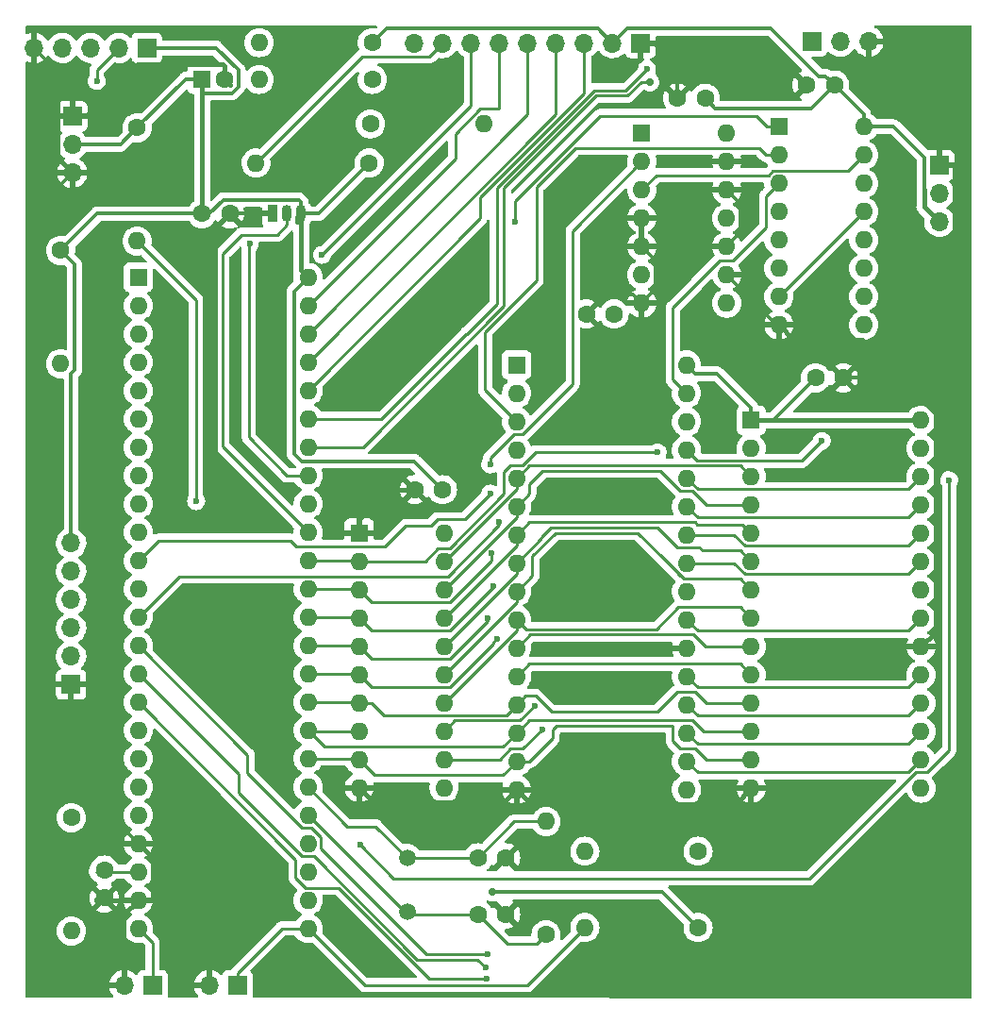
<source format=gtl>
G04 #@! TF.GenerationSoftware,KiCad,Pcbnew,6.0.11-3.fc36*
G04 #@! TF.CreationDate,2023-03-05T15:34:22+00:00*
G04 #@! TF.ProjectId,68hc11,36386863-3131-42e6-9b69-6361645f7063,rev?*
G04 #@! TF.SameCoordinates,Original*
G04 #@! TF.FileFunction,Copper,L1,Top*
G04 #@! TF.FilePolarity,Positive*
%FSLAX46Y46*%
G04 Gerber Fmt 4.6, Leading zero omitted, Abs format (unit mm)*
G04 Created by KiCad (PCBNEW 6.0.11-3.fc36) date 2023-03-05 15:34:22*
%MOMM*%
%LPD*%
G01*
G04 APERTURE LIST*
G04 #@! TA.AperFunction,ComponentPad*
%ADD10C,1.600000*%
G04 #@! TD*
G04 #@! TA.AperFunction,ComponentPad*
%ADD11O,1.600000X1.600000*%
G04 #@! TD*
G04 #@! TA.AperFunction,ComponentPad*
%ADD12R,1.600000X1.600000*%
G04 #@! TD*
G04 #@! TA.AperFunction,ComponentPad*
%ADD13O,0.900000X1.500000*%
G04 #@! TD*
G04 #@! TA.AperFunction,ComponentPad*
%ADD14R,0.900000X1.500000*%
G04 #@! TD*
G04 #@! TA.AperFunction,ComponentPad*
%ADD15C,1.500000*%
G04 #@! TD*
G04 #@! TA.AperFunction,ComponentPad*
%ADD16R,1.700000X1.700000*%
G04 #@! TD*
G04 #@! TA.AperFunction,ComponentPad*
%ADD17O,1.700000X1.700000*%
G04 #@! TD*
G04 #@! TA.AperFunction,ViaPad*
%ADD18C,0.700000*%
G04 #@! TD*
G04 #@! TA.AperFunction,ViaPad*
%ADD19C,0.600000*%
G04 #@! TD*
G04 #@! TA.AperFunction,Conductor*
%ADD20C,0.400000*%
G04 #@! TD*
G04 #@! TA.AperFunction,Conductor*
%ADD21C,0.300000*%
G04 #@! TD*
G04 #@! TA.AperFunction,Conductor*
%ADD22C,0.250000*%
G04 #@! TD*
G04 APERTURE END LIST*
D10*
X104850000Y-109900000D03*
D11*
X94690000Y-109900000D03*
D12*
X112100360Y-44912280D03*
D11*
X119720360Y-62692280D03*
X112100360Y-47452280D03*
X119720360Y-60152280D03*
X112100360Y-49992280D03*
X119720360Y-57612280D03*
X112100360Y-52532280D03*
X119720360Y-55072280D03*
X112100360Y-55072280D03*
X119720360Y-52532280D03*
X112100360Y-57612280D03*
X119720360Y-49992280D03*
X112100360Y-60152280D03*
X119720360Y-47452280D03*
X112100360Y-62692280D03*
X119720360Y-44912280D03*
D12*
X74432160Y-81346040D03*
D11*
X82052160Y-104206040D03*
X74432160Y-83886040D03*
X82052160Y-101666040D03*
X74432160Y-86426040D03*
X82052160Y-99126040D03*
X74432160Y-88966040D03*
X82052160Y-96586040D03*
X74432160Y-91506040D03*
X82052160Y-94046040D03*
X74432160Y-94046040D03*
X82052160Y-91506040D03*
X74432160Y-96586040D03*
X82052160Y-88966040D03*
X74432160Y-99126040D03*
X82052160Y-86426040D03*
X74432160Y-101666040D03*
X82052160Y-83886040D03*
X74432160Y-104206040D03*
X82052160Y-81346040D03*
D12*
X54610000Y-58420000D03*
D11*
X69850000Y-116840000D03*
X54610000Y-60960000D03*
X69850000Y-114300000D03*
X54610000Y-63500000D03*
X69850000Y-111760000D03*
X54610000Y-66040000D03*
X69850000Y-109220000D03*
X54610000Y-68580000D03*
X69850000Y-106680000D03*
X54610000Y-71120000D03*
X69850000Y-104140000D03*
X54610000Y-73660000D03*
X69850000Y-101600000D03*
X54610000Y-76200000D03*
X69850000Y-99060000D03*
X54610000Y-78740000D03*
X69850000Y-96520000D03*
X54610000Y-81280000D03*
X69850000Y-93980000D03*
X54610000Y-83820000D03*
X69850000Y-91440000D03*
X54610000Y-86360000D03*
X69850000Y-88900000D03*
X54610000Y-88900000D03*
X69850000Y-86360000D03*
X54610000Y-91440000D03*
X69850000Y-83820000D03*
X54610000Y-93980000D03*
X69850000Y-81280000D03*
X54610000Y-96520000D03*
X69850000Y-78740000D03*
X54610000Y-99060000D03*
X69850000Y-76200000D03*
X54610000Y-101600000D03*
X69850000Y-73660000D03*
X54610000Y-104140000D03*
X69850000Y-71120000D03*
X54610000Y-106680000D03*
X69850000Y-68580000D03*
X54610000Y-109220000D03*
X69850000Y-66040000D03*
X54610000Y-111760000D03*
X69850000Y-63500000D03*
X54610000Y-114300000D03*
X69850000Y-60960000D03*
X54610000Y-116840000D03*
X69850000Y-58420000D03*
D10*
X97317560Y-61706760D03*
X94817560Y-61706760D03*
X54500000Y-45000000D03*
D11*
X54500000Y-55160000D03*
D12*
X109621320Y-71231760D03*
D11*
X124861320Y-104251760D03*
X109621320Y-73771760D03*
X124861320Y-101711760D03*
X109621320Y-76311760D03*
X124861320Y-99171760D03*
X109621320Y-78851760D03*
X124861320Y-96631760D03*
X109621320Y-81391760D03*
X124861320Y-94091760D03*
X109621320Y-83931760D03*
X124861320Y-91551760D03*
X109621320Y-86471760D03*
X124861320Y-89011760D03*
X109621320Y-89011760D03*
X124861320Y-86471760D03*
X109621320Y-91551760D03*
X124861320Y-83931760D03*
X109621320Y-94091760D03*
X124861320Y-81391760D03*
X109621320Y-96631760D03*
X124861320Y-78851760D03*
X109621320Y-99171760D03*
X124861320Y-76311760D03*
X109621320Y-101711760D03*
X124861320Y-73771760D03*
X109621320Y-104251760D03*
X124861320Y-71231760D03*
D12*
X60325000Y-40640000D03*
D10*
X62325000Y-40640000D03*
X104850000Y-116750000D03*
D11*
X94690000Y-116750000D03*
D10*
X48600000Y-106900000D03*
D11*
X48600000Y-117060000D03*
D10*
X75332040Y-48158120D03*
D11*
X65172040Y-48158120D03*
D10*
X75438720Y-44652920D03*
D11*
X85598720Y-44652920D03*
D10*
X75616520Y-37368200D03*
D11*
X65456520Y-37368200D03*
D10*
X75616520Y-40670200D03*
D11*
X65456520Y-40670200D03*
D10*
X47640240Y-56007000D03*
D11*
X47640240Y-66167000D03*
D10*
X91200000Y-117400000D03*
D11*
X91200000Y-107240000D03*
D12*
X88569800Y-66278760D03*
D11*
X103809800Y-104378760D03*
X88569800Y-68818760D03*
X103809800Y-101838760D03*
X88569800Y-71358760D03*
X103809800Y-99298760D03*
X88569800Y-73898760D03*
X103809800Y-96758760D03*
X88569800Y-76438760D03*
X103809800Y-94218760D03*
X88569800Y-78978760D03*
X103809800Y-91678760D03*
X88569800Y-81518760D03*
X103809800Y-89138760D03*
X88569800Y-84058760D03*
X103809800Y-86598760D03*
X88569800Y-86598760D03*
X103809800Y-84058760D03*
X88569800Y-89138760D03*
X103809800Y-81518760D03*
X88569800Y-91678760D03*
X103809800Y-78978760D03*
X88569800Y-94218760D03*
X103809800Y-76438760D03*
X88569800Y-96758760D03*
X103809800Y-73898760D03*
X88569800Y-99298760D03*
X103809800Y-71358760D03*
X88569800Y-101838760D03*
X103809800Y-68818760D03*
X88569800Y-104378760D03*
X103809800Y-66278760D03*
D13*
X67945000Y-52705000D03*
X69215000Y-52705000D03*
D14*
X66675000Y-52705000D03*
D15*
X78740000Y-110490000D03*
X78740000Y-115370000D03*
D16*
X115067080Y-37256720D03*
D17*
X117607080Y-37256720D03*
X120147080Y-37256720D03*
D16*
X99700000Y-37400000D03*
D17*
X97160000Y-37400000D03*
X94620000Y-37400000D03*
X92080000Y-37400000D03*
X89540000Y-37400000D03*
X87000000Y-37400000D03*
X84460000Y-37400000D03*
X81920000Y-37400000D03*
X79380000Y-37400000D03*
X48676560Y-49047400D03*
X48676560Y-46507400D03*
D16*
X48676560Y-43967400D03*
D17*
X60960000Y-121920000D03*
D16*
X63500000Y-121920000D03*
X55880000Y-121920000D03*
D17*
X53340000Y-121920000D03*
D16*
X126507240Y-48351440D03*
D17*
X126507240Y-50891440D03*
X126507240Y-53431440D03*
D16*
X55382160Y-37840920D03*
D17*
X52842160Y-37840920D03*
X50302160Y-37840920D03*
X47762160Y-37840920D03*
X45222160Y-37840920D03*
D16*
X48580040Y-94960440D03*
D17*
X48580040Y-92420440D03*
X48580040Y-89880440D03*
X48580040Y-87340440D03*
X48580040Y-84800440D03*
X48580040Y-82260440D03*
D10*
X114619400Y-41163240D03*
X117119400Y-41163240D03*
X81915000Y-77470000D03*
X79415000Y-77470000D03*
X117892200Y-67431920D03*
X115392200Y-67431920D03*
X60325000Y-52705000D03*
X62825000Y-52705000D03*
X51550000Y-111600000D03*
X51550000Y-114100000D03*
X85090000Y-115570000D03*
X87590000Y-115570000D03*
X87590000Y-110490000D03*
X85090000Y-110490000D03*
X105500000Y-42350000D03*
X103000000Y-42350000D03*
D12*
X99800000Y-45500000D03*
D11*
X107420000Y-60740000D03*
X99800000Y-48040000D03*
X107420000Y-58200000D03*
X99800000Y-50580000D03*
X107420000Y-55660000D03*
X99800000Y-53120000D03*
X107420000Y-53120000D03*
X99800000Y-55660000D03*
X107420000Y-50580000D03*
X99800000Y-58200000D03*
X107420000Y-48040000D03*
X99800000Y-60740000D03*
X107420000Y-45500000D03*
D18*
X86400000Y-113550000D03*
X62580520Y-80929999D03*
D19*
X61568630Y-76331370D03*
X77793959Y-105506041D03*
X120726781Y-65173219D03*
X57550000Y-69800000D03*
X79450000Y-71500000D03*
X84050000Y-66350000D03*
X58350000Y-80000000D03*
X96800000Y-70600000D03*
X101000000Y-91650000D03*
X98150000Y-104150000D03*
X82450000Y-106250000D03*
X95400000Y-82950000D03*
X96100000Y-78050000D03*
X65500000Y-92850000D03*
X77050000Y-64050000D03*
X94800000Y-50300000D03*
X66600000Y-70900000D03*
X63400000Y-67250000D03*
X119500000Y-74350000D03*
X92650000Y-95900000D03*
X74050000Y-117700000D03*
X72250000Y-114250000D03*
X122550000Y-75650000D03*
X101050000Y-76900000D03*
X106850000Y-70750000D03*
X106000000Y-73600000D03*
X50876200Y-40807640D03*
X127386080Y-76626720D03*
X74503280Y-109321600D03*
X64600000Y-55400000D03*
X71100000Y-56400000D03*
X100265389Y-39745199D03*
D18*
X100511080Y-40888920D03*
D19*
X59800000Y-78500000D03*
X86796880Y-90830400D03*
X86207600Y-77820520D03*
X85994240Y-89016840D03*
X86461600Y-86126320D03*
X87012999Y-80393759D03*
X86344760Y-83154520D03*
X85994240Y-119161560D03*
X101219000Y-74127360D03*
X85770720Y-120340120D03*
X85846920Y-121300240D03*
X90205560Y-96840040D03*
X90860880Y-98978720D03*
X88400000Y-53400000D03*
X115950000Y-73100000D03*
X86200000Y-75200000D03*
D20*
X81915000Y-81208880D02*
X82052160Y-81346040D01*
X60325000Y-52705000D02*
X60325000Y-40640000D01*
X68895010Y-53024990D02*
X69215000Y-52705000D01*
X68895010Y-53398507D02*
X68895010Y-53024990D01*
X69215000Y-57785000D02*
X69850000Y-58420000D01*
X69215000Y-52705000D02*
X69215000Y-57785000D01*
X60325000Y-41840000D02*
X60325000Y-40640000D01*
X109621320Y-71231760D02*
X124861320Y-71231760D01*
X125157239Y-52081439D02*
X126507240Y-53431440D01*
D21*
X75616520Y-44475120D02*
X75438720Y-44652920D01*
X75438720Y-48051440D02*
X75332040Y-48158120D01*
X79355001Y-74910001D02*
X81915000Y-77470000D01*
X69249999Y-74910001D02*
X79355001Y-74910001D01*
X68599999Y-74260001D02*
X69249999Y-74910001D01*
X68599999Y-59670001D02*
X68599999Y-74260001D01*
X69850000Y-58420000D02*
X68599999Y-59670001D01*
X50942240Y-52705000D02*
X47640240Y-56007000D01*
X60325000Y-52705000D02*
X50942240Y-52705000D01*
X69215000Y-51655000D02*
X69215000Y-52705000D01*
X69014999Y-51454999D02*
X69215000Y-51655000D01*
X62224999Y-51454999D02*
X69014999Y-51454999D01*
X60974998Y-52705000D02*
X62224999Y-51454999D01*
X60325000Y-52705000D02*
X60974998Y-52705000D01*
X60475001Y-41890001D02*
X60325000Y-41740000D01*
X63575001Y-39839379D02*
X63575001Y-41309251D01*
X62994251Y-41890001D02*
X60475001Y-41890001D01*
X63575001Y-41309251D02*
X62994251Y-41890001D01*
X61576542Y-37840920D02*
X63575001Y-39839379D01*
X60325000Y-41740000D02*
X60325000Y-40640000D01*
X55382160Y-37840920D02*
X61576542Y-37840920D01*
X48890241Y-57257001D02*
X47640240Y-56007000D01*
X48890241Y-66767001D02*
X48890241Y-57257001D01*
X48580040Y-67077202D02*
X48890241Y-66767001D01*
X48580040Y-82260440D02*
X48580040Y-67077202D01*
X111592360Y-71231760D02*
X115392200Y-67431920D01*
X109621320Y-71231760D02*
X111592360Y-71231760D01*
X119720360Y-43764200D02*
X117119400Y-41163240D01*
X119720360Y-44912280D02*
X119720360Y-43764200D01*
X106568319Y-67078759D02*
X109621320Y-70131760D01*
X104609799Y-67078759D02*
X106568319Y-67078759D01*
X109621320Y-70131760D02*
X109621320Y-71231760D01*
X103809800Y-66278760D02*
X104609799Y-67078759D01*
X70785160Y-52705000D02*
X75332040Y-48158120D01*
X69215000Y-52705000D02*
X70785160Y-52705000D01*
X95859999Y-36099999D02*
X97160000Y-37400000D01*
X76884721Y-36099999D02*
X95859999Y-36099999D01*
X75616520Y-37368200D02*
X76884721Y-36099999D01*
X116319401Y-40363241D02*
X117119400Y-41163240D01*
X115663599Y-40363241D02*
X116319401Y-40363241D01*
X111400357Y-36099999D02*
X115663599Y-40363241D01*
X98460001Y-36099999D02*
X111400357Y-36099999D01*
X97160000Y-37400000D02*
X98460001Y-36099999D01*
X120851730Y-44912280D02*
X120864010Y-44900000D01*
X119720360Y-44912280D02*
X120851730Y-44912280D01*
X120864010Y-44900000D02*
X122400000Y-44900000D01*
X125157239Y-47657239D02*
X125157239Y-50542761D01*
X122400000Y-44900000D02*
X125157239Y-47657239D01*
D20*
X125157239Y-50542761D02*
X125157239Y-52081439D01*
D21*
X52992600Y-46507400D02*
X54500000Y-45000000D01*
X48676560Y-46507400D02*
X52992600Y-46507400D01*
X58860000Y-40640000D02*
X60325000Y-40640000D01*
X54500000Y-45000000D02*
X58860000Y-40640000D01*
X115032640Y-43250000D02*
X117119400Y-41163240D01*
X106400000Y-43250000D02*
X115032640Y-43250000D01*
X105500000Y-42350000D02*
X106400000Y-43250000D01*
X101650000Y-113550000D02*
X104850000Y-116750000D01*
X86400000Y-113550000D02*
X101650000Y-113550000D01*
D20*
X87442519Y-105506041D02*
X88569800Y-104378760D01*
X75732161Y-105506041D02*
X77793959Y-105506041D01*
X74432160Y-104206040D02*
X75732161Y-105506041D01*
X77108200Y-77470000D02*
X79415000Y-77470000D01*
X74432160Y-80146040D02*
X77108200Y-77470000D01*
X74432160Y-81346040D02*
X74432160Y-80146040D01*
X53309999Y-115600001D02*
X54610000Y-114300000D01*
X53309999Y-120687918D02*
X53309999Y-115600001D01*
X53340000Y-120717919D02*
X53309999Y-120687918D01*
X53340000Y-121920000D02*
X53340000Y-120717919D01*
X50840000Y-114300000D02*
X50800000Y-114260000D01*
X54610000Y-114300000D02*
X50840000Y-114300000D01*
X55910001Y-110520001D02*
X54610000Y-109220000D01*
X55910001Y-114131369D02*
X55910001Y-110520001D01*
X55741370Y-114300000D02*
X55910001Y-114131369D01*
X54610000Y-114300000D02*
X55741370Y-114300000D01*
X62825000Y-41140000D02*
X62325000Y-40640000D01*
X62156369Y-39339999D02*
X62325000Y-39508630D01*
X62325000Y-39508630D02*
X62325000Y-40640000D01*
X54553961Y-39339999D02*
X62156369Y-39339999D01*
X49926560Y-43967400D02*
X54553961Y-39339999D01*
X48676560Y-43967400D02*
X49926560Y-43967400D01*
X47326559Y-44067401D02*
X47426560Y-43967400D01*
X47326559Y-47697399D02*
X47326559Y-44067401D01*
X47426560Y-43967400D02*
X48676560Y-43967400D01*
X48676560Y-49047400D02*
X47326559Y-47697399D01*
X108194319Y-105678761D02*
X109621320Y-104251760D01*
X89869801Y-105678761D02*
X108194319Y-105678761D01*
X88569800Y-104378760D02*
X89869801Y-105678761D01*
X120147080Y-37256720D02*
X122961400Y-37256720D01*
X126507240Y-40802560D02*
X126507240Y-48351440D01*
X122961400Y-37256720D02*
X126507240Y-40802560D01*
X113400361Y-63992281D02*
X112100360Y-62692280D01*
X119545843Y-63992281D02*
X113400361Y-63992281D01*
X126161321Y-90251759D02*
X126161321Y-70607759D01*
X124861320Y-91551760D02*
X126161321Y-90251759D01*
X127857241Y-48451441D02*
X127857241Y-62983119D01*
X126507240Y-48351440D02*
X127757240Y-48351440D01*
X127757240Y-48351440D02*
X127857241Y-48451441D01*
X127857241Y-62983119D02*
X123196961Y-67643399D01*
X126161321Y-70607759D02*
X123196961Y-67643399D01*
D21*
X62825000Y-52705000D02*
X66675000Y-52705000D01*
X54610000Y-109220000D02*
X45740320Y-100350320D01*
X45740320Y-51983640D02*
X48676560Y-49047400D01*
X45740320Y-100350320D02*
X45740320Y-51983640D01*
X47426560Y-40045320D02*
X45222160Y-37840920D01*
X47426560Y-43967400D02*
X47426560Y-40045320D01*
X48580040Y-103190040D02*
X54610000Y-109220000D01*
X48580040Y-94960440D02*
X48580040Y-103190040D01*
X61568630Y-79918109D02*
X62580520Y-80929999D01*
X62825000Y-52705000D02*
X61568630Y-53961370D01*
X61568630Y-53961370D02*
X61568630Y-76331370D01*
X117892200Y-67431920D02*
X122748040Y-67431920D01*
X122748040Y-67431920D02*
X122866761Y-67313199D01*
D20*
X123196961Y-67643399D02*
X122866761Y-67313199D01*
X122866761Y-67313199D02*
X120726781Y-65173219D01*
D21*
X110856160Y-37400000D02*
X114619400Y-41163240D01*
X99700000Y-37400000D02*
X110856160Y-37400000D01*
X61568630Y-76331370D02*
X61568630Y-79918109D01*
D20*
X77793959Y-105506041D02*
X87442519Y-105506041D01*
X120726781Y-65173219D02*
X119545843Y-63992281D01*
D21*
X103000000Y-39550000D02*
X103000000Y-42350000D01*
X100850000Y-37400000D02*
X103000000Y-39550000D01*
X99700000Y-37400000D02*
X100850000Y-37400000D01*
X111912280Y-62692280D02*
X112100360Y-62692280D01*
X107420000Y-58200000D02*
X111912280Y-62692280D01*
X99800000Y-55660000D02*
X107420000Y-55660000D01*
X108670001Y-51830001D02*
X107420000Y-50580000D01*
X108670001Y-54409999D02*
X108670001Y-51830001D01*
X107420000Y-55660000D02*
X108670001Y-54409999D01*
X99800000Y-53120000D02*
X99800000Y-55660000D01*
X101050001Y-59489999D02*
X99800000Y-60740000D01*
X101050001Y-56910001D02*
X101050001Y-59489999D01*
X99800000Y-55660000D02*
X101050001Y-56910001D01*
X96584319Y-59940001D02*
X94817560Y-61706760D01*
X99000001Y-59940001D02*
X96584319Y-59940001D01*
X99800000Y-60740000D02*
X99000001Y-59940001D01*
D22*
X54610000Y-111760000D02*
X50800000Y-111760000D01*
X78940000Y-115570000D02*
X78740000Y-115370000D01*
X85090000Y-115570000D02*
X78940000Y-115570000D01*
X78540000Y-115370000D02*
X78740000Y-115370000D01*
X69850000Y-106680000D02*
X78540000Y-115370000D01*
X90400001Y-118199999D02*
X91200000Y-117400000D01*
X87720000Y-118200000D02*
X90400001Y-118199999D01*
X85090000Y-115570000D02*
X87720000Y-118200000D01*
X69850000Y-104140000D02*
X73390760Y-107680760D01*
X75930760Y-107680760D02*
X78740000Y-110490000D01*
X73390760Y-107680760D02*
X75930760Y-107680760D01*
X85090000Y-110490000D02*
X78740000Y-110490000D01*
X88340000Y-107240000D02*
X91200000Y-107240000D01*
X85090000Y-110490000D02*
X88340000Y-107240000D01*
X67945000Y-53705000D02*
X67945000Y-52705000D01*
X62143640Y-56321960D02*
X63865760Y-54599840D01*
X63865760Y-54599840D02*
X67050160Y-54599840D01*
X62143640Y-73573640D02*
X62143640Y-56321960D01*
X67050160Y-54599840D02*
X67945000Y-53705000D01*
X69850000Y-81280000D02*
X62143640Y-73573640D01*
X65283800Y-37540920D02*
X65456520Y-37368200D01*
X50876200Y-39806880D02*
X52842160Y-37840920D01*
X50876200Y-40807640D02*
X50876200Y-39806880D01*
X124372729Y-102836761D02*
X125401321Y-102836761D01*
X114875450Y-112334040D02*
X124372729Y-102836761D01*
X125401321Y-102836761D02*
X127386080Y-100852002D01*
X127386080Y-100852002D02*
X127386080Y-76626720D01*
X77515720Y-112334040D02*
X114875450Y-112334040D01*
X77515720Y-112334040D02*
X74503280Y-109321600D01*
X67946410Y-76200000D02*
X69850000Y-76200000D01*
X64531240Y-72784830D02*
X67946410Y-76200000D01*
X80726799Y-38593201D02*
X81920000Y-37400000D01*
X74736959Y-38593201D02*
X80726799Y-38593201D01*
X65172040Y-48158120D02*
X74736959Y-38593201D01*
X64531240Y-55468760D02*
X64600000Y-55400000D01*
X64531240Y-71131240D02*
X64531240Y-55468760D01*
X64531240Y-71131240D02*
X64531240Y-72784830D01*
X64531240Y-70881240D02*
X64531240Y-71131240D01*
X89540000Y-43810000D02*
X89540000Y-37400000D01*
X69850000Y-63500000D02*
X89540000Y-43810000D01*
X92080000Y-43810000D02*
X92080000Y-37400000D01*
X69850000Y-66040000D02*
X92080000Y-43810000D01*
X85315000Y-53115000D02*
X85315000Y-51211410D01*
X69850000Y-68580000D02*
X85315000Y-53115000D01*
X94620000Y-41906410D02*
X94620000Y-37400000D01*
X85315000Y-51211410D02*
X94620000Y-41906410D01*
X84460000Y-37400000D02*
X84460000Y-43040000D01*
X84460000Y-43040000D02*
X71100000Y-56400000D01*
X83055000Y-45531638D02*
X83055000Y-47755000D01*
X87000000Y-43300000D02*
X85286638Y-43300000D01*
X87000000Y-43300000D02*
X87000000Y-37400000D01*
X85286638Y-43300000D02*
X83055000Y-45531638D01*
X69850000Y-60960000D02*
X83055000Y-47755000D01*
X98347768Y-41662820D02*
X100265389Y-39745199D01*
X86800000Y-50362820D02*
X95500000Y-41662820D01*
X76420000Y-71120000D02*
X84040000Y-63500000D01*
X84100000Y-63500000D02*
X86800000Y-60800000D01*
X95500000Y-41662820D02*
X98347768Y-41662820D01*
X69850000Y-71120000D02*
X76420000Y-71120000D01*
X84040000Y-63500000D02*
X84100000Y-63500000D01*
X86800000Y-60800000D02*
X86800000Y-50362820D01*
X69850000Y-73660000D02*
X74754998Y-73660000D01*
X74754998Y-73660000D02*
X87407499Y-61007499D01*
X98534168Y-42112830D02*
X99758078Y-40888920D01*
X99758078Y-40888920D02*
X100511080Y-40888920D01*
X87407499Y-61007499D02*
X87407499Y-50391731D01*
X87407499Y-50391731D02*
X95686400Y-42112830D01*
X95686400Y-42112830D02*
X98534168Y-42112830D01*
X67480000Y-116840000D02*
X69850000Y-116840000D01*
X63500000Y-120820000D02*
X67480000Y-116840000D01*
X63500000Y-121920000D02*
X63500000Y-120820000D01*
X70649999Y-117639999D02*
X69850000Y-116840000D01*
X89514759Y-121925241D02*
X74935241Y-121925241D01*
X74935241Y-121925241D02*
X70649999Y-117639999D01*
X94690000Y-116750000D02*
X89514759Y-121925241D01*
X55880000Y-118110000D02*
X54610000Y-116840000D01*
X55880000Y-121920000D02*
X55880000Y-118110000D01*
X54500000Y-55160000D02*
X59800000Y-60460000D01*
X59800000Y-60460000D02*
X59800000Y-78500000D01*
X74366120Y-101600000D02*
X74432160Y-101666040D01*
X69850000Y-101600000D02*
X74366120Y-101600000D01*
X87327521Y-103081039D02*
X88569800Y-101838760D01*
X75847159Y-103081039D02*
X87327521Y-103081039D01*
X74432160Y-101666040D02*
X75847159Y-103081039D01*
X88569800Y-101838760D02*
X89701170Y-101838760D01*
X91800000Y-99739930D02*
X91800000Y-99000000D01*
X91800000Y-99000000D02*
X92176231Y-98623769D01*
X104588389Y-100713759D02*
X105586390Y-101711760D01*
X103269799Y-100713759D02*
X104588389Y-100713759D01*
X102600000Y-100043960D02*
X103269799Y-100713759D01*
X92176231Y-98623769D02*
X102600000Y-98623769D01*
X105586390Y-101711760D02*
X109621320Y-101711760D01*
X102600000Y-98623769D02*
X102600000Y-100043960D01*
X89701170Y-101838760D02*
X91800000Y-99739930D01*
X105347802Y-99171760D02*
X109621320Y-99171760D01*
X89694801Y-98173759D02*
X104349801Y-98173759D01*
X104349801Y-98173759D02*
X105347802Y-99171760D01*
X88569800Y-99298760D02*
X89694801Y-98173759D01*
X87327521Y-100541039D02*
X88569800Y-99298760D01*
X71331039Y-100541039D02*
X87327521Y-100541039D01*
X69850000Y-99060000D02*
X71331039Y-100541039D01*
X69916040Y-99126040D02*
X69850000Y-99060000D01*
X74432160Y-99126040D02*
X69916040Y-99126040D01*
X112408080Y-50300000D02*
X112100360Y-49992280D01*
X110975359Y-51117281D02*
X112100360Y-49992280D01*
X108008001Y-56885001D02*
X110975359Y-53917643D01*
X106831999Y-56885001D02*
X108008001Y-56885001D01*
X110975359Y-53917643D02*
X110975359Y-51117281D01*
X102584799Y-61132201D02*
X106831999Y-56885001D01*
X102584799Y-67593759D02*
X102584799Y-61132201D01*
X103809800Y-68818760D02*
X102584799Y-67593759D01*
X74366120Y-96520000D02*
X74432160Y-96586040D01*
X69850000Y-96520000D02*
X74366120Y-96520000D01*
X87617519Y-97711041D02*
X88569800Y-96758760D01*
X76688531Y-97711041D02*
X87617519Y-97711041D01*
X75563530Y-96586040D02*
X76688531Y-97711041D01*
X74432160Y-96586040D02*
X75563530Y-96586040D01*
X105586390Y-96631760D02*
X109621320Y-96631760D01*
X104588389Y-95633759D02*
X105586390Y-96631760D01*
X88569800Y-96758760D02*
X89369799Y-95958761D01*
X102985197Y-95633759D02*
X104588389Y-95633759D01*
X91700000Y-97409478D02*
X101209478Y-97409478D01*
X89369799Y-95958761D02*
X90249283Y-95958761D01*
X90249283Y-95958761D02*
X91700000Y-97409478D01*
X101209478Y-97409478D02*
X102985197Y-95633759D01*
X88569800Y-71358760D02*
X85719759Y-68508719D01*
X85719759Y-68508719D02*
X85719759Y-65180241D01*
X85719759Y-65180241D02*
X85719759Y-65023719D01*
X110331709Y-46814999D02*
X110968990Y-47452280D01*
X93831999Y-46814999D02*
X110331709Y-46814999D01*
X90334999Y-58716409D02*
X90334999Y-50311999D01*
X90334999Y-50311999D02*
X93831999Y-46814999D01*
X85719759Y-63331649D02*
X90334999Y-58716409D01*
X110968990Y-47452280D02*
X112100360Y-47452280D01*
X85719759Y-65180241D02*
X85719759Y-63331649D01*
X74366120Y-93980000D02*
X74432160Y-94046040D01*
X69850000Y-93980000D02*
X74366120Y-93980000D01*
X75557161Y-95171041D02*
X74432160Y-94046040D01*
X82592161Y-95171041D02*
X75557161Y-95171041D01*
X86496881Y-91266321D02*
X82592161Y-95171041D01*
X86496881Y-91130399D02*
X86496881Y-91266321D01*
X86796880Y-90830400D02*
X86496881Y-91130399D01*
X123736319Y-77436761D02*
X124861320Y-76311760D01*
X104807801Y-77436761D02*
X123736319Y-77436761D01*
X103809800Y-76438760D02*
X104807801Y-77436761D01*
X83907081Y-80121039D02*
X86207600Y-77820520D01*
X81464159Y-80121039D02*
X83907081Y-80121039D01*
X80880562Y-80704636D02*
X81464159Y-80121039D01*
X78642156Y-80704636D02*
X80880562Y-80704636D01*
X56377840Y-82052160D02*
X68300600Y-82052160D01*
X68819481Y-82571041D02*
X76775751Y-82571041D01*
X54610000Y-83820000D02*
X56377840Y-82052160D01*
X68300600Y-82052160D02*
X68819481Y-82571041D01*
X76775751Y-82571041D02*
X78642156Y-80704636D01*
X123736319Y-102836761D02*
X124861320Y-101711760D01*
X104807801Y-102836761D02*
X123736319Y-102836761D01*
X103809800Y-101838760D02*
X104807801Y-102836761D01*
X74366120Y-91440000D02*
X74432160Y-91506040D01*
X69850000Y-91440000D02*
X74366120Y-91440000D01*
X85994240Y-89228962D02*
X85994240Y-89016840D01*
X82592161Y-92631041D02*
X85994240Y-89228962D01*
X74432160Y-91506040D02*
X75557161Y-92631041D01*
X75557161Y-92631041D02*
X82592161Y-92631041D01*
X104807801Y-100296761D02*
X123736319Y-100296761D01*
X123736319Y-100296761D02*
X124861320Y-99171760D01*
X103809800Y-99298760D02*
X104807801Y-100296761D01*
X74366120Y-88900000D02*
X74432160Y-88966040D01*
X69850000Y-88900000D02*
X74366120Y-88900000D01*
X86461600Y-86221602D02*
X86461600Y-86126320D01*
X82592161Y-90091041D02*
X86461600Y-86221602D01*
X74432160Y-88966040D02*
X75557161Y-90091041D01*
X75557161Y-90091041D02*
X82592161Y-90091041D01*
X123736319Y-85056761D02*
X124861320Y-83931760D01*
X109081319Y-85056761D02*
X123736319Y-85056761D01*
X108083318Y-84058760D02*
X109081319Y-85056761D01*
X103809800Y-84058760D02*
X108083318Y-84058760D01*
X58277760Y-85232240D02*
X54610000Y-88900000D01*
X82370962Y-85232240D02*
X58277760Y-85232240D01*
X82370962Y-85232240D02*
X87012999Y-80590203D01*
X87012999Y-80590203D02*
X87012999Y-80393759D01*
X123736319Y-97756761D02*
X124861320Y-96631760D01*
X104807801Y-97756761D02*
X123736319Y-97756761D01*
X103809800Y-96758760D02*
X104807801Y-97756761D01*
X74366120Y-86360000D02*
X74432160Y-86426040D01*
X69850000Y-86360000D02*
X74366120Y-86360000D01*
X86344760Y-83798442D02*
X86344760Y-83154520D01*
X82592161Y-87551041D02*
X86344760Y-83798442D01*
X74432160Y-86426040D02*
X75557161Y-87551041D01*
X75557161Y-87551041D02*
X82592161Y-87551041D01*
X123736319Y-90136761D02*
X124861320Y-89011760D01*
X104807801Y-90136761D02*
X123736319Y-90136761D01*
X103809800Y-89138760D02*
X104807801Y-90136761D01*
X70975001Y-109684601D02*
X70975001Y-108679999D01*
X85994240Y-119161560D02*
X80451960Y-119161560D01*
X70100003Y-107805001D02*
X69309999Y-107805001D01*
X69309999Y-107805001D02*
X64414400Y-102909402D01*
X70975001Y-108679999D02*
X70100003Y-107805001D01*
X64414400Y-101244400D02*
X54610000Y-91440000D01*
X64414400Y-102909402D02*
X64414400Y-101244400D01*
X80451960Y-119161560D02*
X70975001Y-109684601D01*
X123736319Y-95216761D02*
X124861320Y-94091760D01*
X104807801Y-95216761D02*
X123736319Y-95216761D01*
X103809800Y-94218760D02*
X104807801Y-95216761D01*
X74366120Y-83820000D02*
X74432160Y-83886040D01*
X69850000Y-83820000D02*
X74366120Y-83820000D01*
X88029799Y-75313759D02*
X89058391Y-75313759D01*
X89058391Y-75313759D02*
X90244790Y-74127360D01*
X87444799Y-77856991D02*
X87444799Y-75898759D01*
X90244790Y-74127360D02*
X101219000Y-74127360D01*
X87444799Y-75898759D02*
X88029799Y-75313759D01*
X82540751Y-82761039D02*
X87444799Y-77856991D01*
X81512159Y-82761039D02*
X82540751Y-82761039D01*
X80387158Y-83886040D02*
X81512159Y-82761039D01*
X74432160Y-83886040D02*
X80387158Y-83886040D01*
X123736319Y-82516761D02*
X124861320Y-81391760D01*
X108083318Y-81518760D02*
X109081319Y-82516761D01*
X109081319Y-82516761D02*
X123736319Y-82516761D01*
X103809800Y-81518760D02*
X108083318Y-81518760D01*
X69309999Y-110345001D02*
X63601600Y-104636602D01*
X70390001Y-110345001D02*
X69309999Y-110345001D01*
X79656570Y-119611570D02*
X70390001Y-110345001D01*
X85770720Y-120340120D02*
X85042170Y-119611570D01*
X85042170Y-119611570D02*
X79656570Y-119611570D01*
X63601600Y-102971600D02*
X54610000Y-93980000D01*
X63601600Y-104636602D02*
X63601600Y-102971600D01*
X123736319Y-79976761D02*
X124861320Y-78851760D01*
X104807801Y-79976761D02*
X123736319Y-79976761D01*
X103809800Y-78978760D02*
X104807801Y-79976761D01*
X68724999Y-112300001D02*
X69599997Y-113174999D01*
X69599997Y-113174999D02*
X72583589Y-113174999D01*
X54610000Y-96520000D02*
X68724999Y-110634999D01*
X72583589Y-113174999D02*
X80708830Y-121300240D01*
X68724999Y-110634999D02*
X68724999Y-112300001D01*
X80708830Y-121300240D02*
X85846920Y-121300240D01*
X108623319Y-75313759D02*
X109621320Y-76311760D01*
X89694801Y-75313759D02*
X108623319Y-75313759D01*
X88569800Y-76438760D02*
X89694801Y-75313759D01*
X88569800Y-77368400D02*
X88569800Y-76438760D01*
X82052160Y-83886040D02*
X88569800Y-77368400D01*
X88569800Y-79908400D02*
X88569800Y-78978760D01*
X82052160Y-86426040D02*
X88569800Y-79908400D01*
X105586390Y-78851760D02*
X109621320Y-78851760D01*
X104298391Y-77563761D02*
X105586390Y-78851760D01*
X103269799Y-77563761D02*
X104298391Y-77563761D01*
X90895791Y-75763769D02*
X101469807Y-75763769D01*
X89694801Y-76964759D02*
X90895791Y-75763769D01*
X89694801Y-77853759D02*
X89694801Y-76964759D01*
X101469807Y-75763769D02*
X103269799Y-77563761D01*
X88569800Y-78978760D02*
X89694801Y-77853759D01*
X108821321Y-80591761D02*
X109621320Y-81391760D01*
X104786391Y-80591761D02*
X108821321Y-80591761D01*
X104588389Y-80393759D02*
X104786391Y-80591761D01*
X89694801Y-80393759D02*
X104588389Y-80393759D01*
X88569800Y-81518760D02*
X89694801Y-80393759D01*
X88569800Y-82448400D02*
X88569800Y-81518760D01*
X82052160Y-88966040D02*
X88569800Y-82448400D01*
X88569800Y-84988400D02*
X88569800Y-84058760D01*
X82052160Y-91506040D02*
X88569800Y-84988400D01*
X104943761Y-82643761D02*
X105233759Y-82933759D01*
X108623319Y-82933759D02*
X109621320Y-83931760D01*
X88569800Y-84058760D02*
X90800000Y-81828560D01*
X90800000Y-81828560D02*
X90800000Y-81700000D01*
X90800000Y-81700000D02*
X91600000Y-80900000D01*
X102943761Y-82643761D02*
X104943761Y-82643761D01*
X91600000Y-80900000D02*
X101200000Y-80900000D01*
X105233759Y-82933759D02*
X108623319Y-82933759D01*
X101200000Y-80900000D02*
X102943761Y-82643761D01*
X88569800Y-86598760D02*
X89984799Y-85183761D01*
X88569800Y-87528400D02*
X88569800Y-86598760D01*
X82052160Y-94046040D02*
X88569800Y-87528400D01*
X88569800Y-86598760D02*
X89982485Y-85186075D01*
X89982485Y-85186075D02*
X89982485Y-83417515D01*
X89982485Y-83417515D02*
X92049990Y-81350010D01*
X92049990Y-81350010D02*
X99436048Y-81350010D01*
X103559797Y-85473759D02*
X101693019Y-83606981D01*
X108623319Y-85473759D02*
X103559797Y-85473759D01*
X109621320Y-86471760D02*
X108623319Y-85473759D01*
X99436048Y-81350010D02*
X101693019Y-83606981D01*
X101693019Y-83606981D02*
X103269799Y-85183761D01*
X88569800Y-90068400D02*
X88569800Y-89138760D01*
X82052160Y-96586040D02*
X88569800Y-90068400D01*
X108623319Y-88013759D02*
X109621320Y-89011760D01*
X103086241Y-88013759D02*
X108623319Y-88013759D01*
X101096251Y-90003749D02*
X103086241Y-88013759D01*
X89434789Y-90003749D02*
X101096251Y-90003749D01*
X88569800Y-89138760D02*
X89434789Y-90003749D01*
X105495802Y-91551760D02*
X109621320Y-91551760D01*
X104397801Y-90453759D02*
X105495802Y-91551760D01*
X89794801Y-90453759D02*
X104397801Y-90453759D01*
X88569800Y-91678760D02*
X89794801Y-90453759D01*
X82052160Y-99126040D02*
X83004441Y-98173759D01*
X88871841Y-98173759D02*
X90205560Y-96840040D01*
X83004441Y-98173759D02*
X88871841Y-98173759D01*
X108623319Y-93093759D02*
X109621320Y-94091760D01*
X89694801Y-93093759D02*
X108623319Y-93093759D01*
X88569800Y-94218760D02*
X89694801Y-93093759D01*
X89125841Y-100713759D02*
X90860880Y-98978720D01*
X88029799Y-100713759D02*
X89125841Y-100713759D01*
X82052160Y-101666040D02*
X87077518Y-101666040D01*
X87077518Y-101666040D02*
X88029799Y-100713759D01*
X88400000Y-51610588D02*
X88400000Y-53400000D01*
X111050360Y-44912280D02*
X110088080Y-43950000D01*
X112100360Y-44912280D02*
X111050360Y-44912280D01*
X110088080Y-43950000D02*
X96060588Y-43950000D01*
X95098308Y-44912280D02*
X94580294Y-45430294D01*
X96060588Y-43950000D02*
X94580294Y-45430294D01*
X94580294Y-45430294D02*
X88400000Y-51610588D01*
X114153239Y-74896761D02*
X115950000Y-73100000D01*
X108842731Y-74896761D02*
X114153239Y-74896761D01*
X108809720Y-74863750D02*
X108842731Y-74896761D01*
X104774789Y-74863749D02*
X108809720Y-74863750D01*
X103809800Y-73898760D02*
X104774789Y-74863749D01*
X112100360Y-60152280D02*
X119720360Y-52532280D01*
X93592559Y-54247441D02*
X99800000Y-48040000D01*
X93592559Y-68001003D02*
X93592559Y-54247441D01*
X89109801Y-72483761D02*
X93592559Y-68001003D01*
X88319797Y-72483761D02*
X89109801Y-72483761D01*
X86200000Y-74603558D02*
X88319797Y-72483761D01*
X86200000Y-75200000D02*
X86200000Y-74603558D01*
X118305361Y-48867279D02*
X119720360Y-47452280D01*
X111560359Y-48867279D02*
X118305361Y-48867279D01*
X111162637Y-49265001D02*
X111560359Y-48867279D01*
X101114999Y-49265001D02*
X111162637Y-49265001D01*
X99800000Y-50580000D02*
X101114999Y-49265001D01*
G04 #@! TA.AperFunction,Conductor*
G36*
X129380033Y-35824409D02*
G01*
X129426532Y-35878059D01*
X129437925Y-35930410D01*
X129439602Y-77048197D01*
X129441472Y-122906845D01*
X129441474Y-122965126D01*
X129421475Y-123033247D01*
X129367821Y-123079742D01*
X129315402Y-123091131D01*
X64968462Y-123053724D01*
X64900354Y-123033682D01*
X64853892Y-122980000D01*
X64843829Y-122909720D01*
X64847480Y-122895480D01*
X64847144Y-122895400D01*
X64848971Y-122887716D01*
X64851745Y-122880316D01*
X64858500Y-122818134D01*
X64858500Y-121021866D01*
X64851745Y-120959684D01*
X64800615Y-120823295D01*
X64713261Y-120706739D01*
X64706081Y-120701358D01*
X64699731Y-120695008D01*
X64702373Y-120692366D01*
X64670419Y-120649717D01*
X64665326Y-120578903D01*
X64699362Y-120516542D01*
X67705500Y-117510405D01*
X67767812Y-117476379D01*
X67794595Y-117473500D01*
X68630606Y-117473500D01*
X68698727Y-117493502D01*
X68733819Y-117527229D01*
X68840304Y-117679305D01*
X68843802Y-117684300D01*
X69005700Y-117846198D01*
X69010208Y-117849355D01*
X69010211Y-117849357D01*
X69043517Y-117872678D01*
X69193251Y-117977523D01*
X69198233Y-117979846D01*
X69198238Y-117979849D01*
X69395775Y-118071961D01*
X69400757Y-118074284D01*
X69406065Y-118075706D01*
X69406067Y-118075707D01*
X69616598Y-118132119D01*
X69616600Y-118132119D01*
X69621913Y-118133543D01*
X69850000Y-118153498D01*
X70078087Y-118133543D01*
X70083398Y-118132120D01*
X70083409Y-118132118D01*
X70141541Y-118116541D01*
X70212517Y-118118230D01*
X70263248Y-118149152D01*
X74431584Y-122317488D01*
X74439128Y-122325778D01*
X74443241Y-122332259D01*
X74449018Y-122337684D01*
X74492908Y-122378899D01*
X74495750Y-122381654D01*
X74515471Y-122401375D01*
X74518666Y-122403853D01*
X74527688Y-122411559D01*
X74559920Y-122441827D01*
X74566869Y-122445647D01*
X74577673Y-122451587D01*
X74594197Y-122462440D01*
X74610200Y-122474854D01*
X74650784Y-122492417D01*
X74661414Y-122497624D01*
X74700181Y-122518936D01*
X74707858Y-122520907D01*
X74707863Y-122520909D01*
X74719799Y-122523973D01*
X74738507Y-122530378D01*
X74757096Y-122538422D01*
X74764921Y-122539661D01*
X74764923Y-122539662D01*
X74800760Y-122545338D01*
X74812381Y-122547745D01*
X74844200Y-122555914D01*
X74855211Y-122558741D01*
X74875472Y-122558741D01*
X74895181Y-122560292D01*
X74915184Y-122563460D01*
X74923076Y-122562714D01*
X74928303Y-122562220D01*
X74959195Y-122559300D01*
X74971052Y-122558741D01*
X89435992Y-122558741D01*
X89447175Y-122559268D01*
X89454668Y-122560943D01*
X89462594Y-122560694D01*
X89462595Y-122560694D01*
X89522745Y-122558803D01*
X89526704Y-122558741D01*
X89554615Y-122558741D01*
X89558550Y-122558244D01*
X89558615Y-122558236D01*
X89570452Y-122557303D01*
X89602710Y-122556289D01*
X89606729Y-122556163D01*
X89614648Y-122555914D01*
X89634102Y-122550262D01*
X89653459Y-122546254D01*
X89665689Y-122544709D01*
X89665690Y-122544709D01*
X89673556Y-122543715D01*
X89680927Y-122540796D01*
X89680929Y-122540796D01*
X89714671Y-122527437D01*
X89725901Y-122523592D01*
X89760742Y-122513470D01*
X89760743Y-122513470D01*
X89768352Y-122511259D01*
X89775171Y-122507226D01*
X89775176Y-122507224D01*
X89785787Y-122500948D01*
X89803535Y-122492253D01*
X89822376Y-122484793D01*
X89842746Y-122469994D01*
X89858146Y-122458805D01*
X89868066Y-122452289D01*
X89899294Y-122433821D01*
X89899297Y-122433819D01*
X89906121Y-122429783D01*
X89920442Y-122415462D01*
X89935476Y-122402621D01*
X89937191Y-122401375D01*
X89951866Y-122390713D01*
X89980057Y-122356636D01*
X89988047Y-122347857D01*
X94276752Y-118059152D01*
X94339064Y-118025126D01*
X94398459Y-118026541D01*
X94456591Y-118042118D01*
X94456602Y-118042120D01*
X94461913Y-118043543D01*
X94690000Y-118063498D01*
X94918087Y-118043543D01*
X94923400Y-118042119D01*
X94923402Y-118042119D01*
X95133933Y-117985707D01*
X95133935Y-117985706D01*
X95139243Y-117984284D01*
X95153742Y-117977523D01*
X95341762Y-117889849D01*
X95341767Y-117889846D01*
X95346749Y-117887523D01*
X95451611Y-117814098D01*
X95529789Y-117759357D01*
X95529792Y-117759355D01*
X95534300Y-117756198D01*
X95696198Y-117594300D01*
X95729670Y-117546498D01*
X95824366Y-117411257D01*
X95827523Y-117406749D01*
X95829846Y-117401767D01*
X95829849Y-117401762D01*
X95921961Y-117204225D01*
X95921961Y-117204224D01*
X95924284Y-117199243D01*
X95947523Y-117112517D01*
X95982119Y-116983402D01*
X95982119Y-116983400D01*
X95983543Y-116978087D01*
X96003498Y-116750000D01*
X95983543Y-116521913D01*
X95982118Y-116516595D01*
X95925707Y-116306067D01*
X95925706Y-116306065D01*
X95924284Y-116300757D01*
X95901441Y-116251770D01*
X95829849Y-116098238D01*
X95829846Y-116098233D01*
X95827523Y-116093251D01*
X95710156Y-115925634D01*
X95699357Y-115910211D01*
X95699355Y-115910208D01*
X95696198Y-115905700D01*
X95534300Y-115743802D01*
X95529792Y-115740645D01*
X95529789Y-115740643D01*
X95381774Y-115637002D01*
X95346749Y-115612477D01*
X95341767Y-115610154D01*
X95341762Y-115610151D01*
X95144225Y-115518039D01*
X95144224Y-115518039D01*
X95139243Y-115515716D01*
X95133935Y-115514294D01*
X95133933Y-115514293D01*
X94923402Y-115457881D01*
X94923400Y-115457881D01*
X94918087Y-115456457D01*
X94690000Y-115436502D01*
X94461913Y-115456457D01*
X94456600Y-115457881D01*
X94456598Y-115457881D01*
X94246067Y-115514293D01*
X94246065Y-115514294D01*
X94240757Y-115515716D01*
X94235776Y-115518039D01*
X94235775Y-115518039D01*
X94038238Y-115610151D01*
X94038233Y-115610154D01*
X94033251Y-115612477D01*
X93998226Y-115637002D01*
X93850211Y-115740643D01*
X93850208Y-115740645D01*
X93845700Y-115743802D01*
X93683802Y-115905700D01*
X93680645Y-115910208D01*
X93680643Y-115910211D01*
X93669844Y-115925634D01*
X93552477Y-116093251D01*
X93550154Y-116098233D01*
X93550151Y-116098238D01*
X93478559Y-116251770D01*
X93455716Y-116300757D01*
X93454294Y-116306065D01*
X93454293Y-116306067D01*
X93397882Y-116516595D01*
X93396457Y-116521913D01*
X93376502Y-116750000D01*
X93396457Y-116978087D01*
X93397880Y-116983398D01*
X93397882Y-116983409D01*
X93413459Y-117041541D01*
X93411770Y-117112517D01*
X93380848Y-117163248D01*
X92671418Y-117872678D01*
X92609106Y-117906704D01*
X92538291Y-117901639D01*
X92481455Y-117859092D01*
X92456644Y-117792572D01*
X92460616Y-117750972D01*
X92492119Y-117633402D01*
X92492119Y-117633400D01*
X92493543Y-117628087D01*
X92513498Y-117400000D01*
X92493543Y-117171913D01*
X92464255Y-117062608D01*
X92435707Y-116956067D01*
X92435706Y-116956065D01*
X92434284Y-116950757D01*
X92431961Y-116945775D01*
X92339849Y-116748238D01*
X92339846Y-116748233D01*
X92337523Y-116743251D01*
X92245559Y-116611913D01*
X92209357Y-116560211D01*
X92209355Y-116560208D01*
X92206198Y-116555700D01*
X92044300Y-116393802D01*
X92039792Y-116390645D01*
X92039789Y-116390643D01*
X91958683Y-116333852D01*
X91856749Y-116262477D01*
X91851767Y-116260154D01*
X91851762Y-116260151D01*
X91654225Y-116168039D01*
X91654224Y-116168039D01*
X91649243Y-116165716D01*
X91643935Y-116164294D01*
X91643933Y-116164293D01*
X91433402Y-116107881D01*
X91433400Y-116107881D01*
X91428087Y-116106457D01*
X91200000Y-116086502D01*
X90971913Y-116106457D01*
X90966600Y-116107881D01*
X90966598Y-116107881D01*
X90756067Y-116164293D01*
X90756065Y-116164294D01*
X90750757Y-116165716D01*
X90745776Y-116168039D01*
X90745775Y-116168039D01*
X90548238Y-116260151D01*
X90548233Y-116260154D01*
X90543251Y-116262477D01*
X90441317Y-116333852D01*
X90360211Y-116390643D01*
X90360208Y-116390645D01*
X90355700Y-116393802D01*
X90193802Y-116555700D01*
X90190645Y-116560208D01*
X90190643Y-116560211D01*
X90154441Y-116611913D01*
X90062477Y-116743251D01*
X90060154Y-116748233D01*
X90060151Y-116748238D01*
X89968039Y-116945775D01*
X89965716Y-116950757D01*
X89964294Y-116956065D01*
X89964293Y-116956067D01*
X89935745Y-117062608D01*
X89906457Y-117171913D01*
X89886502Y-117400000D01*
X89886981Y-117405475D01*
X89886981Y-117405478D01*
X89889084Y-117429519D01*
X89875094Y-117499124D01*
X89825694Y-117550115D01*
X89763563Y-117566499D01*
X88510276Y-117566500D01*
X88034594Y-117566500D01*
X87966473Y-117546498D01*
X87945499Y-117529595D01*
X87513385Y-117097481D01*
X87479359Y-117035169D01*
X87484424Y-116964354D01*
X87526971Y-116907518D01*
X87591498Y-116882865D01*
X87812520Y-116863528D01*
X87823312Y-116861625D01*
X88033761Y-116805236D01*
X88044053Y-116801490D01*
X88241511Y-116709414D01*
X88251006Y-116703931D01*
X88303048Y-116667491D01*
X88311424Y-116657012D01*
X88304356Y-116643566D01*
X87231922Y-115571132D01*
X87954408Y-115571132D01*
X87954539Y-115572965D01*
X87958790Y-115579580D01*
X88664287Y-116285077D01*
X88676062Y-116291507D01*
X88688077Y-116282211D01*
X88723931Y-116231006D01*
X88729414Y-116221511D01*
X88821490Y-116024053D01*
X88825236Y-116013761D01*
X88881625Y-115803312D01*
X88883528Y-115792519D01*
X88902517Y-115575475D01*
X88902517Y-115564525D01*
X88883528Y-115347481D01*
X88881625Y-115336688D01*
X88825236Y-115126239D01*
X88821490Y-115115947D01*
X88729414Y-114918489D01*
X88723931Y-114908994D01*
X88687491Y-114856952D01*
X88677012Y-114848576D01*
X88663566Y-114855644D01*
X87962022Y-115557188D01*
X87954408Y-115571132D01*
X87231922Y-115571132D01*
X86515713Y-114854923D01*
X86503938Y-114848493D01*
X86491923Y-114857789D01*
X86456066Y-114908998D01*
X86449409Y-114920528D01*
X86398027Y-114969521D01*
X86328313Y-114982958D01*
X86262402Y-114956571D01*
X86231171Y-114920528D01*
X86229847Y-114918235D01*
X86227523Y-114913251D01*
X86120920Y-114761006D01*
X86099357Y-114730211D01*
X86099355Y-114730208D01*
X86096198Y-114725700D01*
X85934300Y-114563802D01*
X85929790Y-114560644D01*
X85929784Y-114560639D01*
X85902593Y-114541600D01*
X85858264Y-114486143D01*
X85850955Y-114415524D01*
X85882985Y-114352164D01*
X85944186Y-114316178D01*
X86015127Y-114318994D01*
X86026112Y-114323280D01*
X86109936Y-114360601D01*
X86133248Y-114370980D01*
X86221508Y-114389740D01*
X86303311Y-114407128D01*
X86303315Y-114407128D01*
X86309768Y-114408500D01*
X86490232Y-114408500D01*
X86496685Y-114407128D01*
X86496689Y-114407128D01*
X86578492Y-114389740D01*
X86666752Y-114370980D01*
X86672779Y-114368297D01*
X86672787Y-114368294D01*
X86690064Y-114360601D01*
X86760430Y-114351166D01*
X86824728Y-114381271D01*
X86862542Y-114441360D01*
X86865673Y-114477464D01*
X86875644Y-114496434D01*
X87577188Y-115197978D01*
X87591132Y-115205592D01*
X87592965Y-115205461D01*
X87599580Y-115201210D01*
X88305077Y-114495713D01*
X88311507Y-114483938D01*
X88302211Y-114471923D01*
X88253354Y-114437713D01*
X88209026Y-114382256D01*
X88201717Y-114311636D01*
X88233748Y-114248276D01*
X88294949Y-114212291D01*
X88325625Y-114208500D01*
X101325050Y-114208500D01*
X101393171Y-114228502D01*
X101414145Y-114245405D01*
X103533376Y-116364636D01*
X103567402Y-116426948D01*
X103565988Y-116486341D01*
X103558515Y-116514234D01*
X103556457Y-116521913D01*
X103536502Y-116750000D01*
X103556457Y-116978087D01*
X103557881Y-116983400D01*
X103557881Y-116983402D01*
X103592478Y-117112517D01*
X103615716Y-117199243D01*
X103618039Y-117204224D01*
X103618039Y-117204225D01*
X103710151Y-117401762D01*
X103710154Y-117401767D01*
X103712477Y-117406749D01*
X103715634Y-117411257D01*
X103810331Y-117546498D01*
X103843802Y-117594300D01*
X104005700Y-117756198D01*
X104010208Y-117759355D01*
X104010211Y-117759357D01*
X104088389Y-117814098D01*
X104193251Y-117887523D01*
X104198233Y-117889846D01*
X104198238Y-117889849D01*
X104386258Y-117977523D01*
X104400757Y-117984284D01*
X104406065Y-117985706D01*
X104406067Y-117985707D01*
X104616598Y-118042119D01*
X104616600Y-118042119D01*
X104621913Y-118043543D01*
X104850000Y-118063498D01*
X105078087Y-118043543D01*
X105083400Y-118042119D01*
X105083402Y-118042119D01*
X105293933Y-117985707D01*
X105293935Y-117985706D01*
X105299243Y-117984284D01*
X105313742Y-117977523D01*
X105501762Y-117889849D01*
X105501767Y-117889846D01*
X105506749Y-117887523D01*
X105611611Y-117814098D01*
X105689789Y-117759357D01*
X105689792Y-117759355D01*
X105694300Y-117756198D01*
X105856198Y-117594300D01*
X105889670Y-117546498D01*
X105984366Y-117411257D01*
X105987523Y-117406749D01*
X105989846Y-117401767D01*
X105989849Y-117401762D01*
X106081961Y-117204225D01*
X106081961Y-117204224D01*
X106084284Y-117199243D01*
X106107523Y-117112517D01*
X106142119Y-116983402D01*
X106142119Y-116983400D01*
X106143543Y-116978087D01*
X106163498Y-116750000D01*
X106143543Y-116521913D01*
X106142118Y-116516595D01*
X106085707Y-116306067D01*
X106085706Y-116306065D01*
X106084284Y-116300757D01*
X106061441Y-116251770D01*
X105989849Y-116098238D01*
X105989846Y-116098233D01*
X105987523Y-116093251D01*
X105870156Y-115925634D01*
X105859357Y-115910211D01*
X105859355Y-115910208D01*
X105856198Y-115905700D01*
X105694300Y-115743802D01*
X105689792Y-115740645D01*
X105689789Y-115740643D01*
X105541774Y-115637002D01*
X105506749Y-115612477D01*
X105501767Y-115610154D01*
X105501762Y-115610151D01*
X105304225Y-115518039D01*
X105304224Y-115518039D01*
X105299243Y-115515716D01*
X105293935Y-115514294D01*
X105293933Y-115514293D01*
X105083402Y-115457881D01*
X105083400Y-115457881D01*
X105078087Y-115456457D01*
X104850000Y-115436502D01*
X104621913Y-115456457D01*
X104616595Y-115457882D01*
X104586341Y-115465988D01*
X104515365Y-115464298D01*
X104464636Y-115433376D01*
X102213895Y-113182635D01*
X102179869Y-113120323D01*
X102184934Y-113049508D01*
X102227481Y-112992672D01*
X102294001Y-112967861D01*
X102302990Y-112967540D01*
X114796683Y-112967540D01*
X114807866Y-112968067D01*
X114815359Y-112969742D01*
X114823285Y-112969493D01*
X114823286Y-112969493D01*
X114883436Y-112967602D01*
X114887395Y-112967540D01*
X114915306Y-112967540D01*
X114919241Y-112967043D01*
X114919306Y-112967035D01*
X114931143Y-112966102D01*
X114963401Y-112965088D01*
X114967420Y-112964962D01*
X114975339Y-112964713D01*
X114994793Y-112959061D01*
X115014150Y-112955053D01*
X115026380Y-112953508D01*
X115026381Y-112953508D01*
X115034247Y-112952514D01*
X115041618Y-112949595D01*
X115041620Y-112949595D01*
X115075362Y-112936236D01*
X115086592Y-112932391D01*
X115121433Y-112922269D01*
X115121434Y-112922269D01*
X115129043Y-112920058D01*
X115135862Y-112916025D01*
X115135867Y-112916023D01*
X115146478Y-112909747D01*
X115164226Y-112901052D01*
X115183067Y-112893592D01*
X115218837Y-112867604D01*
X115228757Y-112861088D01*
X115259985Y-112842620D01*
X115259988Y-112842618D01*
X115266812Y-112838582D01*
X115281133Y-112824261D01*
X115296167Y-112811420D01*
X115306144Y-112804171D01*
X115312557Y-112799512D01*
X115340748Y-112765435D01*
X115348738Y-112756656D01*
X123428990Y-104676404D01*
X123491302Y-104642378D01*
X123562117Y-104647443D01*
X123618953Y-104689990D01*
X123632280Y-104712249D01*
X123721471Y-104903522D01*
X123721474Y-104903527D01*
X123723797Y-104908509D01*
X123726954Y-104913017D01*
X123825612Y-105053915D01*
X123855122Y-105096060D01*
X124017020Y-105257958D01*
X124021528Y-105261115D01*
X124021531Y-105261117D01*
X124048283Y-105279849D01*
X124204571Y-105389283D01*
X124209553Y-105391606D01*
X124209558Y-105391609D01*
X124406085Y-105483250D01*
X124412077Y-105486044D01*
X124417385Y-105487466D01*
X124417387Y-105487467D01*
X124627918Y-105543879D01*
X124627920Y-105543879D01*
X124633233Y-105545303D01*
X124861320Y-105565258D01*
X125089407Y-105545303D01*
X125094720Y-105543879D01*
X125094722Y-105543879D01*
X125305253Y-105487467D01*
X125305255Y-105487466D01*
X125310563Y-105486044D01*
X125316555Y-105483250D01*
X125513082Y-105391609D01*
X125513087Y-105391606D01*
X125518069Y-105389283D01*
X125674357Y-105279849D01*
X125701109Y-105261117D01*
X125701112Y-105261115D01*
X125705620Y-105257958D01*
X125867518Y-105096060D01*
X125897029Y-105053915D01*
X125995686Y-104913017D01*
X125998843Y-104908509D01*
X126001166Y-104903527D01*
X126001169Y-104903522D01*
X126093281Y-104705985D01*
X126093281Y-104705984D01*
X126095604Y-104701003D01*
X126102196Y-104676404D01*
X126153439Y-104485162D01*
X126153439Y-104485160D01*
X126154863Y-104479847D01*
X126174818Y-104251760D01*
X126154863Y-104023673D01*
X126105943Y-103841101D01*
X126097027Y-103807827D01*
X126097026Y-103807825D01*
X126095604Y-103802517D01*
X126088927Y-103788197D01*
X126001169Y-103599998D01*
X126001166Y-103599993D01*
X125998843Y-103595011D01*
X125870093Y-103411138D01*
X125847406Y-103343866D01*
X125864691Y-103275006D01*
X125884212Y-103249774D01*
X126827735Y-102306252D01*
X127778333Y-101355654D01*
X127786619Y-101348114D01*
X127793098Y-101344002D01*
X127839724Y-101294350D01*
X127842478Y-101291509D01*
X127862215Y-101271772D01*
X127864695Y-101268575D01*
X127872400Y-101259553D01*
X127897239Y-101233102D01*
X127902666Y-101227323D01*
X127906485Y-101220377D01*
X127906487Y-101220374D01*
X127912428Y-101209568D01*
X127923279Y-101193049D01*
X127930838Y-101183303D01*
X127935694Y-101177043D01*
X127938839Y-101169774D01*
X127938842Y-101169770D01*
X127953254Y-101136465D01*
X127958471Y-101125815D01*
X127979775Y-101087062D01*
X127984813Y-101067439D01*
X127991217Y-101048736D01*
X127996113Y-101037422D01*
X127996113Y-101037421D01*
X127999261Y-101030147D01*
X128000500Y-101022324D01*
X128000503Y-101022314D01*
X128006179Y-100986478D01*
X128008585Y-100974858D01*
X128017608Y-100939713D01*
X128017608Y-100939712D01*
X128019580Y-100932032D01*
X128019580Y-100911778D01*
X128021131Y-100892067D01*
X128023060Y-100879888D01*
X128024300Y-100872059D01*
X128020139Y-100828040D01*
X128019580Y-100816183D01*
X128019580Y-77172340D01*
X128040632Y-77102613D01*
X128049512Y-77089247D01*
X128109723Y-76998622D01*
X128163616Y-76856749D01*
X128171635Y-76835640D01*
X128171636Y-76835638D01*
X128174135Y-76829058D01*
X128175394Y-76820099D01*
X128198828Y-76653359D01*
X128198828Y-76653356D01*
X128199379Y-76649437D01*
X128199696Y-76626720D01*
X128179477Y-76446465D01*
X128176794Y-76438760D01*
X128122144Y-76281826D01*
X128122142Y-76281823D01*
X128119825Y-76275168D01*
X128096919Y-76238510D01*
X128027439Y-76127318D01*
X128023706Y-76121344D01*
X127981019Y-76078358D01*
X127900858Y-75997635D01*
X127900854Y-75997632D01*
X127895895Y-75992638D01*
X127886996Y-75986990D01*
X127795111Y-75928679D01*
X127742746Y-75895447D01*
X127713543Y-75885048D01*
X127578505Y-75836963D01*
X127578500Y-75836962D01*
X127571870Y-75834601D01*
X127564882Y-75833768D01*
X127564879Y-75833767D01*
X127441778Y-75819088D01*
X127391760Y-75813124D01*
X127384757Y-75813860D01*
X127384756Y-75813860D01*
X127218368Y-75831348D01*
X127218366Y-75831349D01*
X127211368Y-75832084D01*
X127039659Y-75890538D01*
X127033655Y-75894232D01*
X126891175Y-75981886D01*
X126891172Y-75981888D01*
X126885168Y-75985582D01*
X126880133Y-75990513D01*
X126880130Y-75990515D01*
X126785001Y-76083673D01*
X126755573Y-76112491D01*
X126657315Y-76264958D01*
X126654906Y-76271578D01*
X126654904Y-76271581D01*
X126597686Y-76428786D01*
X126595277Y-76435405D01*
X126572543Y-76615360D01*
X126590243Y-76795880D01*
X126647498Y-76967993D01*
X126651145Y-76974015D01*
X126651146Y-76974017D01*
X126734356Y-77111414D01*
X126752580Y-77176685D01*
X126752580Y-100537408D01*
X126732578Y-100605529D01*
X126715675Y-100626503D01*
X126217776Y-101124402D01*
X126155464Y-101158428D01*
X126084649Y-101153363D01*
X126027813Y-101110816D01*
X126014487Y-101088558D01*
X126001172Y-101060003D01*
X126001166Y-101059992D01*
X125998843Y-101055011D01*
X125884072Y-100891101D01*
X125870677Y-100871971D01*
X125870675Y-100871968D01*
X125867518Y-100867460D01*
X125705620Y-100705562D01*
X125701112Y-100702405D01*
X125701109Y-100702403D01*
X125551576Y-100597699D01*
X125518069Y-100574237D01*
X125513087Y-100571914D01*
X125513082Y-100571911D01*
X125478863Y-100555955D01*
X125425578Y-100509038D01*
X125406117Y-100440761D01*
X125426659Y-100372801D01*
X125478863Y-100327565D01*
X125513082Y-100311609D01*
X125513087Y-100311606D01*
X125518069Y-100309283D01*
X125659674Y-100210130D01*
X125701109Y-100181117D01*
X125701112Y-100181115D01*
X125705620Y-100177958D01*
X125867518Y-100016060D01*
X125890059Y-99983869D01*
X125995686Y-99833017D01*
X125998843Y-99828509D01*
X126001166Y-99823527D01*
X126001169Y-99823522D01*
X126093281Y-99625985D01*
X126093281Y-99625984D01*
X126095604Y-99621003D01*
X126106519Y-99580270D01*
X126153439Y-99405162D01*
X126153439Y-99405160D01*
X126154863Y-99399847D01*
X126174818Y-99171760D01*
X126154863Y-98943673D01*
X126153062Y-98936952D01*
X126097027Y-98727827D01*
X126097026Y-98727825D01*
X126095604Y-98722517D01*
X126074285Y-98676797D01*
X126001169Y-98519998D01*
X126001166Y-98519993D01*
X125998843Y-98515011D01*
X125893484Y-98364543D01*
X125870677Y-98331971D01*
X125870675Y-98331968D01*
X125867518Y-98327460D01*
X125705620Y-98165562D01*
X125701112Y-98162405D01*
X125701109Y-98162403D01*
X125551576Y-98057699D01*
X125518069Y-98034237D01*
X125513087Y-98031914D01*
X125513082Y-98031911D01*
X125478863Y-98015955D01*
X125425578Y-97969038D01*
X125406117Y-97900761D01*
X125426659Y-97832801D01*
X125478863Y-97787565D01*
X125513082Y-97771609D01*
X125513087Y-97771606D01*
X125518069Y-97769283D01*
X125674357Y-97659849D01*
X125701109Y-97641117D01*
X125701112Y-97641115D01*
X125705620Y-97637958D01*
X125867518Y-97476060D01*
X125874142Y-97466601D01*
X125995686Y-97293017D01*
X125998843Y-97288509D01*
X126001166Y-97283527D01*
X126001169Y-97283522D01*
X126093281Y-97085985D01*
X126093281Y-97085984D01*
X126095604Y-97081003D01*
X126106421Y-97040636D01*
X126153439Y-96865162D01*
X126153439Y-96865160D01*
X126154863Y-96859847D01*
X126174818Y-96631760D01*
X126154863Y-96403673D01*
X126153439Y-96398358D01*
X126097027Y-96187827D01*
X126097026Y-96187825D01*
X126095604Y-96182517D01*
X126071959Y-96131810D01*
X126001169Y-95979998D01*
X126001166Y-95979993D01*
X125998843Y-95975011D01*
X125914889Y-95855112D01*
X125870677Y-95791971D01*
X125870675Y-95791968D01*
X125867518Y-95787460D01*
X125705620Y-95625562D01*
X125701112Y-95622405D01*
X125701109Y-95622403D01*
X125592448Y-95546318D01*
X125518069Y-95494237D01*
X125513087Y-95491914D01*
X125513082Y-95491911D01*
X125478863Y-95475955D01*
X125425578Y-95429038D01*
X125406117Y-95360761D01*
X125426659Y-95292801D01*
X125478863Y-95247565D01*
X125513082Y-95231609D01*
X125513087Y-95231606D01*
X125518069Y-95229283D01*
X125651569Y-95135805D01*
X125701109Y-95101117D01*
X125701112Y-95101115D01*
X125705620Y-95097958D01*
X125867518Y-94936060D01*
X125886932Y-94908335D01*
X125995686Y-94753017D01*
X125998843Y-94748509D01*
X126001166Y-94743527D01*
X126001169Y-94743522D01*
X126093281Y-94545985D01*
X126093281Y-94545984D01*
X126095604Y-94541003D01*
X126106421Y-94500636D01*
X126153439Y-94325162D01*
X126153439Y-94325160D01*
X126154863Y-94319847D01*
X126174818Y-94091760D01*
X126154863Y-93863673D01*
X126152872Y-93856243D01*
X126097027Y-93647827D01*
X126097026Y-93647825D01*
X126095604Y-93642517D01*
X126041167Y-93525775D01*
X126001169Y-93439998D01*
X126001166Y-93439993D01*
X125998843Y-93435011D01*
X125910459Y-93308786D01*
X125870677Y-93251971D01*
X125870675Y-93251968D01*
X125867518Y-93247460D01*
X125705620Y-93085562D01*
X125701112Y-93082405D01*
X125701109Y-93082403D01*
X125608730Y-93017719D01*
X125518069Y-92954237D01*
X125513087Y-92951914D01*
X125513082Y-92951911D01*
X125478271Y-92935679D01*
X125424986Y-92888762D01*
X125405525Y-92820485D01*
X125426067Y-92752525D01*
X125478271Y-92707289D01*
X125512831Y-92691174D01*
X125522327Y-92685691D01*
X125700787Y-92560732D01*
X125709195Y-92553676D01*
X125863236Y-92399635D01*
X125870292Y-92391227D01*
X125995251Y-92212767D01*
X126000734Y-92203271D01*
X126092810Y-92005813D01*
X126096556Y-91995521D01*
X126142714Y-91823257D01*
X126142378Y-91809161D01*
X126134436Y-91805760D01*
X123593353Y-91805760D01*
X123579822Y-91809733D01*
X123578593Y-91818282D01*
X123626084Y-91995521D01*
X123629830Y-92005813D01*
X123721906Y-92203271D01*
X123727389Y-92212767D01*
X123852348Y-92391227D01*
X123859404Y-92399635D01*
X124013445Y-92553676D01*
X124021853Y-92560732D01*
X124200313Y-92685691D01*
X124209809Y-92691174D01*
X124244369Y-92707289D01*
X124297654Y-92754206D01*
X124317115Y-92822483D01*
X124296573Y-92890443D01*
X124244369Y-92935679D01*
X124209558Y-92951911D01*
X124209553Y-92951914D01*
X124204571Y-92954237D01*
X124113910Y-93017719D01*
X124021531Y-93082403D01*
X124021528Y-93082405D01*
X124017020Y-93085562D01*
X123855122Y-93247460D01*
X123851965Y-93251968D01*
X123851963Y-93251971D01*
X123812181Y-93308786D01*
X123723797Y-93435011D01*
X123721474Y-93439993D01*
X123721471Y-93439998D01*
X123681473Y-93525775D01*
X123627036Y-93642517D01*
X123625614Y-93647825D01*
X123625613Y-93647827D01*
X123569768Y-93856243D01*
X123567777Y-93863673D01*
X123547822Y-94091760D01*
X123567777Y-94319847D01*
X123569201Y-94325160D01*
X123569201Y-94325162D01*
X123584779Y-94383301D01*
X123583089Y-94454278D01*
X123552167Y-94505007D01*
X123510818Y-94546356D01*
X123448506Y-94580382D01*
X123421723Y-94583261D01*
X111008488Y-94583261D01*
X110940367Y-94563259D01*
X110893874Y-94509603D01*
X110883770Y-94439329D01*
X110886781Y-94424650D01*
X110913439Y-94325162D01*
X110913439Y-94325160D01*
X110914863Y-94319847D01*
X110934818Y-94091760D01*
X110914863Y-93863673D01*
X110912872Y-93856243D01*
X110857027Y-93647827D01*
X110857026Y-93647825D01*
X110855604Y-93642517D01*
X110801167Y-93525775D01*
X110761169Y-93439998D01*
X110761166Y-93439993D01*
X110758843Y-93435011D01*
X110670459Y-93308786D01*
X110630677Y-93251971D01*
X110630675Y-93251968D01*
X110627518Y-93247460D01*
X110465620Y-93085562D01*
X110461112Y-93082405D01*
X110461109Y-93082403D01*
X110368730Y-93017719D01*
X110278069Y-92954237D01*
X110273087Y-92951914D01*
X110273082Y-92951911D01*
X110238863Y-92935955D01*
X110185578Y-92889038D01*
X110166117Y-92820761D01*
X110186659Y-92752801D01*
X110238863Y-92707565D01*
X110273082Y-92691609D01*
X110273087Y-92691606D01*
X110278069Y-92689283D01*
X110434357Y-92579849D01*
X110461109Y-92561117D01*
X110461112Y-92561115D01*
X110465620Y-92557958D01*
X110627518Y-92396060D01*
X110633768Y-92387135D01*
X110755686Y-92213017D01*
X110758843Y-92208509D01*
X110761166Y-92203527D01*
X110761169Y-92203522D01*
X110853281Y-92005985D01*
X110853281Y-92005984D01*
X110855604Y-92001003D01*
X110866421Y-91960636D01*
X110913439Y-91785162D01*
X110913439Y-91785160D01*
X110914863Y-91779847D01*
X110934818Y-91551760D01*
X110914863Y-91323673D01*
X110913062Y-91316952D01*
X110857027Y-91107827D01*
X110857026Y-91107825D01*
X110855604Y-91102517D01*
X110849832Y-91090138D01*
X110784257Y-90949510D01*
X110773596Y-90879319D01*
X110802576Y-90814506D01*
X110861996Y-90775650D01*
X110898452Y-90770261D01*
X123584740Y-90770261D01*
X123652861Y-90790263D01*
X123699354Y-90843919D01*
X123709458Y-90914193D01*
X123698935Y-90949511D01*
X123629830Y-91097707D01*
X123626084Y-91107999D01*
X123579926Y-91280263D01*
X123580262Y-91294359D01*
X123588204Y-91297760D01*
X126129287Y-91297760D01*
X126142818Y-91293787D01*
X126144047Y-91285238D01*
X126096556Y-91107999D01*
X126092810Y-91097707D01*
X126000734Y-90900249D01*
X125995251Y-90890753D01*
X125870292Y-90712293D01*
X125863236Y-90703885D01*
X125709195Y-90549844D01*
X125700787Y-90542788D01*
X125522327Y-90417829D01*
X125512831Y-90412346D01*
X125478271Y-90396231D01*
X125424986Y-90349314D01*
X125405525Y-90281037D01*
X125426067Y-90213077D01*
X125478271Y-90167841D01*
X125513082Y-90151609D01*
X125513087Y-90151606D01*
X125518069Y-90149283D01*
X125676596Y-90038281D01*
X125701109Y-90021117D01*
X125701112Y-90021115D01*
X125705620Y-90017958D01*
X125867518Y-89856060D01*
X125873768Y-89847135D01*
X125995686Y-89673017D01*
X125998843Y-89668509D01*
X126001166Y-89663527D01*
X126001169Y-89663522D01*
X126093281Y-89465985D01*
X126093281Y-89465984D01*
X126095604Y-89461003D01*
X126106421Y-89420636D01*
X126153439Y-89245162D01*
X126153439Y-89245160D01*
X126154863Y-89239847D01*
X126174818Y-89011760D01*
X126154863Y-88783673D01*
X126144081Y-88743433D01*
X126097027Y-88567827D01*
X126097026Y-88567825D01*
X126095604Y-88562517D01*
X126083931Y-88537483D01*
X126001169Y-88359998D01*
X126001166Y-88359993D01*
X125998843Y-88355011D01*
X125910459Y-88228786D01*
X125870677Y-88171971D01*
X125870675Y-88171968D01*
X125867518Y-88167460D01*
X125705620Y-88005562D01*
X125701112Y-88002405D01*
X125701109Y-88002403D01*
X125551576Y-87897699D01*
X125518069Y-87874237D01*
X125513087Y-87871914D01*
X125513082Y-87871911D01*
X125478863Y-87855955D01*
X125425578Y-87809038D01*
X125406117Y-87740761D01*
X125426659Y-87672801D01*
X125478863Y-87627565D01*
X125513082Y-87611609D01*
X125513087Y-87611606D01*
X125518069Y-87609283D01*
X125660978Y-87509217D01*
X125701109Y-87481117D01*
X125701112Y-87481115D01*
X125705620Y-87477958D01*
X125867518Y-87316060D01*
X125873768Y-87307135D01*
X125995686Y-87133017D01*
X125998843Y-87128509D01*
X126001166Y-87123527D01*
X126001169Y-87123522D01*
X126093281Y-86925985D01*
X126093281Y-86925984D01*
X126095604Y-86921003D01*
X126106421Y-86880636D01*
X126153439Y-86705162D01*
X126153439Y-86705160D01*
X126154863Y-86699847D01*
X126174818Y-86471760D01*
X126154863Y-86243673D01*
X126153062Y-86236952D01*
X126097027Y-86027827D01*
X126097026Y-86027825D01*
X126095604Y-86022517D01*
X126089614Y-86009672D01*
X126001169Y-85819998D01*
X126001166Y-85819993D01*
X125998843Y-85815011D01*
X125911492Y-85690261D01*
X125870677Y-85631971D01*
X125870675Y-85631968D01*
X125867518Y-85627460D01*
X125705620Y-85465562D01*
X125701112Y-85462405D01*
X125701109Y-85462403D01*
X125598086Y-85390266D01*
X125518069Y-85334237D01*
X125513087Y-85331914D01*
X125513082Y-85331911D01*
X125478863Y-85315955D01*
X125425578Y-85269038D01*
X125406117Y-85200761D01*
X125426659Y-85132801D01*
X125478863Y-85087565D01*
X125513082Y-85071609D01*
X125513087Y-85071606D01*
X125518069Y-85069283D01*
X125674357Y-84959849D01*
X125701109Y-84941117D01*
X125701112Y-84941115D01*
X125705620Y-84937958D01*
X125867518Y-84776060D01*
X125873768Y-84767135D01*
X125939900Y-84672688D01*
X125998843Y-84588509D01*
X126001166Y-84583527D01*
X126001169Y-84583522D01*
X126093281Y-84385985D01*
X126093281Y-84385984D01*
X126095604Y-84381003D01*
X126137861Y-84223301D01*
X126153439Y-84165162D01*
X126153439Y-84165160D01*
X126154863Y-84159847D01*
X126174818Y-83931760D01*
X126154863Y-83703673D01*
X126144511Y-83665038D01*
X126097027Y-83487827D01*
X126097026Y-83487825D01*
X126095604Y-83482517D01*
X126083931Y-83457483D01*
X126001169Y-83279998D01*
X126001166Y-83279993D01*
X125998843Y-83275011D01*
X125915265Y-83155650D01*
X125870677Y-83091971D01*
X125870675Y-83091968D01*
X125867518Y-83087460D01*
X125705620Y-82925562D01*
X125701112Y-82922405D01*
X125701109Y-82922403D01*
X125584193Y-82840538D01*
X125518069Y-82794237D01*
X125513087Y-82791914D01*
X125513082Y-82791911D01*
X125478863Y-82775955D01*
X125425578Y-82729038D01*
X125406117Y-82660761D01*
X125426659Y-82592801D01*
X125478863Y-82547565D01*
X125513082Y-82531609D01*
X125513087Y-82531606D01*
X125518069Y-82529283D01*
X125654013Y-82434094D01*
X125701109Y-82401117D01*
X125701112Y-82401115D01*
X125705620Y-82397958D01*
X125867518Y-82236060D01*
X125873768Y-82227135D01*
X125995686Y-82053017D01*
X125998843Y-82048509D01*
X126001166Y-82043527D01*
X126001169Y-82043522D01*
X126093281Y-81845985D01*
X126093281Y-81845984D01*
X126095604Y-81841003D01*
X126103499Y-81811541D01*
X126153439Y-81625162D01*
X126153439Y-81625160D01*
X126154863Y-81619847D01*
X126174818Y-81391760D01*
X126154863Y-81163673D01*
X126152872Y-81156243D01*
X126097027Y-80947827D01*
X126097026Y-80947825D01*
X126095604Y-80942517D01*
X126074285Y-80896797D01*
X126001169Y-80739998D01*
X126001166Y-80739993D01*
X125998843Y-80735011D01*
X125867518Y-80547460D01*
X125705620Y-80385562D01*
X125701112Y-80382405D01*
X125701109Y-80382403D01*
X125557731Y-80282009D01*
X125518069Y-80254237D01*
X125513087Y-80251914D01*
X125513082Y-80251911D01*
X125478863Y-80235955D01*
X125425578Y-80189038D01*
X125406117Y-80120761D01*
X125426659Y-80052801D01*
X125478863Y-80007565D01*
X125513082Y-79991609D01*
X125513087Y-79991606D01*
X125518069Y-79989283D01*
X125674357Y-79879849D01*
X125701109Y-79861117D01*
X125701112Y-79861115D01*
X125705620Y-79857958D01*
X125867518Y-79696060D01*
X125874142Y-79686601D01*
X125963790Y-79558570D01*
X125998843Y-79508509D01*
X126001166Y-79503527D01*
X126001169Y-79503522D01*
X126093281Y-79305985D01*
X126093281Y-79305984D01*
X126095604Y-79301003D01*
X126098451Y-79290380D01*
X126153439Y-79085162D01*
X126153439Y-79085160D01*
X126154863Y-79079847D01*
X126174818Y-78851760D01*
X126154863Y-78623673D01*
X126136747Y-78556062D01*
X126097027Y-78407827D01*
X126097026Y-78407825D01*
X126095604Y-78402517D01*
X126070848Y-78349427D01*
X126001169Y-78199998D01*
X126001166Y-78199993D01*
X125998843Y-78195011D01*
X125867518Y-78007460D01*
X125705620Y-77845562D01*
X125701112Y-77842405D01*
X125701109Y-77842403D01*
X125581123Y-77758388D01*
X125518069Y-77714237D01*
X125513087Y-77711914D01*
X125513082Y-77711911D01*
X125478863Y-77695955D01*
X125425578Y-77649038D01*
X125406117Y-77580761D01*
X125426659Y-77512801D01*
X125478863Y-77467565D01*
X125513082Y-77451609D01*
X125513087Y-77451606D01*
X125518069Y-77449283D01*
X125674357Y-77339849D01*
X125701109Y-77321117D01*
X125701112Y-77321115D01*
X125705620Y-77317958D01*
X125867518Y-77156060D01*
X125877683Y-77141544D01*
X125956906Y-77028401D01*
X125998843Y-76968509D01*
X126001166Y-76963527D01*
X126001169Y-76963522D01*
X126093281Y-76765985D01*
X126093281Y-76765984D01*
X126095604Y-76761003D01*
X126115616Y-76686320D01*
X126153439Y-76545162D01*
X126153439Y-76545160D01*
X126154863Y-76539847D01*
X126174818Y-76311760D01*
X126154863Y-76083673D01*
X126141793Y-76034894D01*
X126097027Y-75867827D01*
X126097026Y-75867825D01*
X126095604Y-75862517D01*
X126078997Y-75826902D01*
X126001169Y-75659998D01*
X126001166Y-75659993D01*
X125998843Y-75655011D01*
X125907964Y-75525223D01*
X125870677Y-75471971D01*
X125870675Y-75471968D01*
X125867518Y-75467460D01*
X125705620Y-75305562D01*
X125701112Y-75302405D01*
X125701109Y-75302403D01*
X125548654Y-75195653D01*
X125518069Y-75174237D01*
X125513087Y-75171914D01*
X125513082Y-75171911D01*
X125478863Y-75155955D01*
X125425578Y-75109038D01*
X125406117Y-75040761D01*
X125426659Y-74972801D01*
X125478863Y-74927565D01*
X125513082Y-74911609D01*
X125513087Y-74911606D01*
X125518069Y-74909283D01*
X125677666Y-74797532D01*
X125701109Y-74781117D01*
X125701112Y-74781115D01*
X125705620Y-74777958D01*
X125867518Y-74616060D01*
X125874142Y-74606601D01*
X125945773Y-74504300D01*
X125998843Y-74428509D01*
X126001166Y-74423527D01*
X126001169Y-74423522D01*
X126093281Y-74225985D01*
X126093281Y-74225984D01*
X126095604Y-74221003D01*
X126101892Y-74197538D01*
X126153439Y-74005162D01*
X126153439Y-74005160D01*
X126154863Y-73999847D01*
X126174818Y-73771760D01*
X126154863Y-73543673D01*
X126150488Y-73527346D01*
X126097027Y-73327827D01*
X126097026Y-73327825D01*
X126095604Y-73322517D01*
X126091866Y-73314500D01*
X126001169Y-73119998D01*
X126001166Y-73119993D01*
X125998843Y-73115011D01*
X125915491Y-72995972D01*
X125870677Y-72931971D01*
X125870675Y-72931968D01*
X125867518Y-72927460D01*
X125705620Y-72765562D01*
X125701112Y-72762405D01*
X125701109Y-72762403D01*
X125606330Y-72696038D01*
X125518069Y-72634237D01*
X125513087Y-72631914D01*
X125513082Y-72631911D01*
X125478863Y-72615955D01*
X125425578Y-72569038D01*
X125406117Y-72500761D01*
X125426659Y-72432801D01*
X125478863Y-72387565D01*
X125513082Y-72371609D01*
X125513087Y-72371606D01*
X125518069Y-72369283D01*
X125674357Y-72259849D01*
X125701109Y-72241117D01*
X125701112Y-72241115D01*
X125705620Y-72237958D01*
X125867518Y-72076060D01*
X125998843Y-71888509D01*
X126001166Y-71883527D01*
X126001169Y-71883522D01*
X126093281Y-71685985D01*
X126093281Y-71685984D01*
X126095604Y-71681003D01*
X126154863Y-71459847D01*
X126174818Y-71231760D01*
X126154863Y-71003673D01*
X126095604Y-70782517D01*
X126090421Y-70771401D01*
X126001169Y-70579998D01*
X126001166Y-70579993D01*
X125998843Y-70575011D01*
X125917431Y-70458743D01*
X125870677Y-70391971D01*
X125870675Y-70391968D01*
X125867518Y-70387460D01*
X125705620Y-70225562D01*
X125701112Y-70222405D01*
X125701109Y-70222403D01*
X125606330Y-70156038D01*
X125518069Y-70094237D01*
X125513087Y-70091914D01*
X125513082Y-70091911D01*
X125315545Y-69999799D01*
X125315544Y-69999799D01*
X125310563Y-69997476D01*
X125305255Y-69996054D01*
X125305253Y-69996053D01*
X125094722Y-69939641D01*
X125094720Y-69939641D01*
X125089407Y-69938217D01*
X124861320Y-69918262D01*
X124633233Y-69938217D01*
X124627920Y-69939641D01*
X124627918Y-69939641D01*
X124417387Y-69996053D01*
X124417385Y-69996054D01*
X124412077Y-69997476D01*
X124407096Y-69999799D01*
X124407095Y-69999799D01*
X124209558Y-70091911D01*
X124209553Y-70091914D01*
X124204571Y-70094237D01*
X124116310Y-70156038D01*
X124021531Y-70222403D01*
X124021528Y-70222405D01*
X124017020Y-70225562D01*
X123855122Y-70387460D01*
X123851965Y-70391968D01*
X123851963Y-70391971D01*
X123797655Y-70469531D01*
X123742198Y-70513859D01*
X123694442Y-70523260D01*
X113536310Y-70523260D01*
X113468189Y-70503258D01*
X113421696Y-70449602D01*
X113411592Y-70379328D01*
X113441086Y-70314748D01*
X113447215Y-70308165D01*
X115006835Y-68748544D01*
X115069147Y-68714519D01*
X115128540Y-68715932D01*
X115158794Y-68724038D01*
X115158796Y-68724038D01*
X115164113Y-68725463D01*
X115392200Y-68745418D01*
X115620287Y-68725463D01*
X115625600Y-68724039D01*
X115625602Y-68724039D01*
X115836133Y-68667627D01*
X115836135Y-68667626D01*
X115841443Y-68666204D01*
X115847435Y-68663410D01*
X116043962Y-68571769D01*
X116043967Y-68571766D01*
X116048949Y-68569443D01*
X116122443Y-68517982D01*
X117170693Y-68517982D01*
X117179989Y-68529997D01*
X117231194Y-68565851D01*
X117240689Y-68571334D01*
X117438147Y-68663410D01*
X117448439Y-68667156D01*
X117658888Y-68723545D01*
X117669681Y-68725448D01*
X117886725Y-68744437D01*
X117897675Y-68744437D01*
X118114719Y-68725448D01*
X118125512Y-68723545D01*
X118335961Y-68667156D01*
X118346253Y-68663410D01*
X118543711Y-68571334D01*
X118553206Y-68565851D01*
X118605248Y-68529411D01*
X118613624Y-68518932D01*
X118606556Y-68505486D01*
X117905012Y-67803942D01*
X117891068Y-67796328D01*
X117889235Y-67796459D01*
X117882620Y-67800710D01*
X117177123Y-68506207D01*
X117170693Y-68517982D01*
X116122443Y-68517982D01*
X116194076Y-68467824D01*
X116231989Y-68441277D01*
X116231992Y-68441275D01*
X116236500Y-68438118D01*
X116398398Y-68276220D01*
X116419339Y-68246314D01*
X116496946Y-68135479D01*
X116529723Y-68088669D01*
X116532047Y-68083685D01*
X116533371Y-68081392D01*
X116584753Y-68032399D01*
X116654467Y-68018963D01*
X116720378Y-68045349D01*
X116751609Y-68081392D01*
X116758266Y-68092922D01*
X116794709Y-68144968D01*
X116805188Y-68153344D01*
X116818634Y-68146276D01*
X117520178Y-67444732D01*
X117526556Y-67433052D01*
X118256608Y-67433052D01*
X118256739Y-67434885D01*
X118260990Y-67441500D01*
X118966487Y-68146997D01*
X118978262Y-68153427D01*
X118990277Y-68144131D01*
X119026131Y-68092926D01*
X119031614Y-68083431D01*
X119123690Y-67885973D01*
X119127436Y-67875681D01*
X119183825Y-67665232D01*
X119185728Y-67654439D01*
X119204717Y-67437395D01*
X119204717Y-67426445D01*
X119185728Y-67209401D01*
X119183825Y-67198608D01*
X119127436Y-66988159D01*
X119123690Y-66977867D01*
X119031614Y-66780409D01*
X119026131Y-66770914D01*
X118989691Y-66718872D01*
X118979212Y-66710496D01*
X118965766Y-66717564D01*
X118264222Y-67419108D01*
X118256608Y-67433052D01*
X117526556Y-67433052D01*
X117527792Y-67430788D01*
X117527661Y-67428955D01*
X117523410Y-67422340D01*
X116817913Y-66716843D01*
X116806138Y-66710413D01*
X116794123Y-66719709D01*
X116758266Y-66770918D01*
X116751609Y-66782448D01*
X116700227Y-66831441D01*
X116630513Y-66844878D01*
X116564602Y-66818491D01*
X116533371Y-66782448D01*
X116532047Y-66780155D01*
X116529723Y-66775171D01*
X116452255Y-66664535D01*
X116401557Y-66592131D01*
X116401555Y-66592128D01*
X116398398Y-66587620D01*
X116236500Y-66425722D01*
X116231992Y-66422565D01*
X116231989Y-66422563D01*
X116121086Y-66344908D01*
X117170776Y-66344908D01*
X117177844Y-66358354D01*
X117879388Y-67059898D01*
X117893332Y-67067512D01*
X117895165Y-67067381D01*
X117901780Y-67063130D01*
X118607277Y-66357633D01*
X118613707Y-66345858D01*
X118604411Y-66333843D01*
X118553206Y-66297989D01*
X118543711Y-66292506D01*
X118346253Y-66200430D01*
X118335961Y-66196684D01*
X118125512Y-66140295D01*
X118114719Y-66138392D01*
X117897675Y-66119403D01*
X117886725Y-66119403D01*
X117669681Y-66138392D01*
X117658888Y-66140295D01*
X117448439Y-66196684D01*
X117438147Y-66200430D01*
X117240689Y-66292506D01*
X117231194Y-66297989D01*
X117179152Y-66334429D01*
X117170776Y-66344908D01*
X116121086Y-66344908D01*
X116106120Y-66334429D01*
X116048949Y-66294397D01*
X116043967Y-66292074D01*
X116043962Y-66292071D01*
X115846425Y-66199959D01*
X115846424Y-66199959D01*
X115841443Y-66197636D01*
X115836135Y-66196214D01*
X115836133Y-66196213D01*
X115625602Y-66139801D01*
X115625600Y-66139801D01*
X115620287Y-66138377D01*
X115392200Y-66118422D01*
X115164113Y-66138377D01*
X115158800Y-66139801D01*
X115158798Y-66139801D01*
X114948267Y-66196213D01*
X114948265Y-66196214D01*
X114942957Y-66197636D01*
X114937976Y-66199959D01*
X114937975Y-66199959D01*
X114740438Y-66292071D01*
X114740433Y-66292074D01*
X114735451Y-66294397D01*
X114678280Y-66334429D01*
X114552411Y-66422563D01*
X114552408Y-66422565D01*
X114547900Y-66425722D01*
X114386002Y-66587620D01*
X114382845Y-66592128D01*
X114382843Y-66592131D01*
X114332145Y-66664535D01*
X114254677Y-66775171D01*
X114252354Y-66780153D01*
X114252351Y-66780158D01*
X114172138Y-66952178D01*
X114157916Y-66982677D01*
X114156494Y-66987985D01*
X114156493Y-66987987D01*
X114100081Y-67198518D01*
X114098657Y-67203833D01*
X114078702Y-67431920D01*
X114098657Y-67660007D01*
X114100082Y-67665324D01*
X114100082Y-67665326D01*
X114108188Y-67695580D01*
X114106498Y-67766557D01*
X114075576Y-67817285D01*
X111406505Y-70486355D01*
X111344193Y-70520381D01*
X111317410Y-70523260D01*
X111055820Y-70523260D01*
X110987699Y-70503258D01*
X110941206Y-70449602D01*
X110929820Y-70397260D01*
X110929820Y-70383626D01*
X110923065Y-70321444D01*
X110871935Y-70185055D01*
X110784581Y-70068499D01*
X110668025Y-69981145D01*
X110531636Y-69930015D01*
X110469454Y-69923260D01*
X110334921Y-69923260D01*
X110266800Y-69903258D01*
X110226469Y-69861402D01*
X110220316Y-69850999D01*
X110219551Y-69849704D01*
X110210851Y-69831947D01*
X110210502Y-69831067D01*
X110202955Y-69812004D01*
X110175800Y-69774628D01*
X110169285Y-69764709D01*
X110149812Y-69731783D01*
X110149809Y-69731779D01*
X110145772Y-69724953D01*
X110130611Y-69709792D01*
X110117769Y-69694757D01*
X110105161Y-69677403D01*
X110069561Y-69647952D01*
X110060782Y-69639963D01*
X107091974Y-66671154D01*
X107083984Y-66662374D01*
X107083982Y-66662372D01*
X107079735Y-66655679D01*
X107028061Y-66607154D01*
X107025220Y-66604400D01*
X107004652Y-66583832D01*
X107001145Y-66581112D01*
X106992123Y-66573406D01*
X106964232Y-66547215D01*
X106958452Y-66541787D01*
X106951500Y-66537965D01*
X106939661Y-66531456D01*
X106923137Y-66520602D01*
X106912451Y-66512314D01*
X106906187Y-66507455D01*
X106898915Y-66504308D01*
X106898913Y-66504307D01*
X106863784Y-66489105D01*
X106853124Y-66483883D01*
X106819603Y-66465454D01*
X106819601Y-66465453D01*
X106812656Y-66461635D01*
X106791878Y-66456300D01*
X106773188Y-66449901D01*
X106753495Y-66441379D01*
X106707871Y-66434153D01*
X106696248Y-66431746D01*
X106668247Y-66424557D01*
X106651507Y-66420259D01*
X106630060Y-66420259D01*
X106610350Y-66418708D01*
X106596996Y-66416593D01*
X106589167Y-66415353D01*
X106543178Y-66419700D01*
X106531323Y-66420259D01*
X105248423Y-66420259D01*
X105180302Y-66400257D01*
X105133809Y-66346601D01*
X105124014Y-66289736D01*
X105122818Y-66289736D01*
X105122818Y-66284242D01*
X105123298Y-66278760D01*
X105103343Y-66050673D01*
X105044084Y-65829517D01*
X105033394Y-65806591D01*
X104949649Y-65626998D01*
X104949646Y-65626993D01*
X104947323Y-65622011D01*
X104815998Y-65434460D01*
X104654100Y-65272562D01*
X104649592Y-65269405D01*
X104649589Y-65269403D01*
X104544330Y-65195700D01*
X104466549Y-65141237D01*
X104461567Y-65138914D01*
X104461562Y-65138911D01*
X104264025Y-65046799D01*
X104264024Y-65046799D01*
X104259043Y-65044476D01*
X104253735Y-65043054D01*
X104253733Y-65043053D01*
X104043202Y-64986641D01*
X104043200Y-64986641D01*
X104037887Y-64985217D01*
X103809800Y-64965262D01*
X103581713Y-64985217D01*
X103576400Y-64986641D01*
X103576398Y-64986641D01*
X103376910Y-65040094D01*
X103305934Y-65038404D01*
X103247138Y-64998610D01*
X103219190Y-64933346D01*
X103218299Y-64918387D01*
X103218299Y-62958802D01*
X110817633Y-62958802D01*
X110865124Y-63136041D01*
X110868870Y-63146333D01*
X110960946Y-63343791D01*
X110966429Y-63353287D01*
X111091388Y-63531747D01*
X111098444Y-63540155D01*
X111252485Y-63694196D01*
X111260893Y-63701252D01*
X111439353Y-63826211D01*
X111448849Y-63831694D01*
X111646307Y-63923770D01*
X111656599Y-63927516D01*
X111828863Y-63973674D01*
X111842959Y-63973338D01*
X111846360Y-63965396D01*
X111846360Y-63960247D01*
X112354360Y-63960247D01*
X112358333Y-63973778D01*
X112366882Y-63975007D01*
X112544121Y-63927516D01*
X112554413Y-63923770D01*
X112751871Y-63831694D01*
X112761367Y-63826211D01*
X112939827Y-63701252D01*
X112948235Y-63694196D01*
X113102276Y-63540155D01*
X113109332Y-63531747D01*
X113234291Y-63353287D01*
X113239774Y-63343791D01*
X113331850Y-63146333D01*
X113335596Y-63136041D01*
X113381754Y-62963777D01*
X113381418Y-62949681D01*
X113373476Y-62946280D01*
X112372475Y-62946280D01*
X112357236Y-62950755D01*
X112356031Y-62952145D01*
X112354360Y-62959828D01*
X112354360Y-63960247D01*
X111846360Y-63960247D01*
X111846360Y-62964395D01*
X111841885Y-62949156D01*
X111840495Y-62947951D01*
X111832812Y-62946280D01*
X110832393Y-62946280D01*
X110818862Y-62950253D01*
X110817633Y-62958802D01*
X103218299Y-62958802D01*
X103218299Y-61446795D01*
X103238301Y-61378674D01*
X103255204Y-61357700D01*
X105154607Y-59458297D01*
X105988236Y-58624669D01*
X106050546Y-58590644D01*
X106121361Y-58595709D01*
X106178197Y-58638256D01*
X106191524Y-58660515D01*
X106280586Y-58851511D01*
X106286069Y-58861007D01*
X106411028Y-59039467D01*
X106418084Y-59047875D01*
X106572125Y-59201916D01*
X106580533Y-59208972D01*
X106758993Y-59333931D01*
X106768489Y-59339414D01*
X106803049Y-59355529D01*
X106856334Y-59402446D01*
X106875795Y-59470723D01*
X106855253Y-59538683D01*
X106803049Y-59583919D01*
X106768238Y-59600151D01*
X106768233Y-59600154D01*
X106763251Y-59602477D01*
X106673632Y-59665229D01*
X106580211Y-59730643D01*
X106580208Y-59730645D01*
X106575700Y-59733802D01*
X106413802Y-59895700D01*
X106410645Y-59900208D01*
X106410643Y-59900211D01*
X106377539Y-59947489D01*
X106282477Y-60083251D01*
X106280154Y-60088233D01*
X106280151Y-60088238D01*
X106221498Y-60214022D01*
X106185716Y-60290757D01*
X106184294Y-60296065D01*
X106184293Y-60296067D01*
X106133400Y-60486000D01*
X106126457Y-60511913D01*
X106106502Y-60740000D01*
X106126457Y-60968087D01*
X106127881Y-60973400D01*
X106127881Y-60973402D01*
X106178437Y-61162076D01*
X106185716Y-61189243D01*
X106188039Y-61194224D01*
X106188039Y-61194225D01*
X106280151Y-61391762D01*
X106280154Y-61391767D01*
X106282477Y-61396749D01*
X106294714Y-61414225D01*
X106393116Y-61554757D01*
X106413802Y-61584300D01*
X106575700Y-61746198D01*
X106580208Y-61749355D01*
X106580211Y-61749357D01*
X106646617Y-61795855D01*
X106763251Y-61877523D01*
X106768233Y-61879846D01*
X106768238Y-61879849D01*
X106945059Y-61962301D01*
X106970757Y-61974284D01*
X106976065Y-61975706D01*
X106976067Y-61975707D01*
X107186598Y-62032119D01*
X107186600Y-62032119D01*
X107191913Y-62033543D01*
X107420000Y-62053498D01*
X107648087Y-62033543D01*
X107653400Y-62032119D01*
X107653402Y-62032119D01*
X107863933Y-61975707D01*
X107863935Y-61975706D01*
X107869243Y-61974284D01*
X107894941Y-61962301D01*
X108071762Y-61879849D01*
X108071767Y-61879846D01*
X108076749Y-61877523D01*
X108193383Y-61795855D01*
X108259789Y-61749357D01*
X108259792Y-61749355D01*
X108264300Y-61746198D01*
X108426198Y-61584300D01*
X108446885Y-61554757D01*
X108545286Y-61414225D01*
X108557523Y-61396749D01*
X108559846Y-61391767D01*
X108559849Y-61391762D01*
X108651961Y-61194225D01*
X108651961Y-61194224D01*
X108654284Y-61189243D01*
X108661564Y-61162076D01*
X108712119Y-60973402D01*
X108712119Y-60973400D01*
X108713543Y-60968087D01*
X108733498Y-60740000D01*
X108713543Y-60511913D01*
X108706600Y-60486000D01*
X108655707Y-60296067D01*
X108655706Y-60296065D01*
X108654284Y-60290757D01*
X108618502Y-60214022D01*
X108559849Y-60088238D01*
X108559846Y-60088233D01*
X108557523Y-60083251D01*
X108462461Y-59947489D01*
X108429357Y-59900211D01*
X108429355Y-59900208D01*
X108426198Y-59895700D01*
X108264300Y-59733802D01*
X108259792Y-59730645D01*
X108259789Y-59730643D01*
X108166368Y-59665229D01*
X108076749Y-59602477D01*
X108071767Y-59600154D01*
X108071762Y-59600151D01*
X108036951Y-59583919D01*
X107983666Y-59537002D01*
X107964205Y-59468725D01*
X107984747Y-59400765D01*
X108036951Y-59355529D01*
X108071511Y-59339414D01*
X108081007Y-59333931D01*
X108259467Y-59208972D01*
X108267875Y-59201916D01*
X108421916Y-59047875D01*
X108428972Y-59039467D01*
X108553931Y-58861007D01*
X108559414Y-58851511D01*
X108651490Y-58654053D01*
X108655236Y-58643761D01*
X108701394Y-58471497D01*
X108701058Y-58457401D01*
X108693116Y-58454000D01*
X107292000Y-58454000D01*
X107223879Y-58433998D01*
X107177386Y-58380342D01*
X107166000Y-58328000D01*
X107166000Y-57644501D01*
X107186002Y-57576380D01*
X107239658Y-57529887D01*
X107292000Y-57518501D01*
X107548000Y-57518501D01*
X107616121Y-57538503D01*
X107662614Y-57592159D01*
X107674000Y-57644501D01*
X107674000Y-57927885D01*
X107678475Y-57943124D01*
X107679865Y-57944329D01*
X107687548Y-57946000D01*
X108687967Y-57946000D01*
X108701498Y-57942027D01*
X108702727Y-57933478D01*
X108655236Y-57756239D01*
X108651490Y-57745947D01*
X108559414Y-57548489D01*
X108553931Y-57538994D01*
X108489367Y-57446787D01*
X108466679Y-57379513D01*
X108483964Y-57310653D01*
X108503485Y-57285421D01*
X110590146Y-55198761D01*
X110652458Y-55164735D01*
X110723274Y-55169800D01*
X110780109Y-55212347D01*
X110804762Y-55276876D01*
X110806337Y-55294886D01*
X110806338Y-55294891D01*
X110806817Y-55300367D01*
X110808241Y-55305680D01*
X110808241Y-55305682D01*
X110830268Y-55387885D01*
X110866076Y-55521523D01*
X110868399Y-55526504D01*
X110868399Y-55526505D01*
X110960511Y-55724042D01*
X110960514Y-55724047D01*
X110962837Y-55729029D01*
X111024259Y-55816749D01*
X111089611Y-55910080D01*
X111094162Y-55916580D01*
X111256060Y-56078478D01*
X111260568Y-56081635D01*
X111260571Y-56081637D01*
X111296111Y-56106522D01*
X111443611Y-56209803D01*
X111448593Y-56212126D01*
X111448598Y-56212129D01*
X111482817Y-56228085D01*
X111536102Y-56275002D01*
X111555563Y-56343279D01*
X111535021Y-56411239D01*
X111482817Y-56456475D01*
X111448598Y-56472431D01*
X111448593Y-56472434D01*
X111443611Y-56474757D01*
X111339782Y-56547459D01*
X111260571Y-56602923D01*
X111260568Y-56602925D01*
X111256060Y-56606082D01*
X111094162Y-56767980D01*
X111091005Y-56772488D01*
X111091003Y-56772491D01*
X111069890Y-56802644D01*
X110962837Y-56955531D01*
X110960514Y-56960513D01*
X110960511Y-56960518D01*
X110870677Y-57153170D01*
X110866076Y-57163037D01*
X110864654Y-57168345D01*
X110864653Y-57168347D01*
X110811100Y-57368208D01*
X110806817Y-57384193D01*
X110786862Y-57612280D01*
X110806817Y-57840367D01*
X110808241Y-57845680D01*
X110808241Y-57845682D01*
X110835578Y-57947702D01*
X110866076Y-58061523D01*
X110868399Y-58066504D01*
X110868399Y-58066505D01*
X110960511Y-58264042D01*
X110960514Y-58264047D01*
X110962837Y-58269029D01*
X110965994Y-58273537D01*
X111080752Y-58437428D01*
X111094162Y-58456580D01*
X111256060Y-58618478D01*
X111260568Y-58621635D01*
X111260571Y-58621637D01*
X111292413Y-58643933D01*
X111443611Y-58749803D01*
X111448593Y-58752126D01*
X111448598Y-58752129D01*
X111482817Y-58768085D01*
X111536102Y-58815002D01*
X111555563Y-58883279D01*
X111535021Y-58951239D01*
X111482817Y-58996475D01*
X111448598Y-59012431D01*
X111448593Y-59012434D01*
X111443611Y-59014757D01*
X111396314Y-59047875D01*
X111260571Y-59142923D01*
X111260568Y-59142925D01*
X111256060Y-59146082D01*
X111094162Y-59307980D01*
X111091005Y-59312488D01*
X111091003Y-59312491D01*
X111071847Y-59339849D01*
X110962837Y-59495531D01*
X110960514Y-59500513D01*
X110960511Y-59500518D01*
X110879725Y-59673767D01*
X110866076Y-59703037D01*
X110864654Y-59708345D01*
X110864653Y-59708347D01*
X110813243Y-59900211D01*
X110806817Y-59924193D01*
X110786862Y-60152280D01*
X110806817Y-60380367D01*
X110808241Y-60385680D01*
X110808241Y-60385682D01*
X110856802Y-60566911D01*
X110866076Y-60601523D01*
X110868399Y-60606504D01*
X110868399Y-60606505D01*
X110960511Y-60804042D01*
X110960514Y-60804047D01*
X110962837Y-60809029D01*
X110997521Y-60858563D01*
X111080752Y-60977428D01*
X111094162Y-60996580D01*
X111256060Y-61158478D01*
X111260568Y-61161635D01*
X111260571Y-61161637D01*
X111292413Y-61183933D01*
X111443611Y-61289803D01*
X111448593Y-61292126D01*
X111448598Y-61292129D01*
X111483409Y-61308361D01*
X111536694Y-61355278D01*
X111556155Y-61423555D01*
X111535613Y-61491515D01*
X111483409Y-61536751D01*
X111448849Y-61552866D01*
X111439353Y-61558349D01*
X111260893Y-61683308D01*
X111252485Y-61690364D01*
X111098444Y-61844405D01*
X111091388Y-61852813D01*
X110966429Y-62031273D01*
X110960946Y-62040769D01*
X110868870Y-62238227D01*
X110865124Y-62248519D01*
X110818966Y-62420783D01*
X110819302Y-62434879D01*
X110827244Y-62438280D01*
X113368327Y-62438280D01*
X113381858Y-62434307D01*
X113383087Y-62425758D01*
X113335596Y-62248519D01*
X113331850Y-62238227D01*
X113239774Y-62040769D01*
X113234291Y-62031273D01*
X113109332Y-61852813D01*
X113102276Y-61844405D01*
X112948235Y-61690364D01*
X112939827Y-61683308D01*
X112761367Y-61558349D01*
X112751871Y-61552866D01*
X112717311Y-61536751D01*
X112664026Y-61489834D01*
X112644565Y-61421557D01*
X112665107Y-61353597D01*
X112717311Y-61308361D01*
X112752122Y-61292129D01*
X112752127Y-61292126D01*
X112757109Y-61289803D01*
X112908307Y-61183933D01*
X112940149Y-61161637D01*
X112940152Y-61161635D01*
X112944660Y-61158478D01*
X113106558Y-60996580D01*
X113119969Y-60977428D01*
X113203199Y-60858563D01*
X113237883Y-60809029D01*
X113240206Y-60804047D01*
X113240209Y-60804042D01*
X113332321Y-60606505D01*
X113332321Y-60606504D01*
X113334644Y-60601523D01*
X113343919Y-60566911D01*
X113392479Y-60385682D01*
X113392479Y-60385680D01*
X113393903Y-60380367D01*
X113413858Y-60152280D01*
X113393903Y-59924193D01*
X113392479Y-59918878D01*
X113392478Y-59918871D01*
X113376901Y-59860739D01*
X113378590Y-59789763D01*
X113409512Y-59739032D01*
X118193771Y-54954773D01*
X118256083Y-54920747D01*
X118326898Y-54925812D01*
X118383734Y-54968359D01*
X118408545Y-55034879D01*
X118408386Y-55054850D01*
X118407341Y-55066794D01*
X118407341Y-55066805D01*
X118406862Y-55072280D01*
X118426817Y-55300367D01*
X118428241Y-55305680D01*
X118428241Y-55305682D01*
X118450268Y-55387885D01*
X118486076Y-55521523D01*
X118488399Y-55526504D01*
X118488399Y-55526505D01*
X118580511Y-55724042D01*
X118580514Y-55724047D01*
X118582837Y-55729029D01*
X118644259Y-55816749D01*
X118709611Y-55910080D01*
X118714162Y-55916580D01*
X118876060Y-56078478D01*
X118880568Y-56081635D01*
X118880571Y-56081637D01*
X118916111Y-56106522D01*
X119063611Y-56209803D01*
X119068593Y-56212126D01*
X119068598Y-56212129D01*
X119102817Y-56228085D01*
X119156102Y-56275002D01*
X119175563Y-56343279D01*
X119155021Y-56411239D01*
X119102817Y-56456475D01*
X119068598Y-56472431D01*
X119068593Y-56472434D01*
X119063611Y-56474757D01*
X118959782Y-56547459D01*
X118880571Y-56602923D01*
X118880568Y-56602925D01*
X118876060Y-56606082D01*
X118714162Y-56767980D01*
X118711005Y-56772488D01*
X118711003Y-56772491D01*
X118689890Y-56802644D01*
X118582837Y-56955531D01*
X118580514Y-56960513D01*
X118580511Y-56960518D01*
X118490677Y-57153170D01*
X118486076Y-57163037D01*
X118484654Y-57168345D01*
X118484653Y-57168347D01*
X118431100Y-57368208D01*
X118426817Y-57384193D01*
X118406862Y-57612280D01*
X118426817Y-57840367D01*
X118428241Y-57845680D01*
X118428241Y-57845682D01*
X118455578Y-57947702D01*
X118486076Y-58061523D01*
X118488399Y-58066504D01*
X118488399Y-58066505D01*
X118580511Y-58264042D01*
X118580514Y-58264047D01*
X118582837Y-58269029D01*
X118585994Y-58273537D01*
X118700752Y-58437428D01*
X118714162Y-58456580D01*
X118876060Y-58618478D01*
X118880568Y-58621635D01*
X118880571Y-58621637D01*
X118912413Y-58643933D01*
X119063611Y-58749803D01*
X119068593Y-58752126D01*
X119068598Y-58752129D01*
X119102817Y-58768085D01*
X119156102Y-58815002D01*
X119175563Y-58883279D01*
X119155021Y-58951239D01*
X119102817Y-58996475D01*
X119068598Y-59012431D01*
X119068593Y-59012434D01*
X119063611Y-59014757D01*
X119016314Y-59047875D01*
X118880571Y-59142923D01*
X118880568Y-59142925D01*
X118876060Y-59146082D01*
X118714162Y-59307980D01*
X118711005Y-59312488D01*
X118711003Y-59312491D01*
X118691847Y-59339849D01*
X118582837Y-59495531D01*
X118580514Y-59500513D01*
X118580511Y-59500518D01*
X118499725Y-59673767D01*
X118486076Y-59703037D01*
X118484654Y-59708345D01*
X118484653Y-59708347D01*
X118433243Y-59900211D01*
X118426817Y-59924193D01*
X118406862Y-60152280D01*
X118426817Y-60380367D01*
X118428241Y-60385680D01*
X118428241Y-60385682D01*
X118476802Y-60566911D01*
X118486076Y-60601523D01*
X118488399Y-60606504D01*
X118488399Y-60606505D01*
X118580511Y-60804042D01*
X118580514Y-60804047D01*
X118582837Y-60809029D01*
X118617521Y-60858563D01*
X118700752Y-60977428D01*
X118714162Y-60996580D01*
X118876060Y-61158478D01*
X118880568Y-61161635D01*
X118880571Y-61161637D01*
X118912413Y-61183933D01*
X119063611Y-61289803D01*
X119068593Y-61292126D01*
X119068598Y-61292129D01*
X119102817Y-61308085D01*
X119156102Y-61355002D01*
X119175563Y-61423279D01*
X119155021Y-61491239D01*
X119102817Y-61536475D01*
X119068598Y-61552431D01*
X119068593Y-61552434D01*
X119063611Y-61554757D01*
X118982200Y-61611762D01*
X118880571Y-61682923D01*
X118880568Y-61682925D01*
X118876060Y-61686082D01*
X118714162Y-61847980D01*
X118711005Y-61852488D01*
X118711003Y-61852491D01*
X118691847Y-61879849D01*
X118582837Y-62035531D01*
X118580514Y-62040513D01*
X118580511Y-62040518D01*
X118492621Y-62229001D01*
X118486076Y-62243037D01*
X118484654Y-62248345D01*
X118484653Y-62248347D01*
X118452587Y-62368017D01*
X118426817Y-62464193D01*
X118406862Y-62692280D01*
X118426817Y-62920367D01*
X118428241Y-62925680D01*
X118428241Y-62925682D01*
X118466005Y-63066616D01*
X118486076Y-63141523D01*
X118488399Y-63146504D01*
X118488399Y-63146505D01*
X118580511Y-63344042D01*
X118580514Y-63344047D01*
X118582837Y-63349029D01*
X118585994Y-63353537D01*
X118700752Y-63517428D01*
X118714162Y-63536580D01*
X118876060Y-63698478D01*
X118880568Y-63701635D01*
X118880571Y-63701637D01*
X118918346Y-63728087D01*
X119063611Y-63829803D01*
X119068593Y-63832126D01*
X119068598Y-63832129D01*
X119265125Y-63923770D01*
X119271117Y-63926564D01*
X119276425Y-63927986D01*
X119276427Y-63927987D01*
X119486958Y-63984399D01*
X119486960Y-63984399D01*
X119492273Y-63985823D01*
X119720360Y-64005778D01*
X119948447Y-63985823D01*
X119953760Y-63984399D01*
X119953762Y-63984399D01*
X120164293Y-63927987D01*
X120164295Y-63927986D01*
X120169603Y-63926564D01*
X120175595Y-63923770D01*
X120372122Y-63832129D01*
X120372127Y-63832126D01*
X120377109Y-63829803D01*
X120522374Y-63728087D01*
X120560149Y-63701637D01*
X120560152Y-63701635D01*
X120564660Y-63698478D01*
X120726558Y-63536580D01*
X120739969Y-63517428D01*
X120854726Y-63353537D01*
X120857883Y-63349029D01*
X120860206Y-63344047D01*
X120860209Y-63344042D01*
X120952321Y-63146505D01*
X120952321Y-63146504D01*
X120954644Y-63141523D01*
X120974716Y-63066616D01*
X121012479Y-62925682D01*
X121012479Y-62925680D01*
X121013903Y-62920367D01*
X121033858Y-62692280D01*
X121013903Y-62464193D01*
X120988133Y-62368017D01*
X120956067Y-62248347D01*
X120956066Y-62248345D01*
X120954644Y-62243037D01*
X120948099Y-62229001D01*
X120860209Y-62040518D01*
X120860206Y-62040513D01*
X120857883Y-62035531D01*
X120748873Y-61879849D01*
X120729717Y-61852491D01*
X120729715Y-61852488D01*
X120726558Y-61847980D01*
X120564660Y-61686082D01*
X120560152Y-61682925D01*
X120560149Y-61682923D01*
X120458520Y-61611762D01*
X120377109Y-61554757D01*
X120372127Y-61552434D01*
X120372122Y-61552431D01*
X120337903Y-61536475D01*
X120284618Y-61489558D01*
X120265157Y-61421281D01*
X120285699Y-61353321D01*
X120337903Y-61308085D01*
X120372122Y-61292129D01*
X120372127Y-61292126D01*
X120377109Y-61289803D01*
X120528307Y-61183933D01*
X120560149Y-61161637D01*
X120560152Y-61161635D01*
X120564660Y-61158478D01*
X120726558Y-60996580D01*
X120739969Y-60977428D01*
X120823199Y-60858563D01*
X120857883Y-60809029D01*
X120860206Y-60804047D01*
X120860209Y-60804042D01*
X120952321Y-60606505D01*
X120952321Y-60606504D01*
X120954644Y-60601523D01*
X120963919Y-60566911D01*
X121012479Y-60385682D01*
X121012479Y-60385680D01*
X121013903Y-60380367D01*
X121033858Y-60152280D01*
X121013903Y-59924193D01*
X121007477Y-59900211D01*
X120956067Y-59708347D01*
X120956066Y-59708345D01*
X120954644Y-59703037D01*
X120940995Y-59673767D01*
X120860209Y-59500518D01*
X120860206Y-59500513D01*
X120857883Y-59495531D01*
X120748873Y-59339849D01*
X120729717Y-59312491D01*
X120729715Y-59312488D01*
X120726558Y-59307980D01*
X120564660Y-59146082D01*
X120560152Y-59142925D01*
X120560149Y-59142923D01*
X120424406Y-59047875D01*
X120377109Y-59014757D01*
X120372127Y-59012434D01*
X120372122Y-59012431D01*
X120337903Y-58996475D01*
X120284618Y-58949558D01*
X120265157Y-58881281D01*
X120285699Y-58813321D01*
X120337903Y-58768085D01*
X120372122Y-58752129D01*
X120372127Y-58752126D01*
X120377109Y-58749803D01*
X120528307Y-58643933D01*
X120560149Y-58621637D01*
X120560152Y-58621635D01*
X120564660Y-58618478D01*
X120726558Y-58456580D01*
X120739969Y-58437428D01*
X120854726Y-58273537D01*
X120857883Y-58269029D01*
X120860206Y-58264047D01*
X120860209Y-58264042D01*
X120952321Y-58066505D01*
X120952321Y-58066504D01*
X120954644Y-58061523D01*
X120985143Y-57947702D01*
X121012479Y-57845682D01*
X121012479Y-57845680D01*
X121013903Y-57840367D01*
X121033858Y-57612280D01*
X121013903Y-57384193D01*
X121009620Y-57368208D01*
X120956067Y-57168347D01*
X120956066Y-57168345D01*
X120954644Y-57163037D01*
X120950043Y-57153170D01*
X120860209Y-56960518D01*
X120860206Y-56960513D01*
X120857883Y-56955531D01*
X120750830Y-56802644D01*
X120729717Y-56772491D01*
X120729715Y-56772488D01*
X120726558Y-56767980D01*
X120564660Y-56606082D01*
X120560152Y-56602925D01*
X120560149Y-56602923D01*
X120480938Y-56547459D01*
X120377109Y-56474757D01*
X120372127Y-56472434D01*
X120372122Y-56472431D01*
X120337903Y-56456475D01*
X120284618Y-56409558D01*
X120265157Y-56341281D01*
X120285699Y-56273321D01*
X120337903Y-56228085D01*
X120372122Y-56212129D01*
X120372127Y-56212126D01*
X120377109Y-56209803D01*
X120524609Y-56106522D01*
X120560149Y-56081637D01*
X120560152Y-56081635D01*
X120564660Y-56078478D01*
X120726558Y-55916580D01*
X120731110Y-55910080D01*
X120796461Y-55816749D01*
X120857883Y-55729029D01*
X120860206Y-55724047D01*
X120860209Y-55724042D01*
X120952321Y-55526505D01*
X120952321Y-55526504D01*
X120954644Y-55521523D01*
X120990453Y-55387885D01*
X121012479Y-55305682D01*
X121012479Y-55305680D01*
X121013903Y-55300367D01*
X121033858Y-55072280D01*
X121013903Y-54844193D01*
X121007563Y-54820533D01*
X120956067Y-54628347D01*
X120956066Y-54628345D01*
X120954644Y-54623037D01*
X120943590Y-54599332D01*
X120860209Y-54420518D01*
X120860206Y-54420513D01*
X120857883Y-54415531D01*
X120760046Y-54275805D01*
X120729717Y-54232491D01*
X120729715Y-54232488D01*
X120726558Y-54227980D01*
X120564660Y-54066082D01*
X120560152Y-54062925D01*
X120560149Y-54062923D01*
X120468889Y-53999022D01*
X120377109Y-53934757D01*
X120372127Y-53932434D01*
X120372122Y-53932431D01*
X120337903Y-53916475D01*
X120284618Y-53869558D01*
X120265157Y-53801281D01*
X120285699Y-53733321D01*
X120337903Y-53688085D01*
X120372122Y-53672129D01*
X120372127Y-53672126D01*
X120377109Y-53669803D01*
X120528307Y-53563933D01*
X120560149Y-53541637D01*
X120560152Y-53541635D01*
X120564660Y-53538478D01*
X120726558Y-53376580D01*
X120735326Y-53364059D01*
X120808550Y-53259484D01*
X120857883Y-53189029D01*
X120860206Y-53184047D01*
X120860209Y-53184042D01*
X120952321Y-52986505D01*
X120952321Y-52986504D01*
X120954644Y-52981523D01*
X120966223Y-52938312D01*
X121012479Y-52765682D01*
X121012480Y-52765678D01*
X121013903Y-52760367D01*
X121033858Y-52532280D01*
X121013903Y-52304193D01*
X121007477Y-52280211D01*
X120956067Y-52088347D01*
X120956066Y-52088345D01*
X120954644Y-52083037D01*
X120944991Y-52062336D01*
X120860209Y-51880518D01*
X120860206Y-51880513D01*
X120857883Y-51875531D01*
X120784458Y-51770669D01*
X120729717Y-51692491D01*
X120729715Y-51692488D01*
X120726558Y-51687980D01*
X120564660Y-51526082D01*
X120560152Y-51522925D01*
X120560149Y-51522923D01*
X120481971Y-51468182D01*
X120377109Y-51394757D01*
X120372127Y-51392434D01*
X120372122Y-51392431D01*
X120337903Y-51376475D01*
X120284618Y-51329558D01*
X120265157Y-51261281D01*
X120285699Y-51193321D01*
X120337903Y-51148085D01*
X120372122Y-51132129D01*
X120372127Y-51132126D01*
X120377109Y-51129803D01*
X120513854Y-51034053D01*
X120560149Y-51001637D01*
X120560152Y-51001635D01*
X120564660Y-50998478D01*
X120726558Y-50836580D01*
X120730248Y-50831311D01*
X120796858Y-50736181D01*
X120857883Y-50649029D01*
X120860206Y-50644047D01*
X120860209Y-50644042D01*
X120952321Y-50446505D01*
X120952321Y-50446504D01*
X120954644Y-50441523D01*
X120958143Y-50428467D01*
X121012479Y-50225682D01*
X121012479Y-50225680D01*
X121013903Y-50220367D01*
X121033858Y-49992280D01*
X121013903Y-49764193D01*
X121011718Y-49756038D01*
X120956067Y-49548347D01*
X120956066Y-49548345D01*
X120954644Y-49543037D01*
X120935850Y-49502732D01*
X120860209Y-49340518D01*
X120860206Y-49340513D01*
X120857883Y-49335531D01*
X120737998Y-49164318D01*
X120729717Y-49152491D01*
X120729715Y-49152488D01*
X120726558Y-49147980D01*
X120564660Y-48986082D01*
X120560152Y-48982925D01*
X120560149Y-48982923D01*
X120481971Y-48928182D01*
X120377109Y-48854757D01*
X120372127Y-48852434D01*
X120372122Y-48852431D01*
X120337903Y-48836475D01*
X120284618Y-48789558D01*
X120265157Y-48721281D01*
X120285699Y-48653321D01*
X120337903Y-48608085D01*
X120372122Y-48592129D01*
X120372127Y-48592126D01*
X120377109Y-48589803D01*
X120515705Y-48492757D01*
X120560149Y-48461637D01*
X120560152Y-48461635D01*
X120564660Y-48458478D01*
X120726558Y-48296580D01*
X120742791Y-48273398D01*
X120798030Y-48194507D01*
X120857883Y-48109029D01*
X120860206Y-48104047D01*
X120860209Y-48104042D01*
X120952321Y-47906505D01*
X120952321Y-47906504D01*
X120954644Y-47901523D01*
X120970924Y-47840768D01*
X121012479Y-47685682D01*
X121012479Y-47685680D01*
X121013903Y-47680367D01*
X121033858Y-47452280D01*
X121013903Y-47224193D01*
X120954644Y-47003037D01*
X120952256Y-46997915D01*
X120860209Y-46800518D01*
X120860206Y-46800513D01*
X120857883Y-46795531D01*
X120784458Y-46690669D01*
X120729717Y-46612491D01*
X120729715Y-46612488D01*
X120726558Y-46607980D01*
X120564660Y-46446082D01*
X120560152Y-46442925D01*
X120560149Y-46442923D01*
X120481971Y-46388182D01*
X120377109Y-46314757D01*
X120372127Y-46312434D01*
X120372122Y-46312431D01*
X120337903Y-46296475D01*
X120284618Y-46249558D01*
X120265157Y-46181281D01*
X120285699Y-46113321D01*
X120337903Y-46068085D01*
X120372122Y-46052129D01*
X120372127Y-46052126D01*
X120377109Y-46049803D01*
X120520723Y-45949243D01*
X120560149Y-45921637D01*
X120560152Y-45921635D01*
X120564660Y-45918478D01*
X120726558Y-45756580D01*
X120742788Y-45733402D01*
X120820345Y-45622639D01*
X120875802Y-45578311D01*
X120919601Y-45568972D01*
X120947636Y-45568091D01*
X120955561Y-45567842D01*
X120963173Y-45565630D01*
X120963176Y-45565630D01*
X120970496Y-45563503D01*
X121005649Y-45558500D01*
X122075050Y-45558500D01*
X122143171Y-45578502D01*
X122164145Y-45595405D01*
X124461834Y-47893094D01*
X124495860Y-47955406D01*
X124498739Y-47982189D01*
X124498739Y-50257495D01*
X124490132Y-50303264D01*
X124465957Y-50365270D01*
X124464965Y-50372803D01*
X124464965Y-50372804D01*
X124453157Y-50462493D01*
X124448739Y-50496055D01*
X124448739Y-52052527D01*
X124448447Y-52061097D01*
X124445334Y-52106769D01*
X124444514Y-52118791D01*
X124445819Y-52126268D01*
X124445819Y-52126269D01*
X124455500Y-52181738D01*
X124456462Y-52188260D01*
X124464137Y-52251681D01*
X124466820Y-52258782D01*
X124467461Y-52261391D01*
X124471924Y-52277701D01*
X124472689Y-52280237D01*
X124473996Y-52287723D01*
X124483632Y-52309673D01*
X124499681Y-52346234D01*
X124502172Y-52352338D01*
X124524752Y-52412095D01*
X124529056Y-52418358D01*
X124530293Y-52420724D01*
X124538538Y-52435536D01*
X124539871Y-52437790D01*
X124542924Y-52444744D01*
X124571882Y-52482481D01*
X124581818Y-52495430D01*
X124585698Y-52500771D01*
X124617578Y-52547159D01*
X124617583Y-52547164D01*
X124621882Y-52553420D01*
X124627552Y-52558471D01*
X124627553Y-52558473D01*
X124668409Y-52594874D01*
X124673685Y-52599855D01*
X125134492Y-53060662D01*
X125168518Y-53122974D01*
X125169154Y-53172675D01*
X125168229Y-53176010D01*
X125144491Y-53398135D01*
X125144788Y-53403288D01*
X125144788Y-53403291D01*
X125151665Y-53522551D01*
X125157350Y-53621155D01*
X125158487Y-53626201D01*
X125158488Y-53626207D01*
X125173348Y-53692144D01*
X125206462Y-53839079D01*
X125262703Y-53977584D01*
X125282214Y-54025634D01*
X125290506Y-54046056D01*
X125331508Y-54112965D01*
X125401624Y-54227384D01*
X125407227Y-54236528D01*
X125553490Y-54405378D01*
X125725366Y-54548072D01*
X125918240Y-54660778D01*
X126126932Y-54740470D01*
X126132000Y-54741501D01*
X126132003Y-54741502D01*
X126239257Y-54763323D01*
X126345837Y-54785007D01*
X126351012Y-54785197D01*
X126351014Y-54785197D01*
X126563913Y-54793004D01*
X126563917Y-54793004D01*
X126569077Y-54793193D01*
X126574197Y-54792537D01*
X126574199Y-54792537D01*
X126785528Y-54765465D01*
X126785529Y-54765465D01*
X126790656Y-54764808D01*
X126867292Y-54741816D01*
X126999669Y-54702101D01*
X126999674Y-54702099D01*
X127004624Y-54700614D01*
X127205234Y-54602336D01*
X127387100Y-54472613D01*
X127545336Y-54314929D01*
X127588759Y-54254500D01*
X127672675Y-54137717D01*
X127675693Y-54133517D01*
X127679311Y-54126198D01*
X127772376Y-53937893D01*
X127772377Y-53937891D01*
X127774670Y-53933251D01*
X127817558Y-53792092D01*
X127838105Y-53724463D01*
X127838105Y-53724461D01*
X127839610Y-53719509D01*
X127868769Y-53498030D01*
X127868851Y-53494680D01*
X127870314Y-53434805D01*
X127870314Y-53434801D01*
X127870396Y-53431440D01*
X127852092Y-53208801D01*
X127797671Y-52992142D01*
X127708594Y-52787280D01*
X127587254Y-52599717D01*
X127436910Y-52434491D01*
X127432859Y-52431292D01*
X127432855Y-52431288D01*
X127265654Y-52299240D01*
X127265650Y-52299238D01*
X127261599Y-52296038D01*
X127220293Y-52273236D01*
X127170324Y-52222804D01*
X127155552Y-52153361D01*
X127180668Y-52086956D01*
X127208020Y-52060349D01*
X127256934Y-52025459D01*
X127387100Y-51932613D01*
X127462917Y-51857061D01*
X127537239Y-51782998D01*
X127545336Y-51774929D01*
X127600039Y-51698802D01*
X127672675Y-51597717D01*
X127675693Y-51593517D01*
X127679311Y-51586198D01*
X127772376Y-51397893D01*
X127772377Y-51397891D01*
X127774670Y-51393251D01*
X127820447Y-51242582D01*
X127838105Y-51184463D01*
X127838105Y-51184461D01*
X127839610Y-51179509D01*
X127868769Y-50958030D01*
X127869231Y-50939136D01*
X127870314Y-50894805D01*
X127870314Y-50894801D01*
X127870396Y-50891440D01*
X127852092Y-50668801D01*
X127797671Y-50452142D01*
X127708594Y-50247280D01*
X127656161Y-50166231D01*
X127590062Y-50064057D01*
X127590060Y-50064054D01*
X127587254Y-50059717D01*
X127583780Y-50055899D01*
X127583773Y-50055890D01*
X127439675Y-49897528D01*
X127408623Y-49833682D01*
X127417019Y-49763184D01*
X127462196Y-49708416D01*
X127488640Y-49694747D01*
X127595292Y-49654765D01*
X127610889Y-49646226D01*
X127712964Y-49569725D01*
X127725525Y-49557164D01*
X127802026Y-49455089D01*
X127810564Y-49439494D01*
X127855718Y-49319046D01*
X127859345Y-49303791D01*
X127864871Y-49252926D01*
X127865240Y-49246112D01*
X127865240Y-48623555D01*
X127860765Y-48608316D01*
X127859375Y-48607111D01*
X127851692Y-48605440D01*
X126379240Y-48605440D01*
X126311119Y-48585438D01*
X126264626Y-48531782D01*
X126253240Y-48479440D01*
X126253240Y-48079325D01*
X126761240Y-48079325D01*
X126765715Y-48094564D01*
X126767105Y-48095769D01*
X126774788Y-48097440D01*
X127847124Y-48097440D01*
X127862363Y-48092965D01*
X127863568Y-48091575D01*
X127865239Y-48083892D01*
X127865239Y-47456771D01*
X127864869Y-47449950D01*
X127859345Y-47399088D01*
X127855719Y-47383836D01*
X127810564Y-47263386D01*
X127802026Y-47247791D01*
X127725525Y-47145716D01*
X127712964Y-47133155D01*
X127610889Y-47056654D01*
X127595294Y-47048116D01*
X127474846Y-47002962D01*
X127459591Y-46999335D01*
X127408726Y-46993809D01*
X127401912Y-46993440D01*
X126779355Y-46993440D01*
X126764116Y-46997915D01*
X126762911Y-46999305D01*
X126761240Y-47006988D01*
X126761240Y-48079325D01*
X126253240Y-48079325D01*
X126253240Y-47011556D01*
X126248765Y-46996317D01*
X126247375Y-46995112D01*
X126239692Y-46993441D01*
X125612571Y-46993441D01*
X125605750Y-46993811D01*
X125554890Y-46999335D01*
X125539638Y-47002961D01*
X125538931Y-47003226D01*
X125538341Y-47003269D01*
X125531949Y-47004789D01*
X125531703Y-47003755D01*
X125468124Y-47008412D01*
X125405601Y-46974341D01*
X122923655Y-44492395D01*
X122915665Y-44483615D01*
X122915663Y-44483613D01*
X122911416Y-44476920D01*
X122859742Y-44428395D01*
X122856901Y-44425641D01*
X122836333Y-44405073D01*
X122832826Y-44402353D01*
X122823804Y-44394647D01*
X122795913Y-44368456D01*
X122790133Y-44363028D01*
X122783181Y-44359206D01*
X122771342Y-44352697D01*
X122754818Y-44341843D01*
X122744132Y-44333555D01*
X122737868Y-44328696D01*
X122730596Y-44325549D01*
X122730594Y-44325548D01*
X122695465Y-44310346D01*
X122684805Y-44305124D01*
X122651284Y-44286695D01*
X122651282Y-44286694D01*
X122644337Y-44282876D01*
X122623559Y-44277541D01*
X122604869Y-44271142D01*
X122585176Y-44262620D01*
X122539552Y-44255394D01*
X122527929Y-44252987D01*
X122499928Y-44245798D01*
X122483188Y-44241500D01*
X122461741Y-44241500D01*
X122442031Y-44239949D01*
X122439291Y-44239515D01*
X122420848Y-44236594D01*
X122374859Y-44240941D01*
X122363004Y-44241500D01*
X120946070Y-44241500D01*
X120934213Y-44240941D01*
X120926473Y-44239211D01*
X120916276Y-44239531D01*
X120914545Y-44239082D01*
X120910655Y-44238714D01*
X120910714Y-44238087D01*
X120847562Y-44221682D01*
X120809102Y-44185865D01*
X120729717Y-44072491D01*
X120729715Y-44072488D01*
X120726558Y-44067980D01*
X120564660Y-43906082D01*
X120552706Y-43897711D01*
X120431775Y-43813034D01*
X120387447Y-43757576D01*
X120379436Y-43722705D01*
X120378862Y-43722778D01*
X120378306Y-43718379D01*
X120377373Y-43706537D01*
X120377371Y-43706457D01*
X120375922Y-43660369D01*
X120369940Y-43639779D01*
X120365930Y-43620416D01*
X120364235Y-43606996D01*
X120364235Y-43606995D01*
X120363242Y-43599136D01*
X120360326Y-43591771D01*
X120360325Y-43591767D01*
X120346234Y-43556179D01*
X120342395Y-43544969D01*
X120329505Y-43500600D01*
X120318585Y-43482135D01*
X120309894Y-43464395D01*
X120301995Y-43444444D01*
X120274842Y-43407071D01*
X120268327Y-43397152D01*
X120248853Y-43364223D01*
X120248850Y-43364219D01*
X120244813Y-43357393D01*
X120229649Y-43342229D01*
X120216808Y-43327195D01*
X120208861Y-43316257D01*
X120204201Y-43309843D01*
X120168607Y-43280397D01*
X120159828Y-43272408D01*
X118436024Y-41548604D01*
X118401998Y-41486292D01*
X118403412Y-41426899D01*
X118411518Y-41396645D01*
X118412943Y-41391327D01*
X118432898Y-41163240D01*
X118412943Y-40935153D01*
X118402314Y-40895485D01*
X118355107Y-40719307D01*
X118355106Y-40719305D01*
X118353684Y-40713997D01*
X118351361Y-40709015D01*
X118259249Y-40511478D01*
X118259246Y-40511473D01*
X118256923Y-40506491D01*
X118165985Y-40376619D01*
X118128757Y-40323451D01*
X118128755Y-40323448D01*
X118125598Y-40318940D01*
X117963700Y-40157042D01*
X117959192Y-40153885D01*
X117959189Y-40153883D01*
X117866539Y-40089009D01*
X117776149Y-40025717D01*
X117771167Y-40023394D01*
X117771162Y-40023391D01*
X117573625Y-39931279D01*
X117573624Y-39931279D01*
X117568643Y-39928956D01*
X117563335Y-39927534D01*
X117563333Y-39927533D01*
X117352802Y-39871121D01*
X117352800Y-39871121D01*
X117347487Y-39869697D01*
X117119400Y-39849742D01*
X116891313Y-39869697D01*
X116886000Y-39871121D01*
X116885998Y-39871121D01*
X116853608Y-39879800D01*
X116782632Y-39878110D01*
X116734744Y-39849943D01*
X116720701Y-39836755D01*
X116709534Y-39826269D01*
X116701769Y-39822000D01*
X116690743Y-39815938D01*
X116674219Y-39805084D01*
X116663533Y-39796796D01*
X116657269Y-39791937D01*
X116649997Y-39788790D01*
X116649995Y-39788789D01*
X116614866Y-39773587D01*
X116604206Y-39768365D01*
X116570685Y-39749936D01*
X116570683Y-39749935D01*
X116563738Y-39746117D01*
X116542960Y-39740782D01*
X116524270Y-39734383D01*
X116504577Y-39725861D01*
X116458953Y-39718635D01*
X116447330Y-39716228D01*
X116419329Y-39709039D01*
X116402589Y-39704741D01*
X116381142Y-39704741D01*
X116361432Y-39703190D01*
X116348078Y-39701075D01*
X116340249Y-39699835D01*
X116294260Y-39704182D01*
X116282405Y-39704741D01*
X115988549Y-39704741D01*
X115920428Y-39684739D01*
X115899454Y-39667836D01*
X115061933Y-38830315D01*
X115027907Y-38768003D01*
X115032972Y-38697188D01*
X115075519Y-38640352D01*
X115142039Y-38615541D01*
X115151028Y-38615220D01*
X115965214Y-38615220D01*
X116027396Y-38608465D01*
X116163785Y-38557335D01*
X116280341Y-38469981D01*
X116367695Y-38353425D01*
X116375377Y-38332933D01*
X116411678Y-38236102D01*
X116454320Y-38179338D01*
X116520882Y-38154638D01*
X116590230Y-38169846D01*
X116624897Y-38197834D01*
X116653330Y-38230658D01*
X116825206Y-38373352D01*
X117018080Y-38486058D01*
X117022905Y-38487900D01*
X117022906Y-38487901D01*
X117082888Y-38510806D01*
X117226772Y-38565750D01*
X117231840Y-38566781D01*
X117231843Y-38566782D01*
X117326942Y-38586130D01*
X117445677Y-38610287D01*
X117450852Y-38610477D01*
X117450854Y-38610477D01*
X117663753Y-38618284D01*
X117663757Y-38618284D01*
X117668917Y-38618473D01*
X117674037Y-38617817D01*
X117674039Y-38617817D01*
X117885368Y-38590745D01*
X117885369Y-38590745D01*
X117890496Y-38590088D01*
X117895446Y-38588603D01*
X118099509Y-38527381D01*
X118099514Y-38527379D01*
X118104464Y-38525894D01*
X118305074Y-38427616D01*
X118486940Y-38297893D01*
X118501395Y-38283489D01*
X118641515Y-38143857D01*
X118645176Y-38140209D01*
X118666886Y-38109997D01*
X118775533Y-37958797D01*
X118776720Y-37959650D01*
X118824040Y-37916082D01*
X118893977Y-37903865D01*
X118959418Y-37931398D01*
X118987246Y-37963231D01*
X119044774Y-38057108D01*
X119050857Y-38065419D01*
X119190293Y-38226387D01*
X119197660Y-38233603D01*
X119361514Y-38369636D01*
X119369961Y-38375551D01*
X119553836Y-38482999D01*
X119563122Y-38487449D01*
X119762081Y-38563423D01*
X119771979Y-38566299D01*
X119875330Y-38587326D01*
X119889379Y-38586130D01*
X119893080Y-38575785D01*
X119893080Y-38575237D01*
X120401080Y-38575237D01*
X120405144Y-38589079D01*
X120418558Y-38591113D01*
X120425264Y-38590254D01*
X120435342Y-38588112D01*
X120639335Y-38526911D01*
X120648922Y-38523153D01*
X120840175Y-38429459D01*
X120849025Y-38424184D01*
X121022408Y-38300512D01*
X121030280Y-38293859D01*
X121181132Y-38143532D01*
X121187810Y-38135685D01*
X121312083Y-37962740D01*
X121317393Y-37953903D01*
X121411750Y-37762987D01*
X121415549Y-37753392D01*
X121477457Y-37549630D01*
X121479635Y-37539557D01*
X121481066Y-37528682D01*
X121478855Y-37514498D01*
X121465697Y-37510720D01*
X120419195Y-37510720D01*
X120403956Y-37515195D01*
X120402751Y-37516585D01*
X120401080Y-37524268D01*
X120401080Y-38575237D01*
X119893080Y-38575237D01*
X119893080Y-37128720D01*
X119913082Y-37060599D01*
X119966738Y-37014106D01*
X120019080Y-37002720D01*
X121465424Y-37002720D01*
X121478955Y-36998747D01*
X121480260Y-36989667D01*
X121438294Y-36822595D01*
X121434974Y-36812844D01*
X121350052Y-36617534D01*
X121345185Y-36608459D01*
X121229506Y-36429646D01*
X121223216Y-36421477D01*
X121079886Y-36263960D01*
X121072353Y-36256935D01*
X120905219Y-36124942D01*
X120896641Y-36119243D01*
X120756223Y-36041728D01*
X120706253Y-35991295D01*
X120691481Y-35921852D01*
X120716597Y-35855447D01*
X120773628Y-35813162D01*
X120817102Y-35805419D01*
X129311910Y-35804415D01*
X129380033Y-35824409D01*
G37*
G04 #@! TD.AperFunction*
G04 #@! TA.AperFunction,Conductor*
G36*
X76006657Y-35830715D02*
G01*
X76053157Y-35884365D01*
X76063269Y-35954638D01*
X76033783Y-36019222D01*
X76027644Y-36025816D01*
X76001884Y-36051576D01*
X75939572Y-36085602D01*
X75880179Y-36084188D01*
X75849925Y-36076082D01*
X75844607Y-36074657D01*
X75839121Y-36074177D01*
X75839115Y-36074176D01*
X75703005Y-36062267D01*
X75636887Y-36036404D01*
X75618067Y-36010414D01*
X75614023Y-36019272D01*
X75554302Y-36057663D01*
X75529774Y-36062291D01*
X75470426Y-36067484D01*
X75393914Y-36074177D01*
X75393909Y-36074178D01*
X75388433Y-36074657D01*
X75383120Y-36076081D01*
X75383118Y-36076081D01*
X75172587Y-36132493D01*
X75172585Y-36132494D01*
X75167277Y-36133916D01*
X75162296Y-36136239D01*
X75162295Y-36136239D01*
X74964758Y-36228351D01*
X74964753Y-36228354D01*
X74959771Y-36230677D01*
X74912238Y-36263960D01*
X74776731Y-36358843D01*
X74776728Y-36358845D01*
X74772220Y-36362002D01*
X74610322Y-36523900D01*
X74607165Y-36528408D01*
X74607163Y-36528411D01*
X74558746Y-36597558D01*
X74478997Y-36711451D01*
X74476674Y-36716433D01*
X74476671Y-36716438D01*
X74403570Y-36873205D01*
X74382236Y-36918957D01*
X74380814Y-36924265D01*
X74380813Y-36924267D01*
X74326030Y-37128720D01*
X74322977Y-37140113D01*
X74303022Y-37368200D01*
X74322977Y-37596287D01*
X74324401Y-37601600D01*
X74324401Y-37601602D01*
X74379603Y-37807615D01*
X74382236Y-37817443D01*
X74421578Y-37901811D01*
X74425164Y-37909502D01*
X74435825Y-37979693D01*
X74406845Y-38044506D01*
X74375107Y-38071206D01*
X74352419Y-38084623D01*
X74352414Y-38084627D01*
X74345596Y-38088659D01*
X74331272Y-38102983D01*
X74316240Y-38115822D01*
X74299852Y-38127729D01*
X74293000Y-38136012D01*
X74271671Y-38161794D01*
X74263681Y-38170574D01*
X65585287Y-46848968D01*
X65522975Y-46882994D01*
X65463582Y-46881580D01*
X65400127Y-46864577D01*
X65172040Y-46844622D01*
X64943953Y-46864577D01*
X64938640Y-46866001D01*
X64938638Y-46866001D01*
X64728107Y-46922413D01*
X64728105Y-46922414D01*
X64722797Y-46923836D01*
X64717816Y-46926159D01*
X64717815Y-46926159D01*
X64520278Y-47018271D01*
X64520273Y-47018274D01*
X64515291Y-47020597D01*
X64424210Y-47084373D01*
X64332251Y-47148763D01*
X64332248Y-47148765D01*
X64327740Y-47151922D01*
X64165842Y-47313820D01*
X64034517Y-47501371D01*
X64032194Y-47506353D01*
X64032191Y-47506358D01*
X63966666Y-47646879D01*
X63937756Y-47708877D01*
X63936334Y-47714185D01*
X63936333Y-47714187D01*
X63888702Y-47891946D01*
X63878497Y-47930033D01*
X63858542Y-48158120D01*
X63878497Y-48386207D01*
X63879921Y-48391520D01*
X63879921Y-48391522D01*
X63924959Y-48559603D01*
X63937756Y-48607363D01*
X63940079Y-48612344D01*
X63940079Y-48612345D01*
X64032191Y-48809882D01*
X64032194Y-48809887D01*
X64034517Y-48814869D01*
X64062447Y-48854757D01*
X64157131Y-48989979D01*
X64165842Y-49002420D01*
X64327740Y-49164318D01*
X64332248Y-49167475D01*
X64332251Y-49167477D01*
X64410429Y-49222218D01*
X64515291Y-49295643D01*
X64520273Y-49297966D01*
X64520278Y-49297969D01*
X64611080Y-49340310D01*
X64722797Y-49392404D01*
X64728105Y-49393826D01*
X64728107Y-49393827D01*
X64938638Y-49450239D01*
X64938640Y-49450239D01*
X64943953Y-49451663D01*
X65172040Y-49471618D01*
X65400127Y-49451663D01*
X65405440Y-49450239D01*
X65405442Y-49450239D01*
X65615973Y-49393827D01*
X65615975Y-49393826D01*
X65621283Y-49392404D01*
X65733000Y-49340310D01*
X65823802Y-49297969D01*
X65823807Y-49297966D01*
X65828789Y-49295643D01*
X65933651Y-49222218D01*
X66011829Y-49167477D01*
X66011832Y-49167475D01*
X66016340Y-49164318D01*
X66178238Y-49002420D01*
X66186950Y-48989979D01*
X66281633Y-48854757D01*
X66309563Y-48814869D01*
X66311886Y-48809887D01*
X66311889Y-48809882D01*
X66404001Y-48612345D01*
X66404001Y-48612344D01*
X66406324Y-48607363D01*
X66419122Y-48559603D01*
X66464159Y-48391522D01*
X66464159Y-48391520D01*
X66465583Y-48386207D01*
X66485538Y-48158120D01*
X66465583Y-47930033D01*
X66464159Y-47924718D01*
X66464158Y-47924711D01*
X66448581Y-47866579D01*
X66450270Y-47795603D01*
X66481192Y-47744872D01*
X69573144Y-44652920D01*
X74125222Y-44652920D01*
X74145177Y-44881007D01*
X74146601Y-44886320D01*
X74146601Y-44886322D01*
X74192085Y-45056067D01*
X74204436Y-45102163D01*
X74206759Y-45107144D01*
X74206759Y-45107145D01*
X74298871Y-45304682D01*
X74298874Y-45304687D01*
X74301197Y-45309669D01*
X74349844Y-45379144D01*
X74426091Y-45488035D01*
X74432522Y-45497220D01*
X74594420Y-45659118D01*
X74598928Y-45662275D01*
X74598931Y-45662277D01*
X74666363Y-45709493D01*
X74781971Y-45790443D01*
X74786953Y-45792766D01*
X74786958Y-45792769D01*
X74984495Y-45884881D01*
X74989477Y-45887204D01*
X74994785Y-45888626D01*
X74994787Y-45888627D01*
X75205318Y-45945039D01*
X75205320Y-45945039D01*
X75210633Y-45946463D01*
X75438720Y-45966418D01*
X75666807Y-45946463D01*
X75672120Y-45945039D01*
X75672122Y-45945039D01*
X75882653Y-45888627D01*
X75882655Y-45888626D01*
X75887963Y-45887204D01*
X75892945Y-45884881D01*
X76090482Y-45792769D01*
X76090487Y-45792766D01*
X76095469Y-45790443D01*
X76211077Y-45709493D01*
X76278509Y-45662277D01*
X76278512Y-45662275D01*
X76283020Y-45659118D01*
X76444918Y-45497220D01*
X76451350Y-45488035D01*
X76527596Y-45379144D01*
X76576243Y-45309669D01*
X76578566Y-45304687D01*
X76578569Y-45304682D01*
X76670681Y-45107145D01*
X76670681Y-45107144D01*
X76673004Y-45102163D01*
X76685356Y-45056067D01*
X76730839Y-44886322D01*
X76730839Y-44886320D01*
X76732263Y-44881007D01*
X76752218Y-44652920D01*
X76732263Y-44424833D01*
X76726968Y-44405073D01*
X76674427Y-44208987D01*
X76674426Y-44208985D01*
X76673004Y-44203677D01*
X76652736Y-44160211D01*
X76578569Y-44001158D01*
X76578566Y-44001153D01*
X76576243Y-43996171D01*
X76481843Y-43861354D01*
X76448077Y-43813131D01*
X76448075Y-43813128D01*
X76444918Y-43808620D01*
X76283020Y-43646722D01*
X76278512Y-43643565D01*
X76278509Y-43643563D01*
X76193831Y-43584271D01*
X76095469Y-43515397D01*
X76090487Y-43513074D01*
X76090482Y-43513071D01*
X75892945Y-43420959D01*
X75892944Y-43420959D01*
X75887963Y-43418636D01*
X75882655Y-43417214D01*
X75882653Y-43417213D01*
X75672122Y-43360801D01*
X75672120Y-43360801D01*
X75666807Y-43359377D01*
X75438720Y-43339422D01*
X75210633Y-43359377D01*
X75205320Y-43360801D01*
X75205318Y-43360801D01*
X74994787Y-43417213D01*
X74994785Y-43417214D01*
X74989477Y-43418636D01*
X74984496Y-43420959D01*
X74984495Y-43420959D01*
X74786958Y-43513071D01*
X74786953Y-43513074D01*
X74781971Y-43515397D01*
X74683609Y-43584271D01*
X74598931Y-43643563D01*
X74598928Y-43643565D01*
X74594420Y-43646722D01*
X74432522Y-43808620D01*
X74429365Y-43813128D01*
X74429363Y-43813131D01*
X74395597Y-43861354D01*
X74301197Y-43996171D01*
X74298874Y-44001153D01*
X74298871Y-44001158D01*
X74224704Y-44160211D01*
X74204436Y-44203677D01*
X74203014Y-44208985D01*
X74203013Y-44208987D01*
X74150472Y-44405073D01*
X74145177Y-44424833D01*
X74125222Y-44652920D01*
X69573144Y-44652920D01*
X74206463Y-40019601D01*
X74268775Y-39985575D01*
X74339590Y-39990640D01*
X74396426Y-40033187D01*
X74421237Y-40099707D01*
X74409753Y-40161945D01*
X74391760Y-40200532D01*
X74382236Y-40220957D01*
X74380814Y-40226265D01*
X74380813Y-40226267D01*
X74354009Y-40326301D01*
X74322977Y-40442113D01*
X74303022Y-40670200D01*
X74322977Y-40898287D01*
X74324401Y-40903600D01*
X74324401Y-40903602D01*
X74368558Y-41068395D01*
X74382236Y-41119443D01*
X74384559Y-41124424D01*
X74384559Y-41124425D01*
X74476671Y-41321962D01*
X74476674Y-41321967D01*
X74478997Y-41326949D01*
X74520238Y-41385847D01*
X74607160Y-41509984D01*
X74610322Y-41514500D01*
X74772220Y-41676398D01*
X74776728Y-41679555D01*
X74776731Y-41679557D01*
X74822025Y-41711272D01*
X74959771Y-41807723D01*
X74964753Y-41810046D01*
X74964758Y-41810049D01*
X75144294Y-41893767D01*
X75167277Y-41904484D01*
X75172585Y-41905906D01*
X75172587Y-41905907D01*
X75383118Y-41962319D01*
X75383120Y-41962319D01*
X75388433Y-41963743D01*
X75616520Y-41983698D01*
X75844607Y-41963743D01*
X75849920Y-41962319D01*
X75849922Y-41962319D01*
X76060453Y-41905907D01*
X76060455Y-41905906D01*
X76065763Y-41904484D01*
X76088746Y-41893767D01*
X76268282Y-41810049D01*
X76268287Y-41810046D01*
X76273269Y-41807723D01*
X76411015Y-41711272D01*
X76456309Y-41679557D01*
X76456312Y-41679555D01*
X76460820Y-41676398D01*
X76622718Y-41514500D01*
X76625881Y-41509984D01*
X76712802Y-41385847D01*
X76754043Y-41326949D01*
X76756366Y-41321967D01*
X76756369Y-41321962D01*
X76848481Y-41124425D01*
X76848481Y-41124424D01*
X76850804Y-41119443D01*
X76864483Y-41068395D01*
X76908639Y-40903602D01*
X76908639Y-40903600D01*
X76910063Y-40898287D01*
X76930018Y-40670200D01*
X76910063Y-40442113D01*
X76879031Y-40326301D01*
X76852227Y-40226267D01*
X76852226Y-40226265D01*
X76850804Y-40220957D01*
X76839539Y-40196799D01*
X76756369Y-40018438D01*
X76756366Y-40018433D01*
X76754043Y-40013451D01*
X76648250Y-39862363D01*
X76625877Y-39830411D01*
X76625875Y-39830408D01*
X76622718Y-39825900D01*
X76460820Y-39664002D01*
X76456312Y-39660845D01*
X76456309Y-39660843D01*
X76357194Y-39591442D01*
X76273269Y-39532677D01*
X76132200Y-39466896D01*
X76078915Y-39419979D01*
X76059454Y-39351702D01*
X76079996Y-39283742D01*
X76134018Y-39237676D01*
X76185450Y-39226701D01*
X80648032Y-39226701D01*
X80659215Y-39227228D01*
X80666708Y-39228903D01*
X80674634Y-39228654D01*
X80674635Y-39228654D01*
X80734785Y-39226763D01*
X80738744Y-39226701D01*
X80766655Y-39226701D01*
X80770590Y-39226204D01*
X80770655Y-39226196D01*
X80782492Y-39225263D01*
X80814750Y-39224249D01*
X80818769Y-39224123D01*
X80826688Y-39223874D01*
X80846142Y-39218222D01*
X80865499Y-39214214D01*
X80877729Y-39212669D01*
X80877730Y-39212669D01*
X80885596Y-39211675D01*
X80892967Y-39208756D01*
X80892969Y-39208756D01*
X80926711Y-39195397D01*
X80937941Y-39191552D01*
X80972782Y-39181430D01*
X80972783Y-39181430D01*
X80980392Y-39179219D01*
X80987211Y-39175186D01*
X80987216Y-39175184D01*
X80997827Y-39168908D01*
X81015575Y-39160213D01*
X81034416Y-39152753D01*
X81049857Y-39141535D01*
X81070186Y-39126765D01*
X81080106Y-39120249D01*
X81111334Y-39101781D01*
X81111337Y-39101779D01*
X81118161Y-39097743D01*
X81132482Y-39083422D01*
X81147516Y-39070581D01*
X81147961Y-39070258D01*
X81163906Y-39058673D01*
X81192097Y-39024596D01*
X81200087Y-39015817D01*
X81464549Y-38751355D01*
X81526861Y-38717329D01*
X81578762Y-38716979D01*
X81758597Y-38753567D01*
X81763772Y-38753757D01*
X81763774Y-38753757D01*
X81976673Y-38761564D01*
X81976677Y-38761564D01*
X81981837Y-38761753D01*
X81986957Y-38761097D01*
X81986959Y-38761097D01*
X82198288Y-38734025D01*
X82198289Y-38734025D01*
X82203416Y-38733368D01*
X82208366Y-38731883D01*
X82412429Y-38670661D01*
X82412434Y-38670659D01*
X82417384Y-38669174D01*
X82617994Y-38570896D01*
X82799860Y-38441173D01*
X82811180Y-38429893D01*
X82941013Y-38300512D01*
X82958096Y-38283489D01*
X82998866Y-38226752D01*
X83088453Y-38102077D01*
X83089776Y-38103028D01*
X83136645Y-38059857D01*
X83206580Y-38047625D01*
X83272026Y-38075144D01*
X83299875Y-38106994D01*
X83315852Y-38133066D01*
X83359987Y-38205088D01*
X83506250Y-38373938D01*
X83613286Y-38462801D01*
X83671109Y-38510806D01*
X83678126Y-38516632D01*
X83753176Y-38560487D01*
X83764070Y-38566853D01*
X83812794Y-38618491D01*
X83826500Y-38675641D01*
X83826500Y-42725405D01*
X83806498Y-42793526D01*
X83789595Y-42814500D01*
X71038908Y-55565187D01*
X70976596Y-55599213D01*
X70962986Y-55601402D01*
X70954210Y-55602324D01*
X70932288Y-55604628D01*
X70932286Y-55604628D01*
X70925288Y-55605364D01*
X70753579Y-55663818D01*
X70691109Y-55702250D01*
X70605095Y-55755166D01*
X70605092Y-55755168D01*
X70599088Y-55758862D01*
X70594053Y-55763793D01*
X70594050Y-55763795D01*
X70526485Y-55829960D01*
X70469493Y-55885771D01*
X70371235Y-56038238D01*
X70368826Y-56044858D01*
X70368824Y-56044861D01*
X70312684Y-56199104D01*
X70309197Y-56208685D01*
X70286463Y-56388640D01*
X70304163Y-56569160D01*
X70361418Y-56741273D01*
X70365065Y-56747295D01*
X70365066Y-56747297D01*
X70451456Y-56889944D01*
X70455380Y-56896424D01*
X70460269Y-56901487D01*
X70460270Y-56901488D01*
X70515536Y-56958717D01*
X70581382Y-57026902D01*
X70600828Y-57039627D01*
X70719681Y-57117402D01*
X70733159Y-57126222D01*
X70739763Y-57128678D01*
X70739765Y-57128679D01*
X70896558Y-57186990D01*
X70896560Y-57186990D01*
X70903168Y-57189448D01*
X70986995Y-57200633D01*
X71075980Y-57212507D01*
X71075984Y-57212507D01*
X71082961Y-57213438D01*
X71089972Y-57212800D01*
X71089976Y-57212800D01*
X71232459Y-57199832D01*
X71263600Y-57196998D01*
X71270302Y-57194820D01*
X71270304Y-57194820D01*
X71429409Y-57143124D01*
X71429412Y-57143123D01*
X71436108Y-57140947D01*
X71532513Y-57083478D01*
X71585860Y-57051677D01*
X71585862Y-57051676D01*
X71591912Y-57048069D01*
X71723266Y-56922982D01*
X71823643Y-56771902D01*
X71866621Y-56658762D01*
X71885555Y-56608920D01*
X71885556Y-56608918D01*
X71888055Y-56602338D01*
X71891779Y-56575844D01*
X71897639Y-56534145D01*
X71926927Y-56469471D01*
X71933318Y-56462586D01*
X82206405Y-46189499D01*
X82268717Y-46155473D01*
X82339532Y-46160538D01*
X82396368Y-46203085D01*
X82421179Y-46269605D01*
X82421500Y-46278594D01*
X82421500Y-47440406D01*
X82401498Y-47508527D01*
X82384595Y-47529501D01*
X71376589Y-58537506D01*
X71314277Y-58571532D01*
X71243462Y-58566467D01*
X71186626Y-58523920D01*
X71161815Y-58457400D01*
X71161974Y-58437428D01*
X71163019Y-58425485D01*
X71163019Y-58425475D01*
X71163498Y-58420000D01*
X71143543Y-58191913D01*
X71084284Y-57970757D01*
X71077049Y-57955242D01*
X70989849Y-57768238D01*
X70989846Y-57768233D01*
X70987523Y-57763251D01*
X70856198Y-57575700D01*
X70694300Y-57413802D01*
X70689792Y-57410645D01*
X70689789Y-57410643D01*
X70611322Y-57355700D01*
X70506749Y-57282477D01*
X70501767Y-57280154D01*
X70501762Y-57280151D01*
X70304225Y-57188039D01*
X70304224Y-57188039D01*
X70299243Y-57185716D01*
X70293935Y-57184294D01*
X70293933Y-57184293D01*
X70083402Y-57127881D01*
X70083400Y-57127881D01*
X70078087Y-57126457D01*
X70072601Y-57125977D01*
X70072595Y-57125976D01*
X70038518Y-57122994D01*
X69972400Y-57097131D01*
X69930760Y-57039627D01*
X69923500Y-56997474D01*
X69923500Y-53703998D01*
X69946287Y-53631728D01*
X70033979Y-53506490D01*
X70056011Y-53475025D01*
X70071402Y-53439459D01*
X70116811Y-53384886D01*
X70187038Y-53363500D01*
X70703104Y-53363500D01*
X70714960Y-53364059D01*
X70714963Y-53364059D01*
X70722697Y-53365788D01*
X70793529Y-53363562D01*
X70797487Y-53363500D01*
X70826592Y-53363500D01*
X70830992Y-53362944D01*
X70842824Y-53362012D01*
X70888991Y-53360562D01*
X70909581Y-53354580D01*
X70928942Y-53350570D01*
X70935930Y-53349688D01*
X70942364Y-53348875D01*
X70942365Y-53348875D01*
X70950224Y-53347882D01*
X70957589Y-53344966D01*
X70957593Y-53344965D01*
X70993181Y-53330874D01*
X71004391Y-53327035D01*
X71048760Y-53314145D01*
X71067225Y-53303225D01*
X71084965Y-53294534D01*
X71104916Y-53286635D01*
X71142289Y-53259482D01*
X71152208Y-53252967D01*
X71185137Y-53233493D01*
X71185141Y-53233490D01*
X71191967Y-53229453D01*
X71207131Y-53214289D01*
X71222165Y-53201448D01*
X71230999Y-53195030D01*
X71239517Y-53188841D01*
X71268963Y-53153247D01*
X71276952Y-53144468D01*
X73092592Y-51328828D01*
X74946675Y-49474744D01*
X75008987Y-49440718D01*
X75068380Y-49442132D01*
X75098634Y-49450238D01*
X75098636Y-49450238D01*
X75103953Y-49451663D01*
X75332040Y-49471618D01*
X75560127Y-49451663D01*
X75565440Y-49450239D01*
X75565442Y-49450239D01*
X75775973Y-49393827D01*
X75775975Y-49393826D01*
X75781283Y-49392404D01*
X75893000Y-49340310D01*
X75983802Y-49297969D01*
X75983807Y-49297966D01*
X75988789Y-49295643D01*
X76093651Y-49222218D01*
X76171829Y-49167477D01*
X76171832Y-49167475D01*
X76176340Y-49164318D01*
X76338238Y-49002420D01*
X76346950Y-48989979D01*
X76441633Y-48854757D01*
X76469563Y-48814869D01*
X76471886Y-48809887D01*
X76471889Y-48809882D01*
X76564001Y-48612345D01*
X76564001Y-48612344D01*
X76566324Y-48607363D01*
X76579122Y-48559603D01*
X76624159Y-48391522D01*
X76624159Y-48391520D01*
X76625583Y-48386207D01*
X76645538Y-48158120D01*
X76625583Y-47930033D01*
X76615378Y-47891946D01*
X76567747Y-47714187D01*
X76567746Y-47714185D01*
X76566324Y-47708877D01*
X76537414Y-47646879D01*
X76471889Y-47506358D01*
X76471886Y-47506353D01*
X76469563Y-47501371D01*
X76338238Y-47313820D01*
X76176340Y-47151922D01*
X76171832Y-47148765D01*
X76171829Y-47148763D01*
X76079870Y-47084373D01*
X75988789Y-47020597D01*
X75983807Y-47018274D01*
X75983802Y-47018271D01*
X75786265Y-46926159D01*
X75786264Y-46926159D01*
X75781283Y-46923836D01*
X75775975Y-46922414D01*
X75775973Y-46922413D01*
X75565442Y-46866001D01*
X75565440Y-46866001D01*
X75560127Y-46864577D01*
X75332040Y-46844622D01*
X75103953Y-46864577D01*
X75098640Y-46866001D01*
X75098638Y-46866001D01*
X74888107Y-46922413D01*
X74888105Y-46922414D01*
X74882797Y-46923836D01*
X74877816Y-46926159D01*
X74877815Y-46926159D01*
X74680278Y-47018271D01*
X74680273Y-47018274D01*
X74675291Y-47020597D01*
X74584210Y-47084373D01*
X74492251Y-47148763D01*
X74492248Y-47148765D01*
X74487740Y-47151922D01*
X74325842Y-47313820D01*
X74194517Y-47501371D01*
X74192194Y-47506353D01*
X74192191Y-47506358D01*
X74126666Y-47646879D01*
X74097756Y-47708877D01*
X74096334Y-47714185D01*
X74096333Y-47714187D01*
X74048702Y-47891946D01*
X74038497Y-47930033D01*
X74018542Y-48158120D01*
X74038497Y-48386207D01*
X74039921Y-48391522D01*
X74039922Y-48391526D01*
X74048028Y-48421780D01*
X74046338Y-48492757D01*
X74015416Y-48543485D01*
X72280771Y-50278129D01*
X70549305Y-52009595D01*
X70486993Y-52043621D01*
X70460210Y-52046500D01*
X70186418Y-52046500D01*
X70118297Y-52026498D01*
X70076216Y-51981587D01*
X70009223Y-51860729D01*
X70009221Y-51860726D01*
X70006130Y-51855150D01*
X70001978Y-51850306D01*
X70001974Y-51850300D01*
X69904195Y-51736219D01*
X69875051Y-51671480D01*
X69873925Y-51658181D01*
X69873562Y-51646633D01*
X69873500Y-51642674D01*
X69873500Y-51613568D01*
X69872944Y-51609168D01*
X69872012Y-51597330D01*
X69871750Y-51588972D01*
X69870562Y-51551169D01*
X69864580Y-51530579D01*
X69860570Y-51511216D01*
X69858875Y-51497796D01*
X69858875Y-51497795D01*
X69857882Y-51489936D01*
X69854966Y-51482571D01*
X69854965Y-51482567D01*
X69840874Y-51446979D01*
X69837035Y-51435769D01*
X69824145Y-51391400D01*
X69813225Y-51372935D01*
X69804534Y-51355195D01*
X69796635Y-51335244D01*
X69769482Y-51297871D01*
X69762967Y-51287952D01*
X69743493Y-51255023D01*
X69743490Y-51255019D01*
X69739453Y-51248193D01*
X69724289Y-51233029D01*
X69711448Y-51217995D01*
X69703501Y-51207057D01*
X69698841Y-51200643D01*
X69663247Y-51171197D01*
X69654468Y-51163208D01*
X69538654Y-51047394D01*
X69530664Y-51038614D01*
X69530662Y-51038612D01*
X69526415Y-51031919D01*
X69474741Y-50983394D01*
X69471900Y-50980640D01*
X69451332Y-50960072D01*
X69447825Y-50957352D01*
X69438803Y-50949646D01*
X69435952Y-50946969D01*
X69405132Y-50918027D01*
X69398180Y-50914205D01*
X69386341Y-50907696D01*
X69369817Y-50896842D01*
X69359131Y-50888554D01*
X69352867Y-50883695D01*
X69345595Y-50880548D01*
X69345593Y-50880547D01*
X69310464Y-50865345D01*
X69299804Y-50860123D01*
X69266283Y-50841694D01*
X69266281Y-50841693D01*
X69259336Y-50837875D01*
X69238558Y-50832540D01*
X69219868Y-50826141D01*
X69200175Y-50817619D01*
X69154551Y-50810393D01*
X69142928Y-50807986D01*
X69108660Y-50799188D01*
X69098187Y-50796499D01*
X69076740Y-50796499D01*
X69057030Y-50794948D01*
X69043676Y-50792833D01*
X69035847Y-50791593D01*
X68989858Y-50795940D01*
X68978003Y-50796499D01*
X62307055Y-50796499D01*
X62295199Y-50795940D01*
X62295196Y-50795940D01*
X62287462Y-50794211D01*
X62232445Y-50795940D01*
X62216630Y-50796437D01*
X62212672Y-50796499D01*
X62183567Y-50796499D01*
X62179167Y-50797055D01*
X62167335Y-50797987D01*
X62121168Y-50799437D01*
X62100578Y-50805419D01*
X62081217Y-50809429D01*
X62074229Y-50810311D01*
X62067795Y-50811124D01*
X62067794Y-50811124D01*
X62059935Y-50812117D01*
X62052570Y-50815033D01*
X62052566Y-50815034D01*
X62016978Y-50829125D01*
X62005768Y-50832964D01*
X61961399Y-50845854D01*
X61942942Y-50856770D01*
X61925192Y-50865465D01*
X61905243Y-50873364D01*
X61898832Y-50878022D01*
X61898830Y-50878023D01*
X61867863Y-50900522D01*
X61857945Y-50907037D01*
X61818192Y-50930547D01*
X61803031Y-50945708D01*
X61787999Y-50958547D01*
X61770642Y-50971158D01*
X61765589Y-50977266D01*
X61741193Y-51006756D01*
X61733203Y-51015536D01*
X61248595Y-51500144D01*
X61186283Y-51534170D01*
X61115468Y-51529105D01*
X61058632Y-51486558D01*
X61033821Y-51420038D01*
X61033500Y-51411049D01*
X61033500Y-42674501D01*
X61053502Y-42606380D01*
X61107158Y-42559887D01*
X61159500Y-42548501D01*
X62912195Y-42548501D01*
X62924051Y-42549060D01*
X62924054Y-42549060D01*
X62931788Y-42550789D01*
X63002620Y-42548563D01*
X63006578Y-42548501D01*
X63035683Y-42548501D01*
X63040083Y-42547945D01*
X63051915Y-42547013D01*
X63098082Y-42545563D01*
X63118672Y-42539581D01*
X63138033Y-42535571D01*
X63146831Y-42534460D01*
X63151455Y-42533876D01*
X63151456Y-42533876D01*
X63159315Y-42532883D01*
X63166680Y-42529967D01*
X63166684Y-42529966D01*
X63202272Y-42515875D01*
X63213482Y-42512036D01*
X63257851Y-42499146D01*
X63276316Y-42488226D01*
X63294056Y-42479535D01*
X63314007Y-42471636D01*
X63351380Y-42444483D01*
X63361299Y-42437968D01*
X63394228Y-42418494D01*
X63394232Y-42418491D01*
X63401058Y-42414454D01*
X63416222Y-42399290D01*
X63431256Y-42386449D01*
X63442194Y-42378502D01*
X63448608Y-42373842D01*
X63478054Y-42338248D01*
X63486043Y-42329469D01*
X63982606Y-41832906D01*
X63991386Y-41824916D01*
X63991388Y-41824914D01*
X63998081Y-41820667D01*
X64003637Y-41814751D01*
X64046605Y-41768994D01*
X64049360Y-41766152D01*
X64069928Y-41745584D01*
X64072648Y-41742077D01*
X64080354Y-41733055D01*
X64111973Y-41699384D01*
X64117823Y-41688743D01*
X64122304Y-41680593D01*
X64133158Y-41664069D01*
X64141446Y-41653383D01*
X64146305Y-41647119D01*
X64149453Y-41639845D01*
X64164655Y-41604716D01*
X64169877Y-41594056D01*
X64188306Y-41560535D01*
X64188307Y-41560533D01*
X64192125Y-41553588D01*
X64197460Y-41532810D01*
X64203864Y-41514108D01*
X64208361Y-41503717D01*
X64253773Y-41449145D01*
X64321481Y-41427787D01*
X64389988Y-41446426D01*
X64427209Y-41481492D01*
X64447159Y-41509984D01*
X64447163Y-41509989D01*
X64450322Y-41514500D01*
X64612220Y-41676398D01*
X64616728Y-41679555D01*
X64616731Y-41679557D01*
X64662025Y-41711272D01*
X64799771Y-41807723D01*
X64804753Y-41810046D01*
X64804758Y-41810049D01*
X64984294Y-41893767D01*
X65007277Y-41904484D01*
X65012585Y-41905906D01*
X65012587Y-41905907D01*
X65223118Y-41962319D01*
X65223120Y-41962319D01*
X65228433Y-41963743D01*
X65456520Y-41983698D01*
X65684607Y-41963743D01*
X65689920Y-41962319D01*
X65689922Y-41962319D01*
X65900453Y-41905907D01*
X65900455Y-41905906D01*
X65905763Y-41904484D01*
X65928746Y-41893767D01*
X66108282Y-41810049D01*
X66108287Y-41810046D01*
X66113269Y-41807723D01*
X66251015Y-41711272D01*
X66296309Y-41679557D01*
X66296312Y-41679555D01*
X66300820Y-41676398D01*
X66462718Y-41514500D01*
X66465881Y-41509984D01*
X66552802Y-41385847D01*
X66594043Y-41326949D01*
X66596366Y-41321967D01*
X66596369Y-41321962D01*
X66688481Y-41124425D01*
X66688481Y-41124424D01*
X66690804Y-41119443D01*
X66704483Y-41068395D01*
X66748639Y-40903602D01*
X66748639Y-40903600D01*
X66750063Y-40898287D01*
X66770018Y-40670200D01*
X66750063Y-40442113D01*
X66719031Y-40326301D01*
X66692227Y-40226267D01*
X66692226Y-40226265D01*
X66690804Y-40220957D01*
X66679539Y-40196799D01*
X66596369Y-40018438D01*
X66596366Y-40018433D01*
X66594043Y-40013451D01*
X66488250Y-39862363D01*
X66465877Y-39830411D01*
X66465875Y-39830408D01*
X66462718Y-39825900D01*
X66300820Y-39664002D01*
X66296312Y-39660845D01*
X66296309Y-39660843D01*
X66197194Y-39591442D01*
X66113269Y-39532677D01*
X66108287Y-39530354D01*
X66108282Y-39530351D01*
X65910745Y-39438239D01*
X65910744Y-39438239D01*
X65905763Y-39435916D01*
X65900455Y-39434494D01*
X65900453Y-39434493D01*
X65689922Y-39378081D01*
X65689920Y-39378081D01*
X65684607Y-39376657D01*
X65456520Y-39356702D01*
X65228433Y-39376657D01*
X65223120Y-39378081D01*
X65223118Y-39378081D01*
X65012587Y-39434493D01*
X65012585Y-39434494D01*
X65007277Y-39435916D01*
X65002296Y-39438239D01*
X65002295Y-39438239D01*
X64804758Y-39530351D01*
X64804753Y-39530354D01*
X64799771Y-39532677D01*
X64715846Y-39591442D01*
X64616731Y-39660843D01*
X64616728Y-39660845D01*
X64612220Y-39664002D01*
X64450322Y-39825900D01*
X64449813Y-39825391D01*
X64394240Y-39862363D01*
X64323253Y-39863489D01*
X64262926Y-39826057D01*
X64232412Y-39761952D01*
X64230892Y-39746008D01*
X64230812Y-39743474D01*
X64230563Y-39735548D01*
X64224581Y-39714958D01*
X64220571Y-39695595D01*
X64218876Y-39682175D01*
X64218876Y-39682174D01*
X64217883Y-39674315D01*
X64214967Y-39666950D01*
X64214966Y-39666946D01*
X64200875Y-39631358D01*
X64197036Y-39620148D01*
X64184146Y-39575779D01*
X64173226Y-39557314D01*
X64164535Y-39539574D01*
X64156636Y-39519623D01*
X64129483Y-39482250D01*
X64122968Y-39472331D01*
X64103494Y-39439402D01*
X64103491Y-39439398D01*
X64099454Y-39432572D01*
X64084290Y-39417408D01*
X64071449Y-39402374D01*
X64069946Y-39400305D01*
X64058842Y-39385022D01*
X64023248Y-39355576D01*
X64014469Y-39347587D01*
X62100197Y-37433315D01*
X62092207Y-37424535D01*
X62092205Y-37424533D01*
X62087958Y-37417840D01*
X62036284Y-37369315D01*
X62035134Y-37368200D01*
X64143022Y-37368200D01*
X64162977Y-37596287D01*
X64164401Y-37601600D01*
X64164401Y-37601602D01*
X64219603Y-37807615D01*
X64222236Y-37817443D01*
X64224559Y-37822424D01*
X64224559Y-37822425D01*
X64316671Y-38019962D01*
X64316674Y-38019967D01*
X64318997Y-38024949D01*
X64382629Y-38115825D01*
X64427102Y-38179338D01*
X64450322Y-38212500D01*
X64612220Y-38374398D01*
X64616728Y-38377555D01*
X64616731Y-38377557D01*
X64683933Y-38424612D01*
X64799771Y-38505723D01*
X64804753Y-38508046D01*
X64804758Y-38508049D01*
X65002295Y-38600161D01*
X65007277Y-38602484D01*
X65012585Y-38603906D01*
X65012587Y-38603907D01*
X65223118Y-38660319D01*
X65223120Y-38660319D01*
X65228433Y-38661743D01*
X65456520Y-38681698D01*
X65684607Y-38661743D01*
X65689920Y-38660319D01*
X65689922Y-38660319D01*
X65900453Y-38603907D01*
X65900455Y-38603906D01*
X65905763Y-38602484D01*
X65910745Y-38600161D01*
X66108282Y-38508049D01*
X66108287Y-38508046D01*
X66113269Y-38505723D01*
X66229107Y-38424612D01*
X66296309Y-38377557D01*
X66296312Y-38377555D01*
X66300820Y-38374398D01*
X66462718Y-38212500D01*
X66485939Y-38179338D01*
X66530411Y-38115825D01*
X66594043Y-38024949D01*
X66596366Y-38019967D01*
X66596369Y-38019962D01*
X66688481Y-37822425D01*
X66688481Y-37822424D01*
X66690804Y-37817443D01*
X66693438Y-37807615D01*
X66748639Y-37601602D01*
X66748639Y-37601600D01*
X66750063Y-37596287D01*
X66770018Y-37368200D01*
X66750063Y-37140113D01*
X66747010Y-37128720D01*
X66692227Y-36924267D01*
X66692226Y-36924265D01*
X66690804Y-36918957D01*
X66669470Y-36873205D01*
X66596369Y-36716438D01*
X66596366Y-36716433D01*
X66594043Y-36711451D01*
X66514294Y-36597558D01*
X66465877Y-36528411D01*
X66465875Y-36528408D01*
X66462718Y-36523900D01*
X66300820Y-36362002D01*
X66296312Y-36358845D01*
X66296309Y-36358843D01*
X66160802Y-36263960D01*
X66113269Y-36230677D01*
X66108287Y-36228354D01*
X66108282Y-36228351D01*
X65910745Y-36136239D01*
X65910744Y-36136239D01*
X65905763Y-36133916D01*
X65900455Y-36132494D01*
X65900453Y-36132493D01*
X65689922Y-36076081D01*
X65689920Y-36076081D01*
X65684607Y-36074657D01*
X65679131Y-36074178D01*
X65679126Y-36074177D01*
X65567828Y-36064440D01*
X65556704Y-36063467D01*
X65490585Y-36037604D01*
X65454941Y-35988380D01*
X65440289Y-36020473D01*
X65380568Y-36058864D01*
X65356037Y-36063493D01*
X65331209Y-36065665D01*
X65228433Y-36074657D01*
X65223120Y-36076081D01*
X65223118Y-36076081D01*
X65012587Y-36132493D01*
X65012585Y-36132494D01*
X65007277Y-36133916D01*
X65002296Y-36136239D01*
X65002295Y-36136239D01*
X64804758Y-36228351D01*
X64804753Y-36228354D01*
X64799771Y-36230677D01*
X64752238Y-36263960D01*
X64616731Y-36358843D01*
X64616728Y-36358845D01*
X64612220Y-36362002D01*
X64450322Y-36523900D01*
X64447165Y-36528408D01*
X64447163Y-36528411D01*
X64398746Y-36597558D01*
X64318997Y-36711451D01*
X64316674Y-36716433D01*
X64316671Y-36716438D01*
X64243570Y-36873205D01*
X64222236Y-36918957D01*
X64220814Y-36924265D01*
X64220813Y-36924267D01*
X64166030Y-37128720D01*
X64162977Y-37140113D01*
X64143022Y-37368200D01*
X62035134Y-37368200D01*
X62033443Y-37366561D01*
X62012875Y-37345993D01*
X62009368Y-37343273D01*
X62000346Y-37335567D01*
X61966675Y-37303948D01*
X61954928Y-37297490D01*
X61947884Y-37293617D01*
X61931360Y-37282763D01*
X61920674Y-37274475D01*
X61914410Y-37269616D01*
X61907138Y-37266469D01*
X61907136Y-37266468D01*
X61872007Y-37251266D01*
X61861347Y-37246044D01*
X61827826Y-37227615D01*
X61827824Y-37227614D01*
X61820879Y-37223796D01*
X61800101Y-37218461D01*
X61781411Y-37212062D01*
X61761718Y-37203540D01*
X61716094Y-37196314D01*
X61704471Y-37193907D01*
X61673630Y-37185989D01*
X61659730Y-37182420D01*
X61638283Y-37182420D01*
X61618573Y-37180869D01*
X61605219Y-37178754D01*
X61597390Y-37177514D01*
X61551401Y-37181861D01*
X61539546Y-37182420D01*
X56866660Y-37182420D01*
X56798539Y-37162418D01*
X56752046Y-37108762D01*
X56740660Y-37056420D01*
X56740660Y-36942786D01*
X56733905Y-36880604D01*
X56682775Y-36744215D01*
X56595421Y-36627659D01*
X56478865Y-36540305D01*
X56342476Y-36489175D01*
X56280294Y-36482420D01*
X54484026Y-36482420D01*
X54421844Y-36489175D01*
X54285455Y-36540305D01*
X54168899Y-36627659D01*
X54081545Y-36744215D01*
X54078393Y-36752623D01*
X54037079Y-36862827D01*
X53994437Y-36919591D01*
X53927876Y-36944291D01*
X53858527Y-36929083D01*
X53825903Y-36903396D01*
X53775311Y-36847795D01*
X53775302Y-36847786D01*
X53771830Y-36843971D01*
X53767779Y-36840772D01*
X53767775Y-36840768D01*
X53600574Y-36708720D01*
X53600570Y-36708718D01*
X53596519Y-36705518D01*
X53400949Y-36597558D01*
X53396080Y-36595834D01*
X53396076Y-36595832D01*
X53195247Y-36524715D01*
X53195243Y-36524714D01*
X53190372Y-36522989D01*
X53185279Y-36522082D01*
X53185276Y-36522081D01*
X52975533Y-36484720D01*
X52975527Y-36484719D01*
X52970444Y-36483814D01*
X52896612Y-36482912D01*
X52752241Y-36481148D01*
X52752239Y-36481148D01*
X52747071Y-36481085D01*
X52526251Y-36514875D01*
X52313916Y-36584277D01*
X52115767Y-36687427D01*
X52111634Y-36690530D01*
X52111631Y-36690532D01*
X51941260Y-36818450D01*
X51937125Y-36821555D01*
X51911701Y-36848160D01*
X51843440Y-36919591D01*
X51782789Y-36983058D01*
X51675361Y-37140541D01*
X51620453Y-37185541D01*
X51549928Y-37193712D01*
X51486181Y-37162458D01*
X51465484Y-37137974D01*
X51384982Y-37013537D01*
X51384980Y-37013534D01*
X51382174Y-37009197D01*
X51231830Y-36843971D01*
X51227779Y-36840772D01*
X51227775Y-36840768D01*
X51060574Y-36708720D01*
X51060570Y-36708718D01*
X51056519Y-36705518D01*
X50860949Y-36597558D01*
X50856080Y-36595834D01*
X50856076Y-36595832D01*
X50655247Y-36524715D01*
X50655243Y-36524714D01*
X50650372Y-36522989D01*
X50645279Y-36522082D01*
X50645276Y-36522081D01*
X50435533Y-36484720D01*
X50435527Y-36484719D01*
X50430444Y-36483814D01*
X50356612Y-36482912D01*
X50212241Y-36481148D01*
X50212239Y-36481148D01*
X50207071Y-36481085D01*
X49986251Y-36514875D01*
X49773916Y-36584277D01*
X49575767Y-36687427D01*
X49571634Y-36690530D01*
X49571631Y-36690532D01*
X49401260Y-36818450D01*
X49397125Y-36821555D01*
X49371701Y-36848160D01*
X49303440Y-36919591D01*
X49242789Y-36983058D01*
X49135361Y-37140541D01*
X49080453Y-37185541D01*
X49009928Y-37193712D01*
X48946181Y-37162458D01*
X48925484Y-37137974D01*
X48844982Y-37013537D01*
X48844980Y-37013534D01*
X48842174Y-37009197D01*
X48691830Y-36843971D01*
X48687779Y-36840772D01*
X48687775Y-36840768D01*
X48520574Y-36708720D01*
X48520570Y-36708718D01*
X48516519Y-36705518D01*
X48320949Y-36597558D01*
X48316080Y-36595834D01*
X48316076Y-36595832D01*
X48115247Y-36524715D01*
X48115243Y-36524714D01*
X48110372Y-36522989D01*
X48105279Y-36522082D01*
X48105276Y-36522081D01*
X47895533Y-36484720D01*
X47895527Y-36484719D01*
X47890444Y-36483814D01*
X47816612Y-36482912D01*
X47672241Y-36481148D01*
X47672239Y-36481148D01*
X47667071Y-36481085D01*
X47446251Y-36514875D01*
X47233916Y-36584277D01*
X47035767Y-36687427D01*
X47031634Y-36690530D01*
X47031631Y-36690532D01*
X46861260Y-36818450D01*
X46857125Y-36821555D01*
X46831701Y-36848160D01*
X46763440Y-36919591D01*
X46702789Y-36983058D01*
X46699880Y-36987323D01*
X46699874Y-36987331D01*
X46692087Y-36998747D01*
X46595364Y-37140538D01*
X46595058Y-37140986D01*
X46540147Y-37185989D01*
X46469622Y-37194160D01*
X46405875Y-37162906D01*
X46385178Y-37138422D01*
X46304586Y-37013846D01*
X46298296Y-37005677D01*
X46154966Y-36848160D01*
X46147433Y-36841135D01*
X45980299Y-36709142D01*
X45971712Y-36703437D01*
X45785277Y-36600519D01*
X45775865Y-36596289D01*
X45575119Y-36525200D01*
X45565148Y-36522566D01*
X45493997Y-36509892D01*
X45480700Y-36511352D01*
X45476160Y-36525909D01*
X45476160Y-39159437D01*
X45480224Y-39173279D01*
X45493638Y-39175313D01*
X45500344Y-39174454D01*
X45510422Y-39172312D01*
X45714415Y-39111111D01*
X45724002Y-39107353D01*
X45915255Y-39013659D01*
X45924105Y-39008384D01*
X46097488Y-38884712D01*
X46105360Y-38878059D01*
X46256212Y-38727732D01*
X46262890Y-38719885D01*
X46390182Y-38542739D01*
X46391439Y-38543642D01*
X46438533Y-38500282D01*
X46508471Y-38488065D01*
X46573911Y-38515598D01*
X46601739Y-38547431D01*
X46662147Y-38646008D01*
X46808410Y-38814858D01*
X46980286Y-38957552D01*
X47173160Y-39070258D01*
X47381852Y-39149950D01*
X47386920Y-39150981D01*
X47386923Y-39150982D01*
X47450221Y-39163860D01*
X47600757Y-39194487D01*
X47605932Y-39194677D01*
X47605934Y-39194677D01*
X47818833Y-39202484D01*
X47818837Y-39202484D01*
X47823997Y-39202673D01*
X47829117Y-39202017D01*
X47829119Y-39202017D01*
X48040448Y-39174945D01*
X48040449Y-39174945D01*
X48045576Y-39174288D01*
X48050526Y-39172803D01*
X48254589Y-39111581D01*
X48254594Y-39111579D01*
X48259544Y-39110094D01*
X48460154Y-39011816D01*
X48642020Y-38882093D01*
X48674815Y-38849413D01*
X48736284Y-38788158D01*
X48800256Y-38724409D01*
X48805344Y-38717329D01*
X48930613Y-38542997D01*
X48931936Y-38543948D01*
X48978805Y-38500777D01*
X49048740Y-38488545D01*
X49114186Y-38516064D01*
X49142035Y-38547914D01*
X49202147Y-38646008D01*
X49348410Y-38814858D01*
X49520286Y-38957552D01*
X49713160Y-39070258D01*
X49921852Y-39149950D01*
X49926920Y-39150981D01*
X49926923Y-39150982D01*
X49990221Y-39163860D01*
X50140757Y-39194487D01*
X50145932Y-39194677D01*
X50145934Y-39194677D01*
X50290607Y-39199982D01*
X50357949Y-39222467D01*
X50402445Y-39277790D01*
X50409967Y-39348387D01*
X50377841Y-39412149D01*
X50359614Y-39431559D01*
X50355795Y-39438505D01*
X50355793Y-39438508D01*
X50349852Y-39449314D01*
X50339001Y-39465833D01*
X50326586Y-39481839D01*
X50323441Y-39489108D01*
X50323438Y-39489112D01*
X50309026Y-39522417D01*
X50303809Y-39533067D01*
X50282505Y-39571820D01*
X50280534Y-39579495D01*
X50280534Y-39579496D01*
X50277467Y-39591442D01*
X50271063Y-39610146D01*
X50263019Y-39628735D01*
X50261780Y-39636558D01*
X50261777Y-39636568D01*
X50256101Y-39672404D01*
X50253695Y-39684024D01*
X50248520Y-39704182D01*
X50242700Y-39726850D01*
X50242700Y-39747104D01*
X50241149Y-39766814D01*
X50237980Y-39786823D01*
X50241348Y-39822447D01*
X50242141Y-39830841D01*
X50242700Y-39842699D01*
X50242700Y-40260971D01*
X50222611Y-40329226D01*
X50151254Y-40439950D01*
X50151250Y-40439959D01*
X50147435Y-40445878D01*
X50145026Y-40452498D01*
X50145025Y-40452499D01*
X50087806Y-40609706D01*
X50085397Y-40616325D01*
X50062663Y-40796280D01*
X50080363Y-40976800D01*
X50137618Y-41148913D01*
X50141265Y-41154935D01*
X50141266Y-41154937D01*
X50214847Y-41276434D01*
X50231580Y-41304064D01*
X50357582Y-41434542D01*
X50363478Y-41438400D01*
X50479172Y-41514108D01*
X50509359Y-41533862D01*
X50515963Y-41536318D01*
X50515965Y-41536319D01*
X50672758Y-41594630D01*
X50672760Y-41594630D01*
X50679368Y-41597088D01*
X50753661Y-41607001D01*
X50852180Y-41620147D01*
X50852184Y-41620147D01*
X50859161Y-41621078D01*
X50866172Y-41620440D01*
X50866176Y-41620440D01*
X51027669Y-41605742D01*
X51039800Y-41604638D01*
X51046502Y-41602460D01*
X51046504Y-41602460D01*
X51205609Y-41550764D01*
X51205612Y-41550763D01*
X51212308Y-41548587D01*
X51368112Y-41455709D01*
X51499466Y-41330622D01*
X51599843Y-41179542D01*
X51651200Y-41044346D01*
X51661755Y-41016560D01*
X51661756Y-41016558D01*
X51664255Y-41009978D01*
X51667321Y-40988164D01*
X51688948Y-40834279D01*
X51688948Y-40834276D01*
X51689499Y-40830357D01*
X51689816Y-40807640D01*
X51669597Y-40627385D01*
X51667280Y-40620731D01*
X51612264Y-40462746D01*
X51612262Y-40462743D01*
X51609945Y-40456088D01*
X51528846Y-40326301D01*
X51509700Y-40259532D01*
X51509700Y-40121474D01*
X51529702Y-40053353D01*
X51546605Y-40032379D01*
X52386709Y-39192275D01*
X52449021Y-39158249D01*
X52500922Y-39157899D01*
X52680757Y-39194487D01*
X52685932Y-39194677D01*
X52685934Y-39194677D01*
X52898833Y-39202484D01*
X52898837Y-39202484D01*
X52903997Y-39202673D01*
X52909117Y-39202017D01*
X52909119Y-39202017D01*
X53120448Y-39174945D01*
X53120449Y-39174945D01*
X53125576Y-39174288D01*
X53130526Y-39172803D01*
X53334589Y-39111581D01*
X53334594Y-39111579D01*
X53339544Y-39110094D01*
X53540154Y-39011816D01*
X53722020Y-38882093D01*
X53830251Y-38774239D01*
X53892622Y-38740324D01*
X53963428Y-38745512D01*
X54020190Y-38788158D01*
X54037172Y-38819261D01*
X54081545Y-38937625D01*
X54168899Y-39054181D01*
X54285455Y-39141535D01*
X54421844Y-39192665D01*
X54484026Y-39199420D01*
X56280294Y-39199420D01*
X56342476Y-39192665D01*
X56478865Y-39141535D01*
X56595421Y-39054181D01*
X56682775Y-38937625D01*
X56733905Y-38801236D01*
X56740660Y-38739054D01*
X56740660Y-38625420D01*
X56760662Y-38557299D01*
X56814318Y-38510806D01*
X56866660Y-38499420D01*
X61251592Y-38499420D01*
X61319713Y-38519422D01*
X61340687Y-38536325D01*
X61985518Y-39181156D01*
X62019544Y-39243468D01*
X62014479Y-39314283D01*
X61971932Y-39371119D01*
X61929033Y-39391958D01*
X61881241Y-39404763D01*
X61870947Y-39408510D01*
X61673489Y-39500586D01*
X61663989Y-39506071D01*
X61663090Y-39506701D01*
X61662630Y-39506856D01*
X61659232Y-39508818D01*
X61658838Y-39508135D01*
X61595816Y-39529388D01*
X61526956Y-39512102D01*
X61501197Y-39489066D01*
X61499993Y-39490270D01*
X61493642Y-39483919D01*
X61488261Y-39476739D01*
X61481081Y-39471358D01*
X61481078Y-39471355D01*
X61397223Y-39408510D01*
X61371705Y-39389385D01*
X61235316Y-39338255D01*
X61173134Y-39331500D01*
X59476866Y-39331500D01*
X59414684Y-39338255D01*
X59278295Y-39389385D01*
X59161739Y-39476739D01*
X59074385Y-39593295D01*
X59023255Y-39729684D01*
X59016500Y-39791866D01*
X59016500Y-39854154D01*
X58996498Y-39922275D01*
X58942842Y-39968768D01*
X58894458Y-39980092D01*
X58851631Y-39981438D01*
X58847673Y-39981500D01*
X58818568Y-39981500D01*
X58814168Y-39982056D01*
X58802336Y-39982988D01*
X58756169Y-39984438D01*
X58735579Y-39990420D01*
X58716218Y-39994430D01*
X58709230Y-39995312D01*
X58702796Y-39996125D01*
X58702795Y-39996125D01*
X58694936Y-39997118D01*
X58687571Y-40000034D01*
X58687567Y-40000035D01*
X58651979Y-40014126D01*
X58640769Y-40017965D01*
X58596400Y-40030855D01*
X58577935Y-40041775D01*
X58560195Y-40050466D01*
X58540244Y-40058365D01*
X58515658Y-40076228D01*
X58502874Y-40085516D01*
X58492952Y-40092033D01*
X58460023Y-40111507D01*
X58460019Y-40111510D01*
X58453193Y-40115547D01*
X58438029Y-40130711D01*
X58422996Y-40143551D01*
X58405643Y-40156159D01*
X58376198Y-40191752D01*
X58368208Y-40200532D01*
X54885364Y-43683376D01*
X54823052Y-43717402D01*
X54763659Y-43715988D01*
X54733405Y-43707882D01*
X54728087Y-43706457D01*
X54500000Y-43686502D01*
X54271913Y-43706457D01*
X54266600Y-43707881D01*
X54266598Y-43707881D01*
X54056067Y-43764293D01*
X54056065Y-43764294D01*
X54050757Y-43765716D01*
X54045776Y-43768039D01*
X54045775Y-43768039D01*
X53848238Y-43860151D01*
X53848233Y-43860154D01*
X53843251Y-43862477D01*
X53752233Y-43926209D01*
X53660211Y-43990643D01*
X53660208Y-43990645D01*
X53655700Y-43993802D01*
X53493802Y-44155700D01*
X53490645Y-44160208D01*
X53490643Y-44160211D01*
X53441937Y-44229770D01*
X53362477Y-44343251D01*
X53360154Y-44348233D01*
X53360151Y-44348238D01*
X53296017Y-44485776D01*
X53265716Y-44550757D01*
X53264294Y-44556065D01*
X53264293Y-44556067D01*
X53207882Y-44766595D01*
X53206457Y-44771913D01*
X53186502Y-45000000D01*
X53206457Y-45228087D01*
X53207881Y-45233402D01*
X53207882Y-45233405D01*
X53215988Y-45263659D01*
X53214298Y-45334635D01*
X53183376Y-45385364D01*
X52756745Y-45811995D01*
X52694433Y-45846021D01*
X52667650Y-45848900D01*
X49937192Y-45848900D01*
X49869071Y-45828898D01*
X49831400Y-45791340D01*
X49759382Y-45680017D01*
X49759380Y-45680014D01*
X49756574Y-45675677D01*
X49753100Y-45671859D01*
X49753093Y-45671850D01*
X49608995Y-45513488D01*
X49577943Y-45449642D01*
X49586339Y-45379144D01*
X49631516Y-45324376D01*
X49657960Y-45310707D01*
X49764612Y-45270725D01*
X49780209Y-45262186D01*
X49882284Y-45185685D01*
X49894845Y-45173124D01*
X49971346Y-45071049D01*
X49979884Y-45055454D01*
X50025038Y-44935006D01*
X50028665Y-44919751D01*
X50034191Y-44868886D01*
X50034560Y-44862072D01*
X50034560Y-44239515D01*
X50030085Y-44224276D01*
X50028695Y-44223071D01*
X50021012Y-44221400D01*
X47336676Y-44221400D01*
X47321437Y-44225875D01*
X47320232Y-44227265D01*
X47318561Y-44234948D01*
X47318561Y-44862069D01*
X47318931Y-44868890D01*
X47324455Y-44919752D01*
X47328081Y-44935004D01*
X47373236Y-45055454D01*
X47381774Y-45071049D01*
X47458275Y-45173124D01*
X47470836Y-45185685D01*
X47572911Y-45262186D01*
X47588506Y-45270724D01*
X47697387Y-45311542D01*
X47754151Y-45354184D01*
X47778851Y-45420745D01*
X47763643Y-45490094D01*
X47744251Y-45516575D01*
X47625885Y-45640438D01*
X47617189Y-45649538D01*
X47614275Y-45653810D01*
X47614274Y-45653811D01*
X47559981Y-45733402D01*
X47491303Y-45834080D01*
X47484750Y-45848197D01*
X47429881Y-45966404D01*
X47397248Y-46036705D01*
X47337549Y-46251970D01*
X47313811Y-46474095D01*
X47314108Y-46479248D01*
X47314108Y-46479251D01*
X47321791Y-46612491D01*
X47326670Y-46697115D01*
X47327807Y-46702161D01*
X47327808Y-46702167D01*
X47347833Y-46791023D01*
X47375782Y-46915039D01*
X47419926Y-47023754D01*
X47453172Y-47105628D01*
X47459826Y-47122016D01*
X47481253Y-47156981D01*
X47524929Y-47228254D01*
X47576547Y-47312488D01*
X47722810Y-47481338D01*
X47894686Y-47624032D01*
X47933784Y-47646879D01*
X47968515Y-47667174D01*
X48017239Y-47718812D01*
X48030310Y-47788595D01*
X48003579Y-47854367D01*
X47963122Y-47887727D01*
X47955017Y-47891946D01*
X47946298Y-47897436D01*
X47775993Y-48025305D01*
X47768286Y-48032148D01*
X47621150Y-48186117D01*
X47614664Y-48194127D01*
X47494658Y-48370049D01*
X47489560Y-48379023D01*
X47399898Y-48572183D01*
X47396335Y-48581870D01*
X47340949Y-48781583D01*
X47342472Y-48790007D01*
X47354852Y-48793400D01*
X49994904Y-48793400D01*
X50008435Y-48789427D01*
X50009740Y-48780347D01*
X49967774Y-48613275D01*
X49964454Y-48603524D01*
X49879532Y-48408214D01*
X49874665Y-48399139D01*
X49758986Y-48220326D01*
X49752696Y-48212157D01*
X49609366Y-48054640D01*
X49601833Y-48047615D01*
X49434699Y-47915622D01*
X49426116Y-47909920D01*
X49389162Y-47889520D01*
X49339191Y-47839087D01*
X49324419Y-47769645D01*
X49349535Y-47703239D01*
X49376887Y-47676632D01*
X49418599Y-47646879D01*
X49556420Y-47548573D01*
X49581788Y-47523294D01*
X49710995Y-47394537D01*
X49714656Y-47390889D01*
X49770036Y-47313820D01*
X49838620Y-47218374D01*
X49894615Y-47174726D01*
X49940943Y-47165900D01*
X52910544Y-47165900D01*
X52922400Y-47166459D01*
X52922403Y-47166459D01*
X52930137Y-47168188D01*
X53000969Y-47165962D01*
X53004927Y-47165900D01*
X53034032Y-47165900D01*
X53038432Y-47165344D01*
X53050264Y-47164412D01*
X53096431Y-47162962D01*
X53117021Y-47156980D01*
X53136382Y-47152970D01*
X53144681Y-47151922D01*
X53149804Y-47151275D01*
X53149805Y-47151275D01*
X53157664Y-47150282D01*
X53165029Y-47147366D01*
X53165033Y-47147365D01*
X53200621Y-47133274D01*
X53211831Y-47129435D01*
X53256200Y-47116545D01*
X53274665Y-47105625D01*
X53292405Y-47096934D01*
X53312356Y-47089035D01*
X53349729Y-47061882D01*
X53359648Y-47055367D01*
X53392577Y-47035893D01*
X53392581Y-47035890D01*
X53399407Y-47031853D01*
X53414571Y-47016689D01*
X53429605Y-47003848D01*
X53430721Y-47003037D01*
X53446957Y-46991241D01*
X53476403Y-46955647D01*
X53484392Y-46946868D01*
X54114636Y-46316624D01*
X54176948Y-46282598D01*
X54236341Y-46284012D01*
X54264234Y-46291485D01*
X54271913Y-46293543D01*
X54500000Y-46313498D01*
X54728087Y-46293543D01*
X54733400Y-46292119D01*
X54733402Y-46292119D01*
X54943933Y-46235707D01*
X54943935Y-46235706D01*
X54949243Y-46234284D01*
X54954225Y-46231961D01*
X55151762Y-46139849D01*
X55151767Y-46139846D01*
X55156749Y-46137523D01*
X55282026Y-46049803D01*
X55339789Y-46009357D01*
X55339792Y-46009355D01*
X55344300Y-46006198D01*
X55506198Y-45844300D01*
X55516215Y-45829995D01*
X55587571Y-45728087D01*
X55637523Y-45656749D01*
X55639846Y-45651767D01*
X55639849Y-45651762D01*
X55731961Y-45454225D01*
X55731961Y-45454224D01*
X55734284Y-45449243D01*
X55738721Y-45432686D01*
X55792119Y-45233402D01*
X55792119Y-45233400D01*
X55793543Y-45228087D01*
X55813498Y-45000000D01*
X55793543Y-44771913D01*
X55791485Y-44764234D01*
X55784012Y-44736341D01*
X55785702Y-44665365D01*
X55816624Y-44614636D01*
X58846071Y-41585189D01*
X58908383Y-41551163D01*
X58979198Y-41556228D01*
X59036034Y-41598775D01*
X59053148Y-41630054D01*
X59059545Y-41647119D01*
X59068836Y-41671902D01*
X59074385Y-41686705D01*
X59161739Y-41803261D01*
X59278295Y-41890615D01*
X59414684Y-41941745D01*
X59476866Y-41948500D01*
X59490500Y-41948500D01*
X59558621Y-41968502D01*
X59605114Y-42022158D01*
X59616500Y-42074500D01*
X59616500Y-51538122D01*
X59596498Y-51606243D01*
X59562771Y-51641335D01*
X59485211Y-51695643D01*
X59485208Y-51695645D01*
X59480700Y-51698802D01*
X59318802Y-51860700D01*
X59315645Y-51865208D01*
X59315643Y-51865211D01*
X59279379Y-51917002D01*
X59231018Y-51986069D01*
X59226325Y-51992771D01*
X59170868Y-52037099D01*
X59123112Y-52046500D01*
X51024296Y-52046500D01*
X51012440Y-52045941D01*
X51012437Y-52045941D01*
X51004703Y-52044212D01*
X50949686Y-52045941D01*
X50933871Y-52046438D01*
X50929913Y-52046500D01*
X50900808Y-52046500D01*
X50896408Y-52047056D01*
X50884576Y-52047988D01*
X50838409Y-52049438D01*
X50817819Y-52055420D01*
X50798458Y-52059430D01*
X50791470Y-52060312D01*
X50785036Y-52061125D01*
X50785035Y-52061125D01*
X50777176Y-52062118D01*
X50769811Y-52065034D01*
X50769807Y-52065035D01*
X50734219Y-52079126D01*
X50723009Y-52082965D01*
X50678640Y-52095855D01*
X50660183Y-52106771D01*
X50642433Y-52115466D01*
X50622484Y-52123365D01*
X50616073Y-52128023D01*
X50616071Y-52128024D01*
X50585104Y-52150523D01*
X50575186Y-52157038D01*
X50535433Y-52180548D01*
X50520272Y-52195709D01*
X50505240Y-52208548D01*
X50487883Y-52221159D01*
X50472711Y-52239499D01*
X50458433Y-52256758D01*
X50450443Y-52265538D01*
X48025604Y-54690376D01*
X47963292Y-54724402D01*
X47903899Y-54722988D01*
X47873645Y-54714882D01*
X47868327Y-54713457D01*
X47640240Y-54693502D01*
X47412153Y-54713457D01*
X47406840Y-54714881D01*
X47406838Y-54714881D01*
X47196307Y-54771293D01*
X47196305Y-54771294D01*
X47190997Y-54772716D01*
X47186016Y-54775039D01*
X47186015Y-54775039D01*
X46988478Y-54867151D01*
X46988473Y-54867154D01*
X46983491Y-54869477D01*
X46886497Y-54937393D01*
X46800451Y-54997643D01*
X46800448Y-54997645D01*
X46795940Y-55000802D01*
X46634042Y-55162700D01*
X46630885Y-55167208D01*
X46630883Y-55167211D01*
X46588107Y-55228302D01*
X46502717Y-55350251D01*
X46500394Y-55355233D01*
X46500391Y-55355238D01*
X46408279Y-55552775D01*
X46405956Y-55557757D01*
X46404534Y-55563065D01*
X46404533Y-55563067D01*
X46348122Y-55773595D01*
X46346697Y-55778913D01*
X46326742Y-56007000D01*
X46346697Y-56235087D01*
X46348121Y-56240400D01*
X46348121Y-56240402D01*
X46395632Y-56417712D01*
X46405956Y-56456243D01*
X46408279Y-56461224D01*
X46408279Y-56461225D01*
X46500391Y-56658762D01*
X46500394Y-56658767D01*
X46502717Y-56663749D01*
X46552321Y-56734590D01*
X46622652Y-56835033D01*
X46634042Y-56851300D01*
X46795940Y-57013198D01*
X46800448Y-57016355D01*
X46800451Y-57016357D01*
X46870826Y-57065634D01*
X46983491Y-57144523D01*
X46988473Y-57146846D01*
X46988478Y-57146849D01*
X47144334Y-57219525D01*
X47190997Y-57241284D01*
X47196305Y-57242706D01*
X47196307Y-57242707D01*
X47406838Y-57299119D01*
X47406840Y-57299119D01*
X47412153Y-57300543D01*
X47640240Y-57320498D01*
X47868327Y-57300543D01*
X47873640Y-57299119D01*
X47873642Y-57299119D01*
X47903897Y-57291012D01*
X47974873Y-57292702D01*
X48025603Y-57323623D01*
X48194836Y-57492855D01*
X48228861Y-57555167D01*
X48231741Y-57581951D01*
X48231741Y-64806627D01*
X48211739Y-64874748D01*
X48158083Y-64921241D01*
X48087809Y-64931345D01*
X48073130Y-64928334D01*
X47873642Y-64874881D01*
X47873640Y-64874881D01*
X47868327Y-64873457D01*
X47640240Y-64853502D01*
X47412153Y-64873457D01*
X47406840Y-64874881D01*
X47406838Y-64874881D01*
X47196307Y-64931293D01*
X47196305Y-64931294D01*
X47190997Y-64932716D01*
X47186016Y-64935039D01*
X47186015Y-64935039D01*
X46988478Y-65027151D01*
X46988473Y-65027154D01*
X46983491Y-65029477D01*
X46958753Y-65046799D01*
X46800451Y-65157643D01*
X46800448Y-65157645D01*
X46795940Y-65160802D01*
X46634042Y-65322700D01*
X46630885Y-65327208D01*
X46630883Y-65327211D01*
X46596511Y-65376300D01*
X46502717Y-65510251D01*
X46500394Y-65515233D01*
X46500391Y-65515238D01*
X46448392Y-65626752D01*
X46405956Y-65717757D01*
X46346697Y-65938913D01*
X46326742Y-66167000D01*
X46346697Y-66395087D01*
X46348121Y-66400400D01*
X46348121Y-66400402D01*
X46403162Y-66605814D01*
X46405956Y-66616243D01*
X46408279Y-66621224D01*
X46408279Y-66621225D01*
X46500391Y-66818762D01*
X46500394Y-66818767D01*
X46502717Y-66823749D01*
X46547844Y-66888197D01*
X46619525Y-66990567D01*
X46634042Y-67011300D01*
X46795940Y-67173198D01*
X46800448Y-67176355D01*
X46800451Y-67176357D01*
X46839691Y-67203833D01*
X46983491Y-67304523D01*
X46988473Y-67306846D01*
X46988478Y-67306849D01*
X47186015Y-67398961D01*
X47190997Y-67401284D01*
X47196305Y-67402706D01*
X47196307Y-67402707D01*
X47406838Y-67459119D01*
X47406840Y-67459119D01*
X47412153Y-67460543D01*
X47640240Y-67480498D01*
X47645715Y-67480019D01*
X47645716Y-67480019D01*
X47784559Y-67467872D01*
X47854163Y-67481861D01*
X47905156Y-67531261D01*
X47921540Y-67593393D01*
X47921540Y-80995145D01*
X47901538Y-81063266D01*
X47861481Y-81100012D01*
X47862610Y-81101804D01*
X47858240Y-81104556D01*
X47853647Y-81106947D01*
X47849505Y-81110057D01*
X47719057Y-81208000D01*
X47675005Y-81241075D01*
X47671433Y-81244813D01*
X47553045Y-81368699D01*
X47520669Y-81402578D01*
X47517755Y-81406850D01*
X47517754Y-81406851D01*
X47477309Y-81466142D01*
X47394783Y-81587120D01*
X47380377Y-81618155D01*
X47320641Y-81746847D01*
X47300728Y-81789745D01*
X47241029Y-82005010D01*
X47217291Y-82227135D01*
X47217588Y-82232288D01*
X47217588Y-82232291D01*
X47228086Y-82414366D01*
X47230150Y-82450155D01*
X47231287Y-82455201D01*
X47231288Y-82455207D01*
X47253432Y-82553463D01*
X47279262Y-82668079D01*
X47317501Y-82762251D01*
X47361050Y-82869499D01*
X47363306Y-82875056D01*
X47366005Y-82879460D01*
X47473115Y-83054248D01*
X47480027Y-83065528D01*
X47626290Y-83234378D01*
X47653469Y-83256942D01*
X47790560Y-83370757D01*
X47798166Y-83377072D01*
X47849385Y-83407002D01*
X47871485Y-83419916D01*
X47920209Y-83471554D01*
X47933280Y-83541337D01*
X47906549Y-83607109D01*
X47866095Y-83640467D01*
X47853647Y-83646947D01*
X47849514Y-83650050D01*
X47849511Y-83650052D01*
X47679140Y-83777970D01*
X47675005Y-83781075D01*
X47520669Y-83942578D01*
X47394783Y-84127120D01*
X47300728Y-84329745D01*
X47241029Y-84545010D01*
X47217291Y-84767135D01*
X47217588Y-84772288D01*
X47217588Y-84772291D01*
X47228086Y-84954366D01*
X47230150Y-84990155D01*
X47231287Y-84995201D01*
X47231288Y-84995207D01*
X47253432Y-85093463D01*
X47279262Y-85208079D01*
X47363306Y-85415056D01*
X47366005Y-85419460D01*
X47476315Y-85599470D01*
X47480027Y-85605528D01*
X47626290Y-85774378D01*
X47739804Y-85868619D01*
X47790560Y-85910757D01*
X47798166Y-85917072D01*
X47860291Y-85953375D01*
X47871485Y-85959916D01*
X47920209Y-86011554D01*
X47933280Y-86081337D01*
X47906549Y-86147109D01*
X47866095Y-86180467D01*
X47853647Y-86186947D01*
X47849514Y-86190050D01*
X47849511Y-86190052D01*
X47679140Y-86317970D01*
X47675005Y-86321075D01*
X47520669Y-86482578D01*
X47394783Y-86667120D01*
X47379592Y-86699847D01*
X47314866Y-86839288D01*
X47300728Y-86869745D01*
X47241029Y-87085010D01*
X47217291Y-87307135D01*
X47217588Y-87312288D01*
X47217588Y-87312291D01*
X47227471Y-87483686D01*
X47230150Y-87530155D01*
X47231287Y-87535201D01*
X47231288Y-87535207D01*
X47253432Y-87633463D01*
X47279262Y-87748079D01*
X47363306Y-87955056D01*
X47366005Y-87959460D01*
X47474470Y-88136459D01*
X47480027Y-88145528D01*
X47626290Y-88314378D01*
X47710886Y-88384611D01*
X47790560Y-88450757D01*
X47798166Y-88457072D01*
X47868635Y-88498251D01*
X47871485Y-88499916D01*
X47920209Y-88551554D01*
X47933280Y-88621337D01*
X47906549Y-88687109D01*
X47866095Y-88720467D01*
X47853647Y-88726947D01*
X47849514Y-88730050D01*
X47849511Y-88730052D01*
X47770796Y-88789153D01*
X47675005Y-88861075D01*
X47520669Y-89022578D01*
X47394783Y-89207120D01*
X47379592Y-89239847D01*
X47314866Y-89379288D01*
X47300728Y-89409745D01*
X47241029Y-89625010D01*
X47217291Y-89847135D01*
X47217588Y-89852288D01*
X47217588Y-89852291D01*
X47228086Y-90034366D01*
X47230150Y-90070155D01*
X47231287Y-90075201D01*
X47231288Y-90075207D01*
X47253432Y-90173463D01*
X47279262Y-90288079D01*
X47363306Y-90495056D01*
X47366005Y-90499460D01*
X47463062Y-90657843D01*
X47480027Y-90685528D01*
X47626290Y-90854378D01*
X47773650Y-90976719D01*
X47790560Y-90990757D01*
X47798166Y-90997072D01*
X47868635Y-91038251D01*
X47871485Y-91039916D01*
X47920209Y-91091554D01*
X47933280Y-91161337D01*
X47906549Y-91227109D01*
X47866095Y-91260467D01*
X47853647Y-91266947D01*
X47849514Y-91270050D01*
X47849511Y-91270052D01*
X47679140Y-91397970D01*
X47675005Y-91401075D01*
X47671433Y-91404813D01*
X47531963Y-91550760D01*
X47520669Y-91562578D01*
X47394783Y-91747120D01*
X47379592Y-91779847D01*
X47314866Y-91919288D01*
X47300728Y-91949745D01*
X47241029Y-92165010D01*
X47217291Y-92387135D01*
X47217588Y-92392288D01*
X47217588Y-92392291D01*
X47228086Y-92574366D01*
X47230150Y-92610155D01*
X47231287Y-92615201D01*
X47231288Y-92615207D01*
X47253432Y-92713463D01*
X47279262Y-92828079D01*
X47363306Y-93035056D01*
X47390180Y-93078911D01*
X47474470Y-93216459D01*
X47480027Y-93225528D01*
X47626290Y-93394378D01*
X47630265Y-93397678D01*
X47630271Y-93397684D01*
X47635465Y-93401996D01*
X47675099Y-93460900D01*
X47676595Y-93531881D01*
X47639479Y-93592402D01*
X47599208Y-93616920D01*
X47491986Y-93657116D01*
X47476391Y-93665654D01*
X47374316Y-93742155D01*
X47361755Y-93754716D01*
X47285254Y-93856791D01*
X47276716Y-93872386D01*
X47231562Y-93992834D01*
X47227935Y-94008089D01*
X47222409Y-94058954D01*
X47222040Y-94065768D01*
X47222040Y-94688325D01*
X47226515Y-94703564D01*
X47227905Y-94704769D01*
X47235588Y-94706440D01*
X49919924Y-94706440D01*
X49935163Y-94701965D01*
X49936368Y-94700575D01*
X49938039Y-94692892D01*
X49938039Y-94065771D01*
X49937669Y-94058950D01*
X49932145Y-94008088D01*
X49928519Y-93992836D01*
X49883364Y-93872386D01*
X49874826Y-93856791D01*
X49798325Y-93754716D01*
X49785764Y-93742155D01*
X49683689Y-93665654D01*
X49668094Y-93657116D01*
X49557853Y-93615788D01*
X49501089Y-93573146D01*
X49476389Y-93506585D01*
X49491597Y-93437236D01*
X49513144Y-93408555D01*
X49614470Y-93307584D01*
X49614480Y-93307572D01*
X49618136Y-93303929D01*
X49655472Y-93251971D01*
X49745475Y-93126717D01*
X49748493Y-93122517D01*
X49767335Y-93084394D01*
X49845176Y-92926893D01*
X49845177Y-92926891D01*
X49847470Y-92922251D01*
X49891589Y-92777039D01*
X49910905Y-92713463D01*
X49910905Y-92713461D01*
X49912410Y-92708509D01*
X49941569Y-92487030D01*
X49942277Y-92458057D01*
X49943114Y-92423805D01*
X49943114Y-92423801D01*
X49943196Y-92420440D01*
X49924892Y-92197801D01*
X49870471Y-91981142D01*
X49781394Y-91776280D01*
X49721847Y-91684235D01*
X49662862Y-91593057D01*
X49662860Y-91593054D01*
X49660054Y-91588717D01*
X49509710Y-91423491D01*
X49505659Y-91420292D01*
X49505655Y-91420288D01*
X49338454Y-91288240D01*
X49338450Y-91288238D01*
X49334399Y-91285038D01*
X49293093Y-91262236D01*
X49243124Y-91211804D01*
X49228352Y-91142361D01*
X49253468Y-91075956D01*
X49280820Y-91049349D01*
X49324643Y-91018090D01*
X49459900Y-90921613D01*
X49477786Y-90903790D01*
X49614475Y-90767577D01*
X49618136Y-90763929D01*
X49677634Y-90681129D01*
X49745475Y-90586717D01*
X49748493Y-90582517D01*
X49757849Y-90563588D01*
X49845176Y-90386893D01*
X49845177Y-90386891D01*
X49847470Y-90382251D01*
X49891589Y-90237039D01*
X49910905Y-90173463D01*
X49910905Y-90173461D01*
X49912410Y-90168509D01*
X49941569Y-89947030D01*
X49942213Y-89920670D01*
X49943114Y-89883805D01*
X49943114Y-89883801D01*
X49943196Y-89880440D01*
X49924892Y-89657801D01*
X49870471Y-89441142D01*
X49781394Y-89236280D01*
X49721848Y-89144236D01*
X49662862Y-89053057D01*
X49662860Y-89053054D01*
X49660054Y-89048717D01*
X49509710Y-88883491D01*
X49505659Y-88880292D01*
X49505655Y-88880288D01*
X49338454Y-88748240D01*
X49338450Y-88748238D01*
X49334399Y-88745038D01*
X49293093Y-88722236D01*
X49243124Y-88671804D01*
X49228352Y-88602361D01*
X49253468Y-88535956D01*
X49280820Y-88509349D01*
X49325466Y-88477503D01*
X49459900Y-88381613D01*
X49477786Y-88363790D01*
X49614475Y-88227577D01*
X49618136Y-88223929D01*
X49655472Y-88171971D01*
X49745475Y-88046717D01*
X49748493Y-88042517D01*
X49767335Y-88004394D01*
X49845176Y-87846893D01*
X49845177Y-87846891D01*
X49847470Y-87842251D01*
X49891589Y-87697039D01*
X49910905Y-87633463D01*
X49910905Y-87633461D01*
X49912410Y-87628509D01*
X49941569Y-87407030D01*
X49941651Y-87403680D01*
X49943114Y-87343805D01*
X49943114Y-87343801D01*
X49943196Y-87340440D01*
X49924892Y-87117801D01*
X49870471Y-86901142D01*
X49781394Y-86696280D01*
X49721847Y-86604235D01*
X49662862Y-86513057D01*
X49662860Y-86513054D01*
X49660054Y-86508717D01*
X49509710Y-86343491D01*
X49505659Y-86340292D01*
X49505655Y-86340288D01*
X49338454Y-86208240D01*
X49338450Y-86208238D01*
X49334399Y-86205038D01*
X49293093Y-86182236D01*
X49243124Y-86131804D01*
X49228352Y-86062361D01*
X49253468Y-85995956D01*
X49280820Y-85969349D01*
X49325466Y-85937503D01*
X49459900Y-85841613D01*
X49618136Y-85683929D01*
X49635988Y-85659086D01*
X49745475Y-85506717D01*
X49748493Y-85502517D01*
X49768319Y-85462403D01*
X49845176Y-85306893D01*
X49845177Y-85306891D01*
X49847470Y-85302251D01*
X49901106Y-85125716D01*
X49910905Y-85093463D01*
X49910905Y-85093461D01*
X49912410Y-85088509D01*
X49941569Y-84867030D01*
X49942223Y-84840259D01*
X49943114Y-84803805D01*
X49943114Y-84803801D01*
X49943196Y-84800440D01*
X49924892Y-84577801D01*
X49870471Y-84361142D01*
X49781394Y-84156280D01*
X49660054Y-83968717D01*
X49509710Y-83803491D01*
X49505659Y-83800292D01*
X49505655Y-83800288D01*
X49338454Y-83668240D01*
X49338450Y-83668238D01*
X49334399Y-83665038D01*
X49293093Y-83642236D01*
X49243124Y-83591804D01*
X49228352Y-83522361D01*
X49253468Y-83455956D01*
X49280820Y-83429349D01*
X49350076Y-83379949D01*
X49459900Y-83301613D01*
X49618136Y-83143929D01*
X49627547Y-83130833D01*
X49745475Y-82966717D01*
X49748493Y-82962517D01*
X49768319Y-82922403D01*
X49845176Y-82766893D01*
X49845177Y-82766891D01*
X49847470Y-82762251D01*
X49912410Y-82548509D01*
X49941569Y-82327030D01*
X49941651Y-82323680D01*
X49943114Y-82263805D01*
X49943114Y-82263801D01*
X49943196Y-82260440D01*
X49924892Y-82037801D01*
X49870471Y-81821142D01*
X49781394Y-81616280D01*
X49721855Y-81524246D01*
X49662862Y-81433057D01*
X49662860Y-81433054D01*
X49660054Y-81428717D01*
X49509710Y-81263491D01*
X49505659Y-81260292D01*
X49505655Y-81260288D01*
X49338452Y-81128239D01*
X49334399Y-81125038D01*
X49329881Y-81122544D01*
X49329875Y-81122540D01*
X49303645Y-81108060D01*
X49253675Y-81057627D01*
X49238540Y-80997752D01*
X49238540Y-67402151D01*
X49258542Y-67334030D01*
X49275445Y-67313056D01*
X49297841Y-67290660D01*
X49306622Y-67282670D01*
X49306631Y-67282662D01*
X49313321Y-67278417D01*
X49361861Y-67226727D01*
X49364615Y-67223886D01*
X49385167Y-67203334D01*
X49387879Y-67199838D01*
X49395590Y-67190809D01*
X49421785Y-67162914D01*
X49427213Y-67157134D01*
X49437542Y-67138346D01*
X49448399Y-67121817D01*
X49456688Y-67111132D01*
X49456689Y-67111130D01*
X49461545Y-67104870D01*
X49479898Y-67062457D01*
X49485109Y-67051820D01*
X49507365Y-67011338D01*
X49512698Y-66990567D01*
X49519100Y-66971865D01*
X49527620Y-66952178D01*
X49534846Y-66906553D01*
X49537254Y-66894927D01*
X49546770Y-66857866D01*
X49546770Y-66857865D01*
X49548741Y-66850189D01*
X49548741Y-66828743D01*
X49550292Y-66809032D01*
X49552407Y-66795679D01*
X49553647Y-66787850D01*
X49549300Y-66741865D01*
X49548741Y-66730007D01*
X49548741Y-57339057D01*
X49549300Y-57327201D01*
X49549300Y-57327198D01*
X49551029Y-57319464D01*
X49548803Y-57248632D01*
X49548741Y-57244674D01*
X49548741Y-57215569D01*
X49548185Y-57211169D01*
X49547253Y-57199331D01*
X49547112Y-57194820D01*
X49545803Y-57153170D01*
X49539821Y-57132580D01*
X49535811Y-57113217D01*
X49534116Y-57099797D01*
X49534116Y-57099796D01*
X49533123Y-57091937D01*
X49530207Y-57084572D01*
X49530206Y-57084568D01*
X49516115Y-57048980D01*
X49512276Y-57037770D01*
X49499386Y-56993401D01*
X49488470Y-56974944D01*
X49479775Y-56957194D01*
X49471876Y-56937245D01*
X49467217Y-56930832D01*
X49444718Y-56899865D01*
X49438201Y-56889944D01*
X49414693Y-56850194D01*
X49399532Y-56835033D01*
X49386690Y-56819998D01*
X49383443Y-56815529D01*
X49374082Y-56802644D01*
X49338489Y-56773199D01*
X49329708Y-56765209D01*
X48956863Y-56392363D01*
X48922838Y-56330051D01*
X48924252Y-56270657D01*
X48932359Y-56240402D01*
X48932359Y-56240400D01*
X48933783Y-56235087D01*
X48953738Y-56007000D01*
X48933783Y-55778913D01*
X48929732Y-55763795D01*
X48924252Y-55743341D01*
X48925942Y-55672365D01*
X48956864Y-55621636D01*
X51178095Y-53400405D01*
X51240407Y-53366379D01*
X51267190Y-53363500D01*
X59123112Y-53363500D01*
X59191233Y-53383502D01*
X59226324Y-53417228D01*
X59258992Y-53463883D01*
X59308496Y-53534581D01*
X59318802Y-53549300D01*
X59480700Y-53711198D01*
X59485208Y-53714355D01*
X59485211Y-53714357D01*
X59531629Y-53746859D01*
X59668251Y-53842523D01*
X59673233Y-53844846D01*
X59673238Y-53844849D01*
X59869765Y-53936490D01*
X59875757Y-53939284D01*
X59881065Y-53940706D01*
X59881067Y-53940707D01*
X60091598Y-53997119D01*
X60091600Y-53997119D01*
X60096913Y-53998543D01*
X60325000Y-54018498D01*
X60553087Y-53998543D01*
X60558400Y-53997119D01*
X60558402Y-53997119D01*
X60768933Y-53940707D01*
X60768935Y-53940706D01*
X60774243Y-53939284D01*
X60780235Y-53936490D01*
X60976762Y-53844849D01*
X60976767Y-53844846D01*
X60981749Y-53842523D01*
X61118371Y-53746859D01*
X61164789Y-53714357D01*
X61164792Y-53714355D01*
X61169300Y-53711198D01*
X61331198Y-53549300D01*
X61341505Y-53534581D01*
X61452138Y-53376580D01*
X61462523Y-53361749D01*
X61464847Y-53356765D01*
X61466171Y-53354472D01*
X61517553Y-53305479D01*
X61587267Y-53292043D01*
X61653178Y-53318429D01*
X61684409Y-53354472D01*
X61691066Y-53366002D01*
X61727509Y-53418048D01*
X61737988Y-53426424D01*
X61751434Y-53419356D01*
X62735905Y-52434885D01*
X62798217Y-52400859D01*
X62869032Y-52405924D01*
X62914095Y-52434885D01*
X63899287Y-53420077D01*
X63911062Y-53426507D01*
X63923077Y-53417211D01*
X63958931Y-53366006D01*
X63964414Y-53356511D01*
X64056490Y-53159053D01*
X64060236Y-53148761D01*
X64116625Y-52938312D01*
X64118528Y-52927519D01*
X64137517Y-52710475D01*
X64137517Y-52699525D01*
X64118528Y-52482481D01*
X64116625Y-52471688D01*
X64063149Y-52272110D01*
X64064839Y-52201133D01*
X64104633Y-52142338D01*
X64169898Y-52114390D01*
X64184856Y-52113499D01*
X65591000Y-52113499D01*
X65659121Y-52133501D01*
X65705614Y-52187157D01*
X65717000Y-52239499D01*
X65717000Y-52432885D01*
X65721475Y-52448124D01*
X65722865Y-52449329D01*
X65730548Y-52451000D01*
X66803000Y-52451000D01*
X66871121Y-52471002D01*
X66917614Y-52524658D01*
X66929000Y-52577000D01*
X66929000Y-52833000D01*
X66908998Y-52901121D01*
X66855342Y-52947614D01*
X66803000Y-52959000D01*
X65735116Y-52959000D01*
X65719877Y-52963475D01*
X65718672Y-52964865D01*
X65717001Y-52972548D01*
X65717001Y-53499669D01*
X65717371Y-53506490D01*
X65722895Y-53557352D01*
X65726521Y-53572604D01*
X65771676Y-53693054D01*
X65780211Y-53708644D01*
X65822279Y-53764775D01*
X65847126Y-53831282D01*
X65832073Y-53900664D01*
X65781898Y-53950894D01*
X65721452Y-53966340D01*
X63944523Y-53966340D01*
X63933339Y-53965813D01*
X63925851Y-53964139D01*
X63917928Y-53964388D01*
X63857793Y-53966278D01*
X63853835Y-53966340D01*
X63825904Y-53966340D01*
X63821989Y-53966835D01*
X63821985Y-53966835D01*
X63821927Y-53966843D01*
X63821898Y-53966846D01*
X63810056Y-53967779D01*
X63765870Y-53969167D01*
X63748504Y-53974212D01*
X63746418Y-53974818D01*
X63727066Y-53978826D01*
X63714828Y-53980372D01*
X63714826Y-53980373D01*
X63706963Y-53981366D01*
X63691508Y-53987485D01*
X63620810Y-53993964D01*
X63557830Y-53961192D01*
X63522566Y-53899573D01*
X63526213Y-53828670D01*
X63546466Y-53792092D01*
X63539356Y-53778566D01*
X62837812Y-53077022D01*
X62823868Y-53069408D01*
X62822035Y-53069539D01*
X62815420Y-53073790D01*
X62109923Y-53779287D01*
X62103493Y-53791062D01*
X62112789Y-53803077D01*
X62163994Y-53838931D01*
X62173489Y-53844414D01*
X62370947Y-53936490D01*
X62381239Y-53940236D01*
X62591688Y-53996625D01*
X62602481Y-53998528D01*
X62819525Y-54017517D01*
X62830475Y-54017517D01*
X63047519Y-53998528D01*
X63058312Y-53996625D01*
X63268761Y-53940236D01*
X63279053Y-53936490D01*
X63284716Y-53933849D01*
X63354908Y-53923187D01*
X63419721Y-53952166D01*
X63458578Y-54011585D01*
X63459143Y-54082579D01*
X63427945Y-54133782D01*
X63428653Y-54134368D01*
X63400472Y-54168433D01*
X63392482Y-54177213D01*
X61751387Y-55818308D01*
X61743101Y-55825848D01*
X61736622Y-55829960D01*
X61731197Y-55835737D01*
X61689997Y-55879611D01*
X61687242Y-55882453D01*
X61667505Y-55902190D01*
X61665025Y-55905387D01*
X61657322Y-55914407D01*
X61627054Y-55946639D01*
X61623235Y-55953585D01*
X61623233Y-55953588D01*
X61617292Y-55964394D01*
X61606441Y-55980913D01*
X61594026Y-55996919D01*
X61590881Y-56004188D01*
X61590878Y-56004192D01*
X61576466Y-56037497D01*
X61571249Y-56048147D01*
X61549945Y-56086900D01*
X61547974Y-56094575D01*
X61547974Y-56094576D01*
X61544907Y-56106522D01*
X61538503Y-56125226D01*
X61530459Y-56143815D01*
X61529220Y-56151638D01*
X61529217Y-56151648D01*
X61523541Y-56187484D01*
X61521135Y-56199104D01*
X61518388Y-56209803D01*
X61510140Y-56241930D01*
X61510140Y-56262184D01*
X61508589Y-56281894D01*
X61505420Y-56301903D01*
X61506166Y-56309795D01*
X61509581Y-56345921D01*
X61510140Y-56357779D01*
X61510140Y-73494873D01*
X61509613Y-73506056D01*
X61507938Y-73513549D01*
X61508187Y-73521475D01*
X61508187Y-73521476D01*
X61510078Y-73581626D01*
X61510140Y-73585585D01*
X61510140Y-73613496D01*
X61510637Y-73617430D01*
X61510637Y-73617431D01*
X61510645Y-73617496D01*
X61511578Y-73629333D01*
X61512967Y-73673529D01*
X61518618Y-73692979D01*
X61522627Y-73712340D01*
X61525166Y-73732437D01*
X61528085Y-73739808D01*
X61528085Y-73739810D01*
X61541444Y-73773552D01*
X61545289Y-73784782D01*
X61557622Y-73827233D01*
X61561655Y-73834052D01*
X61561657Y-73834057D01*
X61567933Y-73844668D01*
X61576628Y-73862416D01*
X61584088Y-73881257D01*
X61588750Y-73887673D01*
X61588750Y-73887674D01*
X61610076Y-73917027D01*
X61616592Y-73926947D01*
X61632653Y-73954104D01*
X61639098Y-73965002D01*
X61653419Y-73979323D01*
X61666259Y-73994356D01*
X61678168Y-74010747D01*
X61684274Y-74015798D01*
X61712245Y-74038938D01*
X61721024Y-74046928D01*
X68540848Y-80866752D01*
X68574874Y-80929064D01*
X68573459Y-80988459D01*
X68557882Y-81046591D01*
X68557881Y-81046598D01*
X68556457Y-81051913D01*
X68536502Y-81280000D01*
X68536981Y-81285473D01*
X68536989Y-81285564D01*
X68536981Y-81285604D01*
X68536981Y-81290982D01*
X68535901Y-81290982D01*
X68523005Y-81355170D01*
X68473610Y-81406166D01*
X68404485Y-81422361D01*
X68395680Y-81421562D01*
X68388305Y-81420631D01*
X68380630Y-81418660D01*
X68360376Y-81418660D01*
X68340665Y-81417109D01*
X68328486Y-81415180D01*
X68320657Y-81413940D01*
X68291386Y-81416707D01*
X68276639Y-81418101D01*
X68264781Y-81418660D01*
X56456607Y-81418660D01*
X56445424Y-81418133D01*
X56437931Y-81416458D01*
X56430005Y-81416707D01*
X56430004Y-81416707D01*
X56369854Y-81418598D01*
X56365895Y-81418660D01*
X56337984Y-81418660D01*
X56334050Y-81419157D01*
X56334049Y-81419157D01*
X56333984Y-81419165D01*
X56322147Y-81420098D01*
X56290330Y-81421098D01*
X56285869Y-81421238D01*
X56277950Y-81421487D01*
X56261734Y-81426198D01*
X56258498Y-81427138D01*
X56239146Y-81431146D01*
X56232075Y-81432040D01*
X56219043Y-81433686D01*
X56211674Y-81436603D01*
X56211672Y-81436604D01*
X56177937Y-81449960D01*
X56166709Y-81453805D01*
X56124247Y-81466142D01*
X56117425Y-81470176D01*
X56117419Y-81470179D01*
X56106808Y-81476454D01*
X56089218Y-81485086D01*
X56088813Y-81485247D01*
X56018122Y-81491825D01*
X55955096Y-81459140D01*
X55919747Y-81397569D01*
X55916746Y-81357179D01*
X55923019Y-81285476D01*
X55923019Y-81285473D01*
X55923498Y-81280000D01*
X55903543Y-81051913D01*
X55902117Y-81046591D01*
X55845707Y-80836067D01*
X55845706Y-80836065D01*
X55844284Y-80830757D01*
X55841961Y-80825775D01*
X55749849Y-80628238D01*
X55749846Y-80628233D01*
X55747523Y-80623251D01*
X55674098Y-80518389D01*
X55619357Y-80440211D01*
X55619355Y-80440208D01*
X55616198Y-80435700D01*
X55454300Y-80273802D01*
X55449792Y-80270645D01*
X55449789Y-80270643D01*
X55369491Y-80214418D01*
X55266749Y-80142477D01*
X55261767Y-80140154D01*
X55261762Y-80140151D01*
X55227543Y-80124195D01*
X55174258Y-80077278D01*
X55154797Y-80009001D01*
X55175339Y-79941041D01*
X55227543Y-79895805D01*
X55261762Y-79879849D01*
X55261767Y-79879846D01*
X55266749Y-79877523D01*
X55437364Y-79758057D01*
X55449789Y-79749357D01*
X55449792Y-79749355D01*
X55454300Y-79746198D01*
X55616198Y-79584300D01*
X55634215Y-79558570D01*
X55681972Y-79490365D01*
X55747523Y-79396749D01*
X55749846Y-79391767D01*
X55749849Y-79391762D01*
X55841961Y-79194225D01*
X55841961Y-79194224D01*
X55844284Y-79189243D01*
X55856619Y-79143211D01*
X55902119Y-78973402D01*
X55902119Y-78973400D01*
X55903543Y-78968087D01*
X55923498Y-78740000D01*
X55903543Y-78511913D01*
X55872894Y-78397530D01*
X55845707Y-78296067D01*
X55845706Y-78296065D01*
X55844284Y-78290757D01*
X55836250Y-78273528D01*
X55749849Y-78088238D01*
X55749846Y-78088233D01*
X55747523Y-78083251D01*
X55662803Y-77962259D01*
X55619357Y-77900211D01*
X55619355Y-77900208D01*
X55616198Y-77895700D01*
X55454300Y-77733802D01*
X55449792Y-77730645D01*
X55449789Y-77730643D01*
X55333245Y-77649038D01*
X55266749Y-77602477D01*
X55261767Y-77600154D01*
X55261762Y-77600151D01*
X55227543Y-77584195D01*
X55174258Y-77537278D01*
X55154797Y-77469001D01*
X55175339Y-77401041D01*
X55227543Y-77355805D01*
X55261762Y-77339849D01*
X55261767Y-77339846D01*
X55266749Y-77337523D01*
X55410756Y-77236688D01*
X55449789Y-77209357D01*
X55449792Y-77209355D01*
X55454300Y-77206198D01*
X55616198Y-77044300D01*
X55627505Y-77028153D01*
X55674308Y-76961310D01*
X55747523Y-76856749D01*
X55749846Y-76851767D01*
X55749849Y-76851762D01*
X55841961Y-76654225D01*
X55841961Y-76654224D01*
X55844284Y-76649243D01*
X55849258Y-76630682D01*
X55902119Y-76433402D01*
X55902119Y-76433400D01*
X55903543Y-76428087D01*
X55923498Y-76200000D01*
X55903543Y-75971913D01*
X55894280Y-75937342D01*
X55845707Y-75756067D01*
X55845706Y-75756065D01*
X55844284Y-75750757D01*
X55839272Y-75740009D01*
X55749849Y-75548238D01*
X55749846Y-75548233D01*
X55747523Y-75543251D01*
X55650957Y-75405341D01*
X55619357Y-75360211D01*
X55619355Y-75360208D01*
X55616198Y-75355700D01*
X55454300Y-75193802D01*
X55449792Y-75190645D01*
X55449789Y-75190643D01*
X55371611Y-75135902D01*
X55266749Y-75062477D01*
X55261767Y-75060154D01*
X55261762Y-75060151D01*
X55227543Y-75044195D01*
X55174258Y-74997278D01*
X55154797Y-74929001D01*
X55175339Y-74861041D01*
X55227543Y-74815805D01*
X55261762Y-74799849D01*
X55261767Y-74799846D01*
X55266749Y-74797523D01*
X55419715Y-74690415D01*
X55449789Y-74669357D01*
X55449792Y-74669355D01*
X55454300Y-74666198D01*
X55616198Y-74504300D01*
X55619417Y-74499704D01*
X55685975Y-74404648D01*
X55747523Y-74316749D01*
X55749846Y-74311767D01*
X55749849Y-74311762D01*
X55841961Y-74114225D01*
X55841961Y-74114224D01*
X55844284Y-74109243D01*
X55850291Y-74086827D01*
X55902119Y-73893402D01*
X55902119Y-73893400D01*
X55903543Y-73888087D01*
X55923498Y-73660000D01*
X55903543Y-73431913D01*
X55894956Y-73399866D01*
X55845707Y-73216067D01*
X55845706Y-73216065D01*
X55844284Y-73210757D01*
X55808036Y-73133022D01*
X55749849Y-73008238D01*
X55749846Y-73008233D01*
X55747523Y-73003251D01*
X55625291Y-72828686D01*
X55619357Y-72820211D01*
X55619355Y-72820208D01*
X55616198Y-72815700D01*
X55454300Y-72653802D01*
X55449792Y-72650645D01*
X55449789Y-72650643D01*
X55350104Y-72580843D01*
X55266749Y-72522477D01*
X55261767Y-72520154D01*
X55261762Y-72520151D01*
X55227543Y-72504195D01*
X55174258Y-72457278D01*
X55154797Y-72389001D01*
X55175339Y-72321041D01*
X55227543Y-72275805D01*
X55261762Y-72259849D01*
X55261767Y-72259846D01*
X55266749Y-72257523D01*
X55431624Y-72142076D01*
X55449789Y-72129357D01*
X55449792Y-72129355D01*
X55454300Y-72126198D01*
X55616198Y-71964300D01*
X55625059Y-71951646D01*
X55722150Y-71812985D01*
X55747523Y-71776749D01*
X55749846Y-71771767D01*
X55749849Y-71771762D01*
X55841961Y-71574225D01*
X55841961Y-71574224D01*
X55844284Y-71569243D01*
X55903543Y-71348087D01*
X55923498Y-71120000D01*
X55903543Y-70891913D01*
X55861648Y-70735558D01*
X55845707Y-70676067D01*
X55845706Y-70676065D01*
X55844284Y-70670757D01*
X55801963Y-70579998D01*
X55749849Y-70468238D01*
X55749846Y-70468233D01*
X55747523Y-70463251D01*
X55653729Y-70329300D01*
X55619357Y-70280211D01*
X55619355Y-70280208D01*
X55616198Y-70275700D01*
X55454300Y-70113802D01*
X55449792Y-70110645D01*
X55449789Y-70110643D01*
X55333276Y-70029060D01*
X55266749Y-69982477D01*
X55261767Y-69980154D01*
X55261762Y-69980151D01*
X55227543Y-69964195D01*
X55174258Y-69917278D01*
X55154797Y-69849001D01*
X55175339Y-69781041D01*
X55227543Y-69735805D01*
X55261762Y-69719849D01*
X55261767Y-69719846D01*
X55266749Y-69717523D01*
X55377516Y-69639963D01*
X55449789Y-69589357D01*
X55449792Y-69589355D01*
X55454300Y-69586198D01*
X55616198Y-69424300D01*
X55747523Y-69236749D01*
X55749846Y-69231767D01*
X55749849Y-69231762D01*
X55841961Y-69034225D01*
X55841961Y-69034224D01*
X55844284Y-69029243D01*
X55871028Y-68929436D01*
X55902119Y-68813402D01*
X55902119Y-68813400D01*
X55903543Y-68808087D01*
X55923498Y-68580000D01*
X55903543Y-68351913D01*
X55898290Y-68332309D01*
X55845707Y-68136067D01*
X55845706Y-68136065D01*
X55844284Y-68130757D01*
X55841961Y-68125775D01*
X55749849Y-67928238D01*
X55749846Y-67928233D01*
X55747523Y-67923251D01*
X55656790Y-67793671D01*
X55619357Y-67740211D01*
X55619355Y-67740208D01*
X55616198Y-67735700D01*
X55454300Y-67573802D01*
X55449792Y-67570645D01*
X55449789Y-67570643D01*
X55320364Y-67480019D01*
X55266749Y-67442477D01*
X55261767Y-67440154D01*
X55261762Y-67440151D01*
X55227543Y-67424195D01*
X55174258Y-67377278D01*
X55154797Y-67309001D01*
X55175339Y-67241041D01*
X55227543Y-67195805D01*
X55261762Y-67179849D01*
X55261767Y-67179846D01*
X55266749Y-67177523D01*
X55430119Y-67063130D01*
X55449789Y-67049357D01*
X55449792Y-67049355D01*
X55454300Y-67046198D01*
X55616198Y-66884300D01*
X55634708Y-66857866D01*
X55689119Y-66780158D01*
X55747523Y-66696749D01*
X55749846Y-66691767D01*
X55749849Y-66691762D01*
X55841961Y-66494225D01*
X55841961Y-66494224D01*
X55844284Y-66489243D01*
X55853772Y-66453836D01*
X55902119Y-66273402D01*
X55902119Y-66273400D01*
X55903543Y-66268087D01*
X55923498Y-66040000D01*
X55903543Y-65811913D01*
X55902117Y-65806591D01*
X55845707Y-65596067D01*
X55845706Y-65596065D01*
X55844284Y-65590757D01*
X55804642Y-65505743D01*
X55749849Y-65388238D01*
X55749846Y-65388233D01*
X55747523Y-65383251D01*
X55667806Y-65269403D01*
X55619357Y-65200211D01*
X55619355Y-65200208D01*
X55616198Y-65195700D01*
X55454300Y-65033802D01*
X55449792Y-65030645D01*
X55449789Y-65030643D01*
X55310834Y-64933346D01*
X55266749Y-64902477D01*
X55261767Y-64900154D01*
X55261762Y-64900151D01*
X55227543Y-64884195D01*
X55174258Y-64837278D01*
X55154797Y-64769001D01*
X55175339Y-64701041D01*
X55227543Y-64655805D01*
X55261762Y-64639849D01*
X55261767Y-64639846D01*
X55266749Y-64637523D01*
X55434812Y-64519844D01*
X55449789Y-64509357D01*
X55449792Y-64509355D01*
X55454300Y-64506198D01*
X55616198Y-64344300D01*
X55747523Y-64156749D01*
X55749846Y-64151767D01*
X55749849Y-64151762D01*
X55841961Y-63954225D01*
X55841961Y-63954224D01*
X55844284Y-63949243D01*
X55875782Y-63831694D01*
X55902119Y-63733402D01*
X55902119Y-63733400D01*
X55903543Y-63728087D01*
X55923498Y-63500000D01*
X55903543Y-63271913D01*
X55902117Y-63266591D01*
X55845707Y-63056067D01*
X55845706Y-63056065D01*
X55844284Y-63050757D01*
X55834544Y-63029870D01*
X55749849Y-62848238D01*
X55749846Y-62848233D01*
X55747523Y-62843251D01*
X55616198Y-62655700D01*
X55454300Y-62493802D01*
X55449792Y-62490645D01*
X55449789Y-62490643D01*
X55357123Y-62425758D01*
X55266749Y-62362477D01*
X55261767Y-62360154D01*
X55261762Y-62360151D01*
X55227543Y-62344195D01*
X55174258Y-62297278D01*
X55154797Y-62229001D01*
X55175339Y-62161041D01*
X55227543Y-62115805D01*
X55261762Y-62099849D01*
X55261767Y-62099846D01*
X55266749Y-62097523D01*
X55440720Y-61975707D01*
X55449789Y-61969357D01*
X55449792Y-61969355D01*
X55454300Y-61966198D01*
X55616198Y-61804300D01*
X55622112Y-61795855D01*
X55684496Y-61706760D01*
X55747523Y-61616749D01*
X55749846Y-61611767D01*
X55749849Y-61611762D01*
X55841961Y-61414225D01*
X55841961Y-61414224D01*
X55844284Y-61409243D01*
X55859195Y-61353597D01*
X55902119Y-61193402D01*
X55902119Y-61193400D01*
X55903543Y-61188087D01*
X55923498Y-60960000D01*
X55903543Y-60731913D01*
X55899177Y-60715620D01*
X55845707Y-60516067D01*
X55845706Y-60516065D01*
X55844284Y-60510757D01*
X55826901Y-60473478D01*
X55749849Y-60308238D01*
X55749846Y-60308233D01*
X55747523Y-60303251D01*
X55667504Y-60188972D01*
X55619357Y-60120211D01*
X55619355Y-60120208D01*
X55616198Y-60115700D01*
X55454300Y-59953802D01*
X55449789Y-59950643D01*
X55445576Y-59947108D01*
X55446527Y-59945974D01*
X55406529Y-59895929D01*
X55399224Y-59825310D01*
X55431258Y-59761951D01*
X55492462Y-59725970D01*
X55509517Y-59722918D01*
X55520316Y-59721745D01*
X55656705Y-59670615D01*
X55773261Y-59583261D01*
X55860615Y-59466705D01*
X55911745Y-59330316D01*
X55918500Y-59268134D01*
X55918500Y-57778594D01*
X55938502Y-57710473D01*
X55992158Y-57663980D01*
X56062432Y-57653876D01*
X56127012Y-57683370D01*
X56133594Y-57689498D01*
X57646011Y-59201916D01*
X59129595Y-60685500D01*
X59163621Y-60747812D01*
X59166500Y-60774595D01*
X59166500Y-77953331D01*
X59146411Y-78021586D01*
X59075054Y-78132310D01*
X59075050Y-78132319D01*
X59071235Y-78138238D01*
X59068826Y-78144858D01*
X59068825Y-78144859D01*
X59011606Y-78302066D01*
X59009197Y-78308685D01*
X58986463Y-78488640D01*
X59004163Y-78669160D01*
X59061418Y-78841273D01*
X59065065Y-78847295D01*
X59065066Y-78847297D01*
X59141367Y-78973285D01*
X59155380Y-78996424D01*
X59281382Y-79126902D01*
X59313729Y-79148069D01*
X59414907Y-79214278D01*
X59433159Y-79226222D01*
X59439763Y-79228678D01*
X59439765Y-79228679D01*
X59596558Y-79286990D01*
X59596560Y-79286990D01*
X59603168Y-79289448D01*
X59686995Y-79300633D01*
X59775980Y-79312507D01*
X59775984Y-79312507D01*
X59782961Y-79313438D01*
X59789972Y-79312800D01*
X59789976Y-79312800D01*
X59932459Y-79299832D01*
X59963600Y-79296998D01*
X59970302Y-79294820D01*
X59970304Y-79294820D01*
X60129409Y-79243124D01*
X60129412Y-79243123D01*
X60136108Y-79240947D01*
X60291912Y-79148069D01*
X60423266Y-79022982D01*
X60523643Y-78871902D01*
X60569694Y-78750673D01*
X60585555Y-78708920D01*
X60585556Y-78708918D01*
X60588055Y-78702338D01*
X60591779Y-78675844D01*
X60601053Y-78609849D01*
X60613299Y-78522717D01*
X60613616Y-78500000D01*
X60593397Y-78319745D01*
X60589930Y-78309789D01*
X60536064Y-78155106D01*
X60536062Y-78155103D01*
X60533745Y-78148448D01*
X60523003Y-78131257D01*
X60452646Y-78018661D01*
X60433500Y-77951892D01*
X60433500Y-60538767D01*
X60434027Y-60527584D01*
X60435702Y-60520091D01*
X60433562Y-60452000D01*
X60433500Y-60448043D01*
X60433500Y-60420144D01*
X60432996Y-60416153D01*
X60432063Y-60404311D01*
X60430923Y-60368036D01*
X60430674Y-60360111D01*
X60428462Y-60352497D01*
X60428461Y-60352492D01*
X60425023Y-60340659D01*
X60421012Y-60321295D01*
X60419467Y-60309064D01*
X60418474Y-60301203D01*
X60415557Y-60293836D01*
X60415556Y-60293831D01*
X60402198Y-60260092D01*
X60398354Y-60248865D01*
X60388230Y-60214022D01*
X60386018Y-60206407D01*
X60375707Y-60188972D01*
X60367012Y-60171224D01*
X60359552Y-60152383D01*
X60333564Y-60116613D01*
X60327048Y-60106693D01*
X60308580Y-60075465D01*
X60308578Y-60075462D01*
X60304542Y-60068638D01*
X60290221Y-60054317D01*
X60277380Y-60039283D01*
X60270131Y-60029306D01*
X60265472Y-60022893D01*
X60231395Y-59994702D01*
X60222616Y-59986712D01*
X55809152Y-55573248D01*
X55775126Y-55510936D01*
X55776541Y-55451541D01*
X55792118Y-55393409D01*
X55792120Y-55393398D01*
X55793543Y-55388087D01*
X55813498Y-55160000D01*
X55793543Y-54931913D01*
X55754230Y-54785197D01*
X55735707Y-54716067D01*
X55735706Y-54716065D01*
X55734284Y-54710757D01*
X55709763Y-54658171D01*
X55639849Y-54508238D01*
X55639846Y-54508233D01*
X55637523Y-54503251D01*
X55533215Y-54354284D01*
X55509357Y-54320211D01*
X55509355Y-54320208D01*
X55506198Y-54315700D01*
X55344300Y-54153802D01*
X55339792Y-54150645D01*
X55339789Y-54150643D01*
X55242583Y-54082579D01*
X55156749Y-54022477D01*
X55151767Y-54020154D01*
X55151762Y-54020151D01*
X54954225Y-53928039D01*
X54954224Y-53928039D01*
X54949243Y-53925716D01*
X54943935Y-53924294D01*
X54943933Y-53924293D01*
X54733402Y-53867881D01*
X54733400Y-53867881D01*
X54728087Y-53866457D01*
X54500000Y-53846502D01*
X54271913Y-53866457D01*
X54266600Y-53867881D01*
X54266598Y-53867881D01*
X54056067Y-53924293D01*
X54056065Y-53924294D01*
X54050757Y-53925716D01*
X54045776Y-53928039D01*
X54045775Y-53928039D01*
X53848238Y-54020151D01*
X53848233Y-54020154D01*
X53843251Y-54022477D01*
X53757417Y-54082579D01*
X53660211Y-54150643D01*
X53660208Y-54150645D01*
X53655700Y-54153802D01*
X53493802Y-54315700D01*
X53490645Y-54320208D01*
X53490643Y-54320211D01*
X53466785Y-54354284D01*
X53362477Y-54503251D01*
X53360154Y-54508233D01*
X53360151Y-54508238D01*
X53290237Y-54658171D01*
X53265716Y-54710757D01*
X53264294Y-54716065D01*
X53264293Y-54716067D01*
X53245770Y-54785197D01*
X53206457Y-54931913D01*
X53186502Y-55160000D01*
X53206457Y-55388087D01*
X53207881Y-55393400D01*
X53207881Y-55393402D01*
X53261998Y-55595366D01*
X53265716Y-55609243D01*
X53268039Y-55614224D01*
X53268039Y-55614225D01*
X53360151Y-55811762D01*
X53360154Y-55811767D01*
X53362477Y-55816749D01*
X53433355Y-55917973D01*
X53488634Y-55996919D01*
X53493802Y-56004300D01*
X53655700Y-56166198D01*
X53660208Y-56169355D01*
X53660211Y-56169357D01*
X53717974Y-56209803D01*
X53843251Y-56297523D01*
X53848233Y-56299846D01*
X53848238Y-56299849D01*
X54038653Y-56388640D01*
X54050757Y-56394284D01*
X54056065Y-56395706D01*
X54056067Y-56395707D01*
X54266598Y-56452119D01*
X54266600Y-56452119D01*
X54271913Y-56453543D01*
X54500000Y-56473498D01*
X54728087Y-56453543D01*
X54733398Y-56452120D01*
X54733409Y-56452118D01*
X54791541Y-56436541D01*
X54862517Y-56438230D01*
X54913248Y-56469152D01*
X55340501Y-56896405D01*
X55374527Y-56958717D01*
X55369462Y-57029532D01*
X55326915Y-57086368D01*
X55260395Y-57111179D01*
X55251406Y-57111500D01*
X53761866Y-57111500D01*
X53699684Y-57118255D01*
X53563295Y-57169385D01*
X53446739Y-57256739D01*
X53359385Y-57373295D01*
X53308255Y-57509684D01*
X53301500Y-57571866D01*
X53301500Y-59268134D01*
X53308255Y-59330316D01*
X53359385Y-59466705D01*
X53446739Y-59583261D01*
X53563295Y-59670615D01*
X53699684Y-59721745D01*
X53710474Y-59722917D01*
X53712606Y-59723803D01*
X53715222Y-59724425D01*
X53715121Y-59724848D01*
X53776035Y-59750155D01*
X53816463Y-59808517D01*
X53818922Y-59879471D01*
X53782629Y-59940490D01*
X53773969Y-59947489D01*
X53770207Y-59950646D01*
X53765700Y-59953802D01*
X53603802Y-60115700D01*
X53600645Y-60120208D01*
X53600643Y-60120211D01*
X53552496Y-60188972D01*
X53472477Y-60303251D01*
X53470154Y-60308233D01*
X53470151Y-60308238D01*
X53393099Y-60473478D01*
X53375716Y-60510757D01*
X53374294Y-60516065D01*
X53374293Y-60516067D01*
X53320823Y-60715620D01*
X53316457Y-60731913D01*
X53296502Y-60960000D01*
X53316457Y-61188087D01*
X53317881Y-61193400D01*
X53317881Y-61193402D01*
X53360806Y-61353597D01*
X53375716Y-61409243D01*
X53378039Y-61414224D01*
X53378039Y-61414225D01*
X53470151Y-61611762D01*
X53470154Y-61611767D01*
X53472477Y-61616749D01*
X53535504Y-61706760D01*
X53597889Y-61795855D01*
X53603802Y-61804300D01*
X53765700Y-61966198D01*
X53770208Y-61969355D01*
X53770211Y-61969357D01*
X53779280Y-61975707D01*
X53953251Y-62097523D01*
X53958233Y-62099846D01*
X53958238Y-62099849D01*
X53992457Y-62115805D01*
X54045742Y-62162722D01*
X54065203Y-62230999D01*
X54044661Y-62298959D01*
X53992457Y-62344195D01*
X53958238Y-62360151D01*
X53958233Y-62360154D01*
X53953251Y-62362477D01*
X53862877Y-62425758D01*
X53770211Y-62490643D01*
X53770208Y-62490645D01*
X53765700Y-62493802D01*
X53603802Y-62655700D01*
X53472477Y-62843251D01*
X53470154Y-62848233D01*
X53470151Y-62848238D01*
X53385456Y-63029870D01*
X53375716Y-63050757D01*
X53374294Y-63056065D01*
X53374293Y-63056067D01*
X53317883Y-63266591D01*
X53316457Y-63271913D01*
X53296502Y-63500000D01*
X53316457Y-63728087D01*
X53317881Y-63733400D01*
X53317881Y-63733402D01*
X53344219Y-63831694D01*
X53375716Y-63949243D01*
X53378039Y-63954224D01*
X53378039Y-63954225D01*
X53470151Y-64151762D01*
X53470154Y-64151767D01*
X53472477Y-64156749D01*
X53603802Y-64344300D01*
X53765700Y-64506198D01*
X53770208Y-64509355D01*
X53770211Y-64509357D01*
X53785188Y-64519844D01*
X53953251Y-64637523D01*
X53958233Y-64639846D01*
X53958238Y-64639849D01*
X53992457Y-64655805D01*
X54045742Y-64702722D01*
X54065203Y-64770999D01*
X54044661Y-64838959D01*
X53992457Y-64884195D01*
X53958238Y-64900151D01*
X53958233Y-64900154D01*
X53953251Y-64902477D01*
X53909166Y-64933346D01*
X53770211Y-65030643D01*
X53770208Y-65030645D01*
X53765700Y-65033802D01*
X53603802Y-65195700D01*
X53600645Y-65200208D01*
X53600643Y-65200211D01*
X53552194Y-65269403D01*
X53472477Y-65383251D01*
X53470154Y-65388233D01*
X53470151Y-65388238D01*
X53415358Y-65505743D01*
X53375716Y-65590757D01*
X53374294Y-65596065D01*
X53374293Y-65596067D01*
X53317883Y-65806591D01*
X53316457Y-65811913D01*
X53296502Y-66040000D01*
X53316457Y-66268087D01*
X53317881Y-66273400D01*
X53317881Y-66273402D01*
X53366229Y-66453836D01*
X53375716Y-66489243D01*
X53378039Y-66494224D01*
X53378039Y-66494225D01*
X53470151Y-66691762D01*
X53470154Y-66691767D01*
X53472477Y-66696749D01*
X53530881Y-66780158D01*
X53585293Y-66857866D01*
X53603802Y-66884300D01*
X53765700Y-67046198D01*
X53770208Y-67049355D01*
X53770211Y-67049357D01*
X53789881Y-67063130D01*
X53953251Y-67177523D01*
X53958233Y-67179846D01*
X53958238Y-67179849D01*
X53992457Y-67195805D01*
X54045742Y-67242722D01*
X54065203Y-67310999D01*
X54044661Y-67378959D01*
X53992457Y-67424195D01*
X53958238Y-67440151D01*
X53958233Y-67440154D01*
X53953251Y-67442477D01*
X53899636Y-67480019D01*
X53770211Y-67570643D01*
X53770208Y-67570645D01*
X53765700Y-67573802D01*
X53603802Y-67735700D01*
X53600645Y-67740208D01*
X53600643Y-67740211D01*
X53563210Y-67793671D01*
X53472477Y-67923251D01*
X53470154Y-67928233D01*
X53470151Y-67928238D01*
X53378039Y-68125775D01*
X53375716Y-68130757D01*
X53374294Y-68136065D01*
X53374293Y-68136067D01*
X53321710Y-68332309D01*
X53316457Y-68351913D01*
X53296502Y-68580000D01*
X53316457Y-68808087D01*
X53317881Y-68813400D01*
X53317881Y-68813402D01*
X53348973Y-68929436D01*
X53375716Y-69029243D01*
X53378039Y-69034224D01*
X53378039Y-69034225D01*
X53470151Y-69231762D01*
X53470154Y-69231767D01*
X53472477Y-69236749D01*
X53603802Y-69424300D01*
X53765700Y-69586198D01*
X53770208Y-69589355D01*
X53770211Y-69589357D01*
X53842484Y-69639963D01*
X53953251Y-69717523D01*
X53958233Y-69719846D01*
X53958238Y-69719849D01*
X53992457Y-69735805D01*
X54045742Y-69782722D01*
X54065203Y-69850999D01*
X54044661Y-69918959D01*
X53992457Y-69964195D01*
X53958238Y-69980151D01*
X53958233Y-69980154D01*
X53953251Y-69982477D01*
X53886724Y-70029060D01*
X53770211Y-70110643D01*
X53770208Y-70110645D01*
X53765700Y-70113802D01*
X53603802Y-70275700D01*
X53600645Y-70280208D01*
X53600643Y-70280211D01*
X53566271Y-70329300D01*
X53472477Y-70463251D01*
X53470154Y-70468233D01*
X53470151Y-70468238D01*
X53418037Y-70579998D01*
X53375716Y-70670757D01*
X53374294Y-70676065D01*
X53374293Y-70676067D01*
X53358352Y-70735558D01*
X53316457Y-70891913D01*
X53296502Y-71120000D01*
X53316457Y-71348087D01*
X53375716Y-71569243D01*
X53378039Y-71574224D01*
X53378039Y-71574225D01*
X53470151Y-71771762D01*
X53470154Y-71771767D01*
X53472477Y-71776749D01*
X53497850Y-71812985D01*
X53594942Y-71951646D01*
X53603802Y-71964300D01*
X53765700Y-72126198D01*
X53770208Y-72129355D01*
X53770211Y-72129357D01*
X53788376Y-72142076D01*
X53953251Y-72257523D01*
X53958233Y-72259846D01*
X53958238Y-72259849D01*
X53992457Y-72275805D01*
X54045742Y-72322722D01*
X54065203Y-72390999D01*
X54044661Y-72458959D01*
X53992457Y-72504195D01*
X53958238Y-72520151D01*
X53958233Y-72520154D01*
X53953251Y-72522477D01*
X53869896Y-72580843D01*
X53770211Y-72650643D01*
X53770208Y-72650645D01*
X53765700Y-72653802D01*
X53603802Y-72815700D01*
X53600645Y-72820208D01*
X53600643Y-72820211D01*
X53594709Y-72828686D01*
X53472477Y-73003251D01*
X53470154Y-73008233D01*
X53470151Y-73008238D01*
X53411964Y-73133022D01*
X53375716Y-73210757D01*
X53374294Y-73216065D01*
X53374293Y-73216067D01*
X53325044Y-73399866D01*
X53316457Y-73431913D01*
X53296502Y-73660000D01*
X53316457Y-73888087D01*
X53317881Y-73893400D01*
X53317881Y-73893402D01*
X53369710Y-74086827D01*
X53375716Y-74109243D01*
X53378039Y-74114224D01*
X53378039Y-74114225D01*
X53470151Y-74311762D01*
X53470154Y-74311767D01*
X53472477Y-74316749D01*
X53534025Y-74404648D01*
X53600584Y-74499704D01*
X53603802Y-74504300D01*
X53765700Y-74666198D01*
X53770208Y-74669355D01*
X53770211Y-74669357D01*
X53800285Y-74690415D01*
X53953251Y-74797523D01*
X53958233Y-74799846D01*
X53958238Y-74799849D01*
X53992457Y-74815805D01*
X54045742Y-74862722D01*
X54065203Y-74930999D01*
X54044661Y-74998959D01*
X53992457Y-75044195D01*
X53958238Y-75060151D01*
X53958233Y-75060154D01*
X53953251Y-75062477D01*
X53848389Y-75135902D01*
X53770211Y-75190643D01*
X53770208Y-75190645D01*
X53765700Y-75193802D01*
X53603802Y-75355700D01*
X53600645Y-75360208D01*
X53600643Y-75360211D01*
X53569043Y-75405341D01*
X53472477Y-75543251D01*
X53470154Y-75548233D01*
X53470151Y-75548238D01*
X53380728Y-75740009D01*
X53375716Y-75750757D01*
X53374294Y-75756065D01*
X53374293Y-75756067D01*
X53325720Y-75937342D01*
X53316457Y-75971913D01*
X53296502Y-76200000D01*
X53316457Y-76428087D01*
X53317881Y-76433400D01*
X53317881Y-76433402D01*
X53370743Y-76630682D01*
X53375716Y-76649243D01*
X53378039Y-76654224D01*
X53378039Y-76654225D01*
X53470151Y-76851762D01*
X53470154Y-76851767D01*
X53472477Y-76856749D01*
X53545692Y-76961310D01*
X53592496Y-77028153D01*
X53603802Y-77044300D0
... [186946 chars truncated]
</source>
